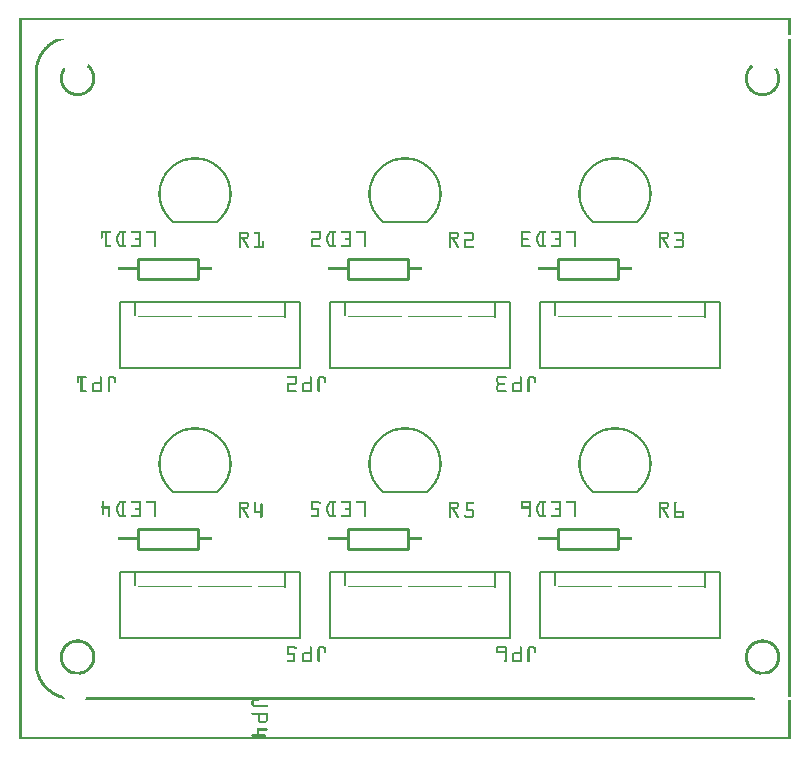
<source format=gto>
G04 MADE WITH FRITZING*
G04 WWW.FRITZING.ORG*
G04 DOUBLE SIDED*
G04 HOLES PLATED*
G04 CONTOUR ON CENTER OF CONTOUR VECTOR*
%ASAXBY*%
%FSLAX23Y23*%
%MOIN*%
%OFA0B0*%
%SFA1.0B1.0*%
%ADD10C,0.010000*%
%ADD11C,0.005000*%
%ADD12R,0.001000X0.001000*%
%LNSILK1*%
G90*
G70*
G54D10*
X396Y1601D02*
X596Y1601D01*
D02*
X596Y1601D02*
X596Y1535D01*
D02*
X596Y1535D02*
X396Y1535D01*
D02*
X396Y1535D02*
X396Y1601D01*
D02*
X1096Y1601D02*
X1296Y1601D01*
D02*
X1296Y1601D02*
X1296Y1535D01*
D02*
X1296Y1535D02*
X1096Y1535D01*
D02*
X1096Y1535D02*
X1096Y1601D01*
D02*
X1796Y1601D02*
X1996Y1601D01*
D02*
X1996Y1601D02*
X1996Y1535D01*
D02*
X1996Y1535D02*
X1796Y1535D01*
D02*
X1796Y1535D02*
X1796Y1601D01*
D02*
X396Y701D02*
X596Y701D01*
D02*
X596Y701D02*
X596Y635D01*
D02*
X596Y635D02*
X396Y635D01*
D02*
X396Y635D02*
X396Y701D01*
D02*
X1096Y701D02*
X1296Y701D01*
D02*
X1296Y701D02*
X1296Y635D01*
D02*
X1296Y635D02*
X1096Y635D01*
D02*
X1096Y635D02*
X1096Y701D01*
D02*
X1796Y701D02*
X1996Y701D01*
D02*
X1996Y701D02*
X1996Y635D01*
D02*
X1996Y635D02*
X1796Y635D01*
D02*
X1796Y635D02*
X1796Y701D01*
G54D11*
D02*
X936Y1238D02*
X936Y1458D01*
D02*
X336Y1238D02*
X336Y1458D01*
D02*
X336Y1238D02*
X936Y1238D01*
D02*
X336Y1458D02*
X386Y1458D01*
D02*
X386Y1458D02*
X886Y1458D01*
D02*
X886Y1458D02*
X936Y1458D01*
D02*
X886Y1458D02*
X886Y1408D01*
D02*
X1636Y1238D02*
X1636Y1458D01*
D02*
X1036Y1238D02*
X1036Y1458D01*
D02*
X1036Y1238D02*
X1636Y1238D01*
D02*
X1036Y1458D02*
X1086Y1458D01*
D02*
X1086Y1458D02*
X1586Y1458D01*
D02*
X1586Y1458D02*
X1636Y1458D01*
D02*
X1586Y1458D02*
X1586Y1408D01*
D02*
X2336Y1238D02*
X2336Y1458D01*
D02*
X1736Y1238D02*
X1736Y1458D01*
D02*
X1736Y1238D02*
X2336Y1238D01*
D02*
X1736Y1458D02*
X1786Y1458D01*
D02*
X1786Y1458D02*
X2286Y1458D01*
D02*
X2286Y1458D02*
X2336Y1458D01*
D02*
X2286Y1458D02*
X2286Y1408D01*
D02*
X936Y338D02*
X936Y558D01*
D02*
X336Y338D02*
X336Y558D01*
D02*
X336Y338D02*
X936Y338D01*
D02*
X336Y558D02*
X386Y558D01*
D02*
X386Y558D02*
X886Y558D01*
D02*
X886Y558D02*
X936Y558D01*
D02*
X886Y558D02*
X886Y508D01*
D02*
X1636Y338D02*
X1636Y558D01*
D02*
X1036Y338D02*
X1036Y558D01*
D02*
X1036Y338D02*
X1636Y338D01*
D02*
X1036Y558D02*
X1086Y558D01*
D02*
X1086Y558D02*
X1586Y558D01*
D02*
X1586Y558D02*
X1636Y558D01*
D02*
X1586Y558D02*
X1586Y508D01*
D02*
X2336Y338D02*
X2336Y558D01*
D02*
X1736Y338D02*
X1736Y558D01*
D02*
X1736Y338D02*
X2336Y338D01*
D02*
X1736Y558D02*
X1786Y558D01*
D02*
X1786Y558D02*
X2286Y558D01*
D02*
X2286Y558D02*
X2336Y558D01*
D02*
X2286Y558D02*
X2286Y508D01*
G54D12*
X0Y2404D02*
X2570Y2404D01*
X0Y2403D02*
X2570Y2403D01*
X0Y2402D02*
X2570Y2402D01*
X0Y2401D02*
X2570Y2401D01*
X0Y2400D02*
X2570Y2400D01*
X0Y2399D02*
X2570Y2399D01*
X0Y2398D02*
X2570Y2398D01*
X0Y2397D02*
X2570Y2397D01*
X0Y2396D02*
X7Y2396D01*
X2563Y2396D02*
X2570Y2396D01*
X0Y2395D02*
X7Y2395D01*
X2563Y2395D02*
X2570Y2395D01*
X0Y2394D02*
X7Y2394D01*
X2563Y2394D02*
X2570Y2394D01*
X0Y2393D02*
X7Y2393D01*
X2563Y2393D02*
X2570Y2393D01*
X0Y2392D02*
X7Y2392D01*
X2563Y2392D02*
X2570Y2392D01*
X0Y2391D02*
X7Y2391D01*
X2563Y2391D02*
X2570Y2391D01*
X0Y2390D02*
X7Y2390D01*
X2563Y2390D02*
X2570Y2390D01*
X0Y2389D02*
X7Y2389D01*
X2563Y2389D02*
X2570Y2389D01*
X0Y2388D02*
X7Y2388D01*
X2563Y2388D02*
X2570Y2388D01*
X0Y2387D02*
X7Y2387D01*
X2563Y2387D02*
X2570Y2387D01*
X0Y2386D02*
X7Y2386D01*
X2563Y2386D02*
X2570Y2386D01*
X0Y2385D02*
X7Y2385D01*
X2563Y2385D02*
X2570Y2385D01*
X0Y2384D02*
X7Y2384D01*
X2563Y2384D02*
X2570Y2384D01*
X0Y2383D02*
X7Y2383D01*
X2563Y2383D02*
X2570Y2383D01*
X0Y2382D02*
X7Y2382D01*
X2563Y2382D02*
X2570Y2382D01*
X0Y2381D02*
X7Y2381D01*
X2563Y2381D02*
X2570Y2381D01*
X0Y2380D02*
X7Y2380D01*
X2563Y2380D02*
X2570Y2380D01*
X0Y2379D02*
X7Y2379D01*
X2563Y2379D02*
X2570Y2379D01*
X0Y2378D02*
X7Y2378D01*
X2563Y2378D02*
X2570Y2378D01*
X0Y2377D02*
X7Y2377D01*
X2563Y2377D02*
X2570Y2377D01*
X0Y2376D02*
X7Y2376D01*
X2563Y2376D02*
X2570Y2376D01*
X0Y2375D02*
X7Y2375D01*
X2563Y2375D02*
X2570Y2375D01*
X0Y2374D02*
X7Y2374D01*
X2563Y2374D02*
X2570Y2374D01*
X0Y2373D02*
X7Y2373D01*
X2563Y2373D02*
X2570Y2373D01*
X0Y2372D02*
X7Y2372D01*
X2563Y2372D02*
X2570Y2372D01*
X0Y2371D02*
X7Y2371D01*
X2563Y2371D02*
X2570Y2371D01*
X0Y2370D02*
X7Y2370D01*
X2563Y2370D02*
X2570Y2370D01*
X0Y2369D02*
X7Y2369D01*
X2563Y2369D02*
X2570Y2369D01*
X0Y2368D02*
X7Y2368D01*
X2563Y2368D02*
X2570Y2368D01*
X0Y2367D02*
X7Y2367D01*
X2563Y2367D02*
X2570Y2367D01*
X0Y2366D02*
X7Y2366D01*
X2563Y2366D02*
X2570Y2366D01*
X0Y2365D02*
X7Y2365D01*
X2563Y2365D02*
X2570Y2365D01*
X0Y2364D02*
X7Y2364D01*
X2563Y2364D02*
X2570Y2364D01*
X0Y2363D02*
X7Y2363D01*
X2563Y2363D02*
X2570Y2363D01*
X0Y2362D02*
X7Y2362D01*
X2563Y2362D02*
X2570Y2362D01*
X0Y2361D02*
X7Y2361D01*
X2563Y2361D02*
X2570Y2361D01*
X0Y2360D02*
X7Y2360D01*
X2563Y2360D02*
X2570Y2360D01*
X0Y2359D02*
X7Y2359D01*
X2563Y2359D02*
X2570Y2359D01*
X0Y2358D02*
X7Y2358D01*
X2563Y2358D02*
X2570Y2358D01*
X0Y2357D02*
X7Y2357D01*
X2563Y2357D02*
X2570Y2357D01*
X0Y2356D02*
X7Y2356D01*
X2563Y2356D02*
X2570Y2356D01*
X0Y2355D02*
X7Y2355D01*
X2563Y2355D02*
X2570Y2355D01*
X0Y2354D02*
X7Y2354D01*
X2563Y2354D02*
X2570Y2354D01*
X0Y2353D02*
X7Y2353D01*
X2563Y2353D02*
X2570Y2353D01*
X0Y2352D02*
X7Y2352D01*
X2563Y2352D02*
X2570Y2352D01*
X0Y2351D02*
X7Y2351D01*
X2563Y2351D02*
X2570Y2351D01*
X0Y2350D02*
X7Y2350D01*
X2563Y2350D02*
X2570Y2350D01*
X0Y2349D02*
X7Y2349D01*
X2563Y2349D02*
X2570Y2349D01*
X0Y2348D02*
X7Y2348D01*
X2563Y2348D02*
X2570Y2348D01*
X0Y2347D02*
X7Y2347D01*
X2563Y2347D02*
X2570Y2347D01*
X0Y2346D02*
X7Y2346D01*
X2563Y2346D02*
X2570Y2346D01*
X0Y2345D02*
X7Y2345D01*
X0Y2344D02*
X7Y2344D01*
X0Y2343D02*
X7Y2343D01*
X0Y2342D02*
X7Y2342D01*
X0Y2341D02*
X7Y2341D01*
X0Y2340D02*
X7Y2340D01*
X0Y2339D02*
X7Y2339D01*
X0Y2338D02*
X7Y2338D01*
X0Y2337D02*
X7Y2337D01*
X0Y2336D02*
X7Y2336D01*
X0Y2335D02*
X7Y2335D01*
X0Y2334D02*
X7Y2334D01*
X124Y2334D02*
X161Y2334D01*
X2563Y2334D02*
X2570Y2334D01*
X0Y2333D02*
X7Y2333D01*
X122Y2333D02*
X154Y2333D01*
X2563Y2333D02*
X2570Y2333D01*
X0Y2332D02*
X7Y2332D01*
X120Y2332D02*
X149Y2332D01*
X2563Y2332D02*
X2570Y2332D01*
X0Y2331D02*
X7Y2331D01*
X118Y2331D02*
X145Y2331D01*
X2563Y2331D02*
X2570Y2331D01*
X0Y2330D02*
X7Y2330D01*
X116Y2330D02*
X141Y2330D01*
X2563Y2330D02*
X2570Y2330D01*
X0Y2329D02*
X7Y2329D01*
X114Y2329D02*
X138Y2329D01*
X2563Y2329D02*
X2570Y2329D01*
X0Y2328D02*
X7Y2328D01*
X112Y2328D02*
X135Y2328D01*
X2563Y2328D02*
X2570Y2328D01*
X0Y2327D02*
X7Y2327D01*
X111Y2327D02*
X133Y2327D01*
X2563Y2327D02*
X2570Y2327D01*
X0Y2326D02*
X7Y2326D01*
X109Y2326D02*
X130Y2326D01*
X2563Y2326D02*
X2570Y2326D01*
X0Y2325D02*
X7Y2325D01*
X108Y2325D02*
X128Y2325D01*
X2563Y2325D02*
X2570Y2325D01*
X0Y2324D02*
X7Y2324D01*
X106Y2324D02*
X126Y2324D01*
X2563Y2324D02*
X2570Y2324D01*
X0Y2323D02*
X7Y2323D01*
X105Y2323D02*
X124Y2323D01*
X2563Y2323D02*
X2570Y2323D01*
X0Y2322D02*
X7Y2322D01*
X103Y2322D02*
X122Y2322D01*
X2563Y2322D02*
X2570Y2322D01*
X0Y2321D02*
X7Y2321D01*
X102Y2321D02*
X120Y2321D01*
X2563Y2321D02*
X2570Y2321D01*
X0Y2320D02*
X7Y2320D01*
X100Y2320D02*
X118Y2320D01*
X2563Y2320D02*
X2570Y2320D01*
X0Y2319D02*
X7Y2319D01*
X99Y2319D02*
X116Y2319D01*
X2563Y2319D02*
X2570Y2319D01*
X0Y2318D02*
X7Y2318D01*
X98Y2318D02*
X115Y2318D01*
X2563Y2318D02*
X2570Y2318D01*
X0Y2317D02*
X7Y2317D01*
X97Y2317D02*
X113Y2317D01*
X2563Y2317D02*
X2570Y2317D01*
X0Y2316D02*
X7Y2316D01*
X95Y2316D02*
X112Y2316D01*
X2563Y2316D02*
X2570Y2316D01*
X0Y2315D02*
X7Y2315D01*
X94Y2315D02*
X110Y2315D01*
X2563Y2315D02*
X2570Y2315D01*
X0Y2314D02*
X7Y2314D01*
X93Y2314D02*
X109Y2314D01*
X2563Y2314D02*
X2570Y2314D01*
X0Y2313D02*
X7Y2313D01*
X92Y2313D02*
X107Y2313D01*
X2563Y2313D02*
X2570Y2313D01*
X0Y2312D02*
X7Y2312D01*
X91Y2312D02*
X106Y2312D01*
X2563Y2312D02*
X2570Y2312D01*
X0Y2311D02*
X7Y2311D01*
X90Y2311D02*
X105Y2311D01*
X2563Y2311D02*
X2570Y2311D01*
X0Y2310D02*
X7Y2310D01*
X89Y2310D02*
X104Y2310D01*
X2563Y2310D02*
X2570Y2310D01*
X0Y2309D02*
X7Y2309D01*
X88Y2309D02*
X102Y2309D01*
X2563Y2309D02*
X2570Y2309D01*
X0Y2308D02*
X7Y2308D01*
X87Y2308D02*
X101Y2308D01*
X2563Y2308D02*
X2570Y2308D01*
X0Y2307D02*
X7Y2307D01*
X86Y2307D02*
X100Y2307D01*
X2563Y2307D02*
X2570Y2307D01*
X0Y2306D02*
X7Y2306D01*
X85Y2306D02*
X99Y2306D01*
X2563Y2306D02*
X2570Y2306D01*
X0Y2305D02*
X7Y2305D01*
X84Y2305D02*
X98Y2305D01*
X2563Y2305D02*
X2570Y2305D01*
X0Y2304D02*
X7Y2304D01*
X83Y2304D02*
X97Y2304D01*
X2563Y2304D02*
X2570Y2304D01*
X0Y2303D02*
X7Y2303D01*
X82Y2303D02*
X96Y2303D01*
X2563Y2303D02*
X2570Y2303D01*
X0Y2302D02*
X7Y2302D01*
X81Y2302D02*
X94Y2302D01*
X2563Y2302D02*
X2570Y2302D01*
X0Y2301D02*
X7Y2301D01*
X80Y2301D02*
X93Y2301D01*
X2563Y2301D02*
X2570Y2301D01*
X0Y2300D02*
X7Y2300D01*
X80Y2300D02*
X93Y2300D01*
X2563Y2300D02*
X2570Y2300D01*
X0Y2299D02*
X7Y2299D01*
X79Y2299D02*
X92Y2299D01*
X2563Y2299D02*
X2570Y2299D01*
X0Y2298D02*
X7Y2298D01*
X78Y2298D02*
X91Y2298D01*
X2563Y2298D02*
X2570Y2298D01*
X0Y2297D02*
X7Y2297D01*
X77Y2297D02*
X90Y2297D01*
X2563Y2297D02*
X2570Y2297D01*
X0Y2296D02*
X7Y2296D01*
X76Y2296D02*
X89Y2296D01*
X2563Y2296D02*
X2570Y2296D01*
X0Y2295D02*
X7Y2295D01*
X76Y2295D02*
X88Y2295D01*
X2563Y2295D02*
X2570Y2295D01*
X0Y2294D02*
X7Y2294D01*
X75Y2294D02*
X87Y2294D01*
X2563Y2294D02*
X2570Y2294D01*
X0Y2293D02*
X7Y2293D01*
X74Y2293D02*
X86Y2293D01*
X2563Y2293D02*
X2570Y2293D01*
X0Y2292D02*
X7Y2292D01*
X74Y2292D02*
X86Y2292D01*
X2563Y2292D02*
X2570Y2292D01*
X0Y2291D02*
X7Y2291D01*
X73Y2291D02*
X85Y2291D01*
X2563Y2291D02*
X2570Y2291D01*
X0Y2290D02*
X7Y2290D01*
X72Y2290D02*
X84Y2290D01*
X2563Y2290D02*
X2570Y2290D01*
X0Y2289D02*
X7Y2289D01*
X72Y2289D02*
X83Y2289D01*
X2563Y2289D02*
X2570Y2289D01*
X0Y2288D02*
X7Y2288D01*
X71Y2288D02*
X83Y2288D01*
X2563Y2288D02*
X2570Y2288D01*
X0Y2287D02*
X7Y2287D01*
X70Y2287D02*
X82Y2287D01*
X2563Y2287D02*
X2570Y2287D01*
X0Y2286D02*
X7Y2286D01*
X70Y2286D02*
X81Y2286D01*
X2563Y2286D02*
X2570Y2286D01*
X0Y2285D02*
X7Y2285D01*
X69Y2285D02*
X80Y2285D01*
X2563Y2285D02*
X2570Y2285D01*
X0Y2284D02*
X7Y2284D01*
X68Y2284D02*
X80Y2284D01*
X2563Y2284D02*
X2570Y2284D01*
X0Y2283D02*
X7Y2283D01*
X68Y2283D02*
X79Y2283D01*
X2563Y2283D02*
X2570Y2283D01*
X0Y2282D02*
X7Y2282D01*
X67Y2282D02*
X78Y2282D01*
X2563Y2282D02*
X2570Y2282D01*
X0Y2281D02*
X7Y2281D01*
X67Y2281D02*
X78Y2281D01*
X2563Y2281D02*
X2570Y2281D01*
X0Y2280D02*
X7Y2280D01*
X66Y2280D02*
X77Y2280D01*
X2563Y2280D02*
X2570Y2280D01*
X0Y2279D02*
X7Y2279D01*
X66Y2279D02*
X76Y2279D01*
X2563Y2279D02*
X2570Y2279D01*
X0Y2278D02*
X7Y2278D01*
X65Y2278D02*
X76Y2278D01*
X2563Y2278D02*
X2570Y2278D01*
X0Y2277D02*
X7Y2277D01*
X65Y2277D02*
X75Y2277D01*
X2563Y2277D02*
X2570Y2277D01*
X0Y2276D02*
X7Y2276D01*
X64Y2276D02*
X75Y2276D01*
X2563Y2276D02*
X2570Y2276D01*
X0Y2275D02*
X7Y2275D01*
X64Y2275D02*
X74Y2275D01*
X2563Y2275D02*
X2570Y2275D01*
X0Y2274D02*
X7Y2274D01*
X63Y2274D02*
X74Y2274D01*
X2563Y2274D02*
X2570Y2274D01*
X0Y2273D02*
X7Y2273D01*
X63Y2273D02*
X73Y2273D01*
X2563Y2273D02*
X2570Y2273D01*
X0Y2272D02*
X7Y2272D01*
X62Y2272D02*
X73Y2272D01*
X2563Y2272D02*
X2570Y2272D01*
X0Y2271D02*
X7Y2271D01*
X62Y2271D02*
X72Y2271D01*
X2563Y2271D02*
X2570Y2271D01*
X0Y2270D02*
X7Y2270D01*
X61Y2270D02*
X72Y2270D01*
X2563Y2270D02*
X2570Y2270D01*
X0Y2269D02*
X7Y2269D01*
X61Y2269D02*
X71Y2269D01*
X2563Y2269D02*
X2570Y2269D01*
X0Y2268D02*
X7Y2268D01*
X61Y2268D02*
X71Y2268D01*
X2563Y2268D02*
X2570Y2268D01*
X0Y2267D02*
X7Y2267D01*
X60Y2267D02*
X70Y2267D01*
X2563Y2267D02*
X2570Y2267D01*
X0Y2266D02*
X7Y2266D01*
X60Y2266D02*
X70Y2266D01*
X2563Y2266D02*
X2570Y2266D01*
X0Y2265D02*
X7Y2265D01*
X59Y2265D02*
X69Y2265D01*
X2563Y2265D02*
X2570Y2265D01*
X0Y2264D02*
X7Y2264D01*
X59Y2264D02*
X69Y2264D01*
X2563Y2264D02*
X2570Y2264D01*
X0Y2263D02*
X7Y2263D01*
X59Y2263D02*
X69Y2263D01*
X2563Y2263D02*
X2570Y2263D01*
X0Y2262D02*
X7Y2262D01*
X58Y2262D02*
X68Y2262D01*
X2563Y2262D02*
X2570Y2262D01*
X0Y2261D02*
X7Y2261D01*
X58Y2261D02*
X68Y2261D01*
X2563Y2261D02*
X2570Y2261D01*
X0Y2260D02*
X7Y2260D01*
X58Y2260D02*
X67Y2260D01*
X2563Y2260D02*
X2570Y2260D01*
X0Y2259D02*
X7Y2259D01*
X57Y2259D02*
X67Y2259D01*
X2563Y2259D02*
X2570Y2259D01*
X0Y2258D02*
X7Y2258D01*
X57Y2258D02*
X67Y2258D01*
X2563Y2258D02*
X2570Y2258D01*
X0Y2257D02*
X7Y2257D01*
X57Y2257D02*
X66Y2257D01*
X2563Y2257D02*
X2570Y2257D01*
X0Y2256D02*
X7Y2256D01*
X56Y2256D02*
X66Y2256D01*
X2563Y2256D02*
X2570Y2256D01*
X0Y2255D02*
X7Y2255D01*
X56Y2255D02*
X66Y2255D01*
X2563Y2255D02*
X2570Y2255D01*
X0Y2254D02*
X7Y2254D01*
X56Y2254D02*
X65Y2254D01*
X2563Y2254D02*
X2570Y2254D01*
X0Y2253D02*
X7Y2253D01*
X56Y2253D02*
X65Y2253D01*
X2563Y2253D02*
X2570Y2253D01*
X0Y2252D02*
X7Y2252D01*
X55Y2252D02*
X65Y2252D01*
X2563Y2252D02*
X2570Y2252D01*
X0Y2251D02*
X7Y2251D01*
X55Y2251D02*
X65Y2251D01*
X2563Y2251D02*
X2570Y2251D01*
X0Y2250D02*
X7Y2250D01*
X55Y2250D02*
X64Y2250D01*
X2563Y2250D02*
X2570Y2250D01*
X0Y2249D02*
X7Y2249D01*
X55Y2249D02*
X64Y2249D01*
X230Y2249D02*
X230Y2249D01*
X2441Y2249D02*
X2441Y2249D01*
X2563Y2249D02*
X2570Y2249D01*
X0Y2248D02*
X7Y2248D01*
X54Y2248D02*
X64Y2248D01*
X230Y2248D02*
X231Y2248D01*
X2440Y2248D02*
X2441Y2248D01*
X2563Y2248D02*
X2570Y2248D01*
X0Y2247D02*
X7Y2247D01*
X54Y2247D02*
X64Y2247D01*
X229Y2247D02*
X232Y2247D01*
X2439Y2247D02*
X2441Y2247D01*
X2563Y2247D02*
X2570Y2247D01*
X0Y2246D02*
X7Y2246D01*
X54Y2246D02*
X63Y2246D01*
X229Y2246D02*
X233Y2246D01*
X2438Y2246D02*
X2442Y2246D01*
X2563Y2246D02*
X2570Y2246D01*
X0Y2245D02*
X7Y2245D01*
X54Y2245D02*
X63Y2245D01*
X228Y2245D02*
X234Y2245D01*
X2437Y2245D02*
X2442Y2245D01*
X2563Y2245D02*
X2570Y2245D01*
X0Y2244D02*
X7Y2244D01*
X54Y2244D02*
X63Y2244D01*
X228Y2244D02*
X235Y2244D01*
X2436Y2244D02*
X2443Y2244D01*
X2563Y2244D02*
X2570Y2244D01*
X0Y2243D02*
X7Y2243D01*
X53Y2243D02*
X63Y2243D01*
X227Y2243D02*
X236Y2243D01*
X2435Y2243D02*
X2444Y2243D01*
X2563Y2243D02*
X2570Y2243D01*
X0Y2242D02*
X7Y2242D01*
X53Y2242D02*
X63Y2242D01*
X226Y2242D02*
X237Y2242D01*
X2434Y2242D02*
X2444Y2242D01*
X2563Y2242D02*
X2570Y2242D01*
X0Y2241D02*
X7Y2241D01*
X53Y2241D02*
X62Y2241D01*
X226Y2241D02*
X238Y2241D01*
X2433Y2241D02*
X2445Y2241D01*
X2563Y2241D02*
X2570Y2241D01*
X0Y2240D02*
X7Y2240D01*
X53Y2240D02*
X62Y2240D01*
X225Y2240D02*
X239Y2240D01*
X2432Y2240D02*
X2446Y2240D01*
X2563Y2240D02*
X2570Y2240D01*
X0Y2239D02*
X7Y2239D01*
X53Y2239D02*
X62Y2239D01*
X227Y2239D02*
X240Y2239D01*
X2431Y2239D02*
X2444Y2239D01*
X2563Y2239D02*
X2570Y2239D01*
X0Y2238D02*
X7Y2238D01*
X53Y2238D02*
X62Y2238D01*
X147Y2238D02*
X147Y2238D01*
X228Y2238D02*
X241Y2238D01*
X2430Y2238D02*
X2443Y2238D01*
X2523Y2238D02*
X2524Y2238D01*
X2563Y2238D02*
X2570Y2238D01*
X0Y2237D02*
X7Y2237D01*
X52Y2237D02*
X62Y2237D01*
X147Y2237D02*
X148Y2237D01*
X229Y2237D02*
X241Y2237D01*
X2430Y2237D02*
X2442Y2237D01*
X2522Y2237D02*
X2524Y2237D01*
X2563Y2237D02*
X2570Y2237D01*
X0Y2236D02*
X7Y2236D01*
X52Y2236D02*
X62Y2236D01*
X146Y2236D02*
X149Y2236D01*
X230Y2236D02*
X242Y2236D01*
X2429Y2236D02*
X2441Y2236D01*
X2521Y2236D02*
X2525Y2236D01*
X2563Y2236D02*
X2570Y2236D01*
X0Y2235D02*
X7Y2235D01*
X52Y2235D02*
X62Y2235D01*
X145Y2235D02*
X150Y2235D01*
X231Y2235D02*
X243Y2235D01*
X2428Y2235D02*
X2440Y2235D01*
X2521Y2235D02*
X2526Y2235D01*
X2563Y2235D02*
X2570Y2235D01*
X0Y2234D02*
X7Y2234D01*
X52Y2234D02*
X61Y2234D01*
X144Y2234D02*
X151Y2234D01*
X232Y2234D02*
X243Y2234D01*
X2428Y2234D02*
X2439Y2234D01*
X2520Y2234D02*
X2526Y2234D01*
X2563Y2234D02*
X2570Y2234D01*
X0Y2233D02*
X7Y2233D01*
X52Y2233D02*
X61Y2233D01*
X144Y2233D02*
X152Y2233D01*
X232Y2233D02*
X244Y2233D01*
X2427Y2233D02*
X2439Y2233D01*
X2518Y2233D02*
X2527Y2233D01*
X2563Y2233D02*
X2570Y2233D01*
X0Y2232D02*
X7Y2232D01*
X52Y2232D02*
X61Y2232D01*
X143Y2232D02*
X153Y2232D01*
X233Y2232D02*
X245Y2232D01*
X2426Y2232D02*
X2438Y2232D01*
X2517Y2232D02*
X2528Y2232D01*
X2563Y2232D02*
X2570Y2232D01*
X0Y2231D02*
X7Y2231D01*
X52Y2231D02*
X61Y2231D01*
X143Y2231D02*
X154Y2231D01*
X234Y2231D02*
X245Y2231D01*
X2426Y2231D02*
X2437Y2231D01*
X2517Y2231D02*
X2528Y2231D01*
X2563Y2231D02*
X2570Y2231D01*
X0Y2230D02*
X7Y2230D01*
X52Y2230D02*
X61Y2230D01*
X142Y2230D02*
X153Y2230D01*
X235Y2230D02*
X246Y2230D01*
X2425Y2230D02*
X2436Y2230D01*
X2518Y2230D02*
X2529Y2230D01*
X2563Y2230D02*
X2570Y2230D01*
X0Y2229D02*
X7Y2229D01*
X52Y2229D02*
X61Y2229D01*
X142Y2229D02*
X152Y2229D01*
X235Y2229D02*
X246Y2229D01*
X2425Y2229D02*
X2436Y2229D01*
X2518Y2229D02*
X2529Y2229D01*
X2563Y2229D02*
X2570Y2229D01*
X0Y2228D02*
X7Y2228D01*
X52Y2228D02*
X61Y2228D01*
X141Y2228D02*
X152Y2228D01*
X236Y2228D02*
X247Y2228D01*
X2424Y2228D02*
X2435Y2228D01*
X2519Y2228D02*
X2530Y2228D01*
X2563Y2228D02*
X2570Y2228D01*
X0Y2227D02*
X7Y2227D01*
X52Y2227D02*
X61Y2227D01*
X141Y2227D02*
X151Y2227D01*
X237Y2227D02*
X247Y2227D01*
X2424Y2227D02*
X2434Y2227D01*
X2520Y2227D02*
X2530Y2227D01*
X2563Y2227D02*
X2570Y2227D01*
X0Y2226D02*
X7Y2226D01*
X52Y2226D02*
X61Y2226D01*
X140Y2226D02*
X151Y2226D01*
X237Y2226D02*
X248Y2226D01*
X2423Y2226D02*
X2434Y2226D01*
X2520Y2226D02*
X2531Y2226D01*
X2563Y2226D02*
X2570Y2226D01*
X0Y2225D02*
X7Y2225D01*
X52Y2225D02*
X61Y2225D01*
X140Y2225D02*
X150Y2225D01*
X238Y2225D02*
X248Y2225D01*
X2423Y2225D02*
X2433Y2225D01*
X2521Y2225D02*
X2531Y2225D01*
X2563Y2225D02*
X2570Y2225D01*
X0Y2224D02*
X7Y2224D01*
X51Y2224D02*
X61Y2224D01*
X139Y2224D02*
X150Y2224D01*
X238Y2224D02*
X248Y2224D01*
X2423Y2224D02*
X2433Y2224D01*
X2521Y2224D02*
X2532Y2224D01*
X2563Y2224D02*
X2570Y2224D01*
X0Y2223D02*
X7Y2223D01*
X51Y2223D02*
X61Y2223D01*
X139Y2223D02*
X149Y2223D01*
X239Y2223D02*
X249Y2223D01*
X2422Y2223D02*
X2432Y2223D01*
X2522Y2223D02*
X2532Y2223D01*
X2563Y2223D02*
X2570Y2223D01*
X0Y2222D02*
X7Y2222D01*
X51Y2222D02*
X61Y2222D01*
X139Y2222D02*
X149Y2222D01*
X239Y2222D02*
X249Y2222D01*
X2422Y2222D02*
X2432Y2222D01*
X2522Y2222D02*
X2532Y2222D01*
X2563Y2222D02*
X2570Y2222D01*
X0Y2221D02*
X7Y2221D01*
X51Y2221D02*
X61Y2221D01*
X138Y2221D02*
X148Y2221D01*
X240Y2221D02*
X250Y2221D01*
X2421Y2221D02*
X2431Y2221D01*
X2523Y2221D02*
X2533Y2221D01*
X2563Y2221D02*
X2570Y2221D01*
X0Y2220D02*
X7Y2220D01*
X51Y2220D02*
X61Y2220D01*
X138Y2220D02*
X148Y2220D01*
X240Y2220D02*
X250Y2220D01*
X2421Y2220D02*
X2431Y2220D01*
X2523Y2220D02*
X2533Y2220D01*
X2563Y2220D02*
X2570Y2220D01*
X0Y2219D02*
X7Y2219D01*
X51Y2219D02*
X61Y2219D01*
X138Y2219D02*
X147Y2219D01*
X240Y2219D02*
X250Y2219D01*
X2421Y2219D02*
X2431Y2219D01*
X2524Y2219D02*
X2533Y2219D01*
X2563Y2219D02*
X2570Y2219D01*
X0Y2218D02*
X7Y2218D01*
X51Y2218D02*
X61Y2218D01*
X137Y2218D02*
X147Y2218D01*
X241Y2218D02*
X250Y2218D01*
X2421Y2218D02*
X2430Y2218D01*
X2524Y2218D02*
X2534Y2218D01*
X2563Y2218D02*
X2570Y2218D01*
X0Y2217D02*
X7Y2217D01*
X51Y2217D02*
X61Y2217D01*
X137Y2217D02*
X147Y2217D01*
X241Y2217D02*
X251Y2217D01*
X2420Y2217D02*
X2430Y2217D01*
X2524Y2217D02*
X2534Y2217D01*
X2563Y2217D02*
X2570Y2217D01*
X0Y2216D02*
X7Y2216D01*
X51Y2216D02*
X61Y2216D01*
X137Y2216D02*
X146Y2216D01*
X241Y2216D02*
X251Y2216D01*
X2420Y2216D02*
X2430Y2216D01*
X2525Y2216D02*
X2534Y2216D01*
X2563Y2216D02*
X2570Y2216D01*
X0Y2215D02*
X7Y2215D01*
X51Y2215D02*
X61Y2215D01*
X137Y2215D02*
X146Y2215D01*
X242Y2215D02*
X251Y2215D01*
X2420Y2215D02*
X2429Y2215D01*
X2525Y2215D02*
X2534Y2215D01*
X2563Y2215D02*
X2570Y2215D01*
X0Y2214D02*
X7Y2214D01*
X51Y2214D02*
X61Y2214D01*
X136Y2214D02*
X146Y2214D01*
X242Y2214D02*
X252Y2214D01*
X2419Y2214D02*
X2429Y2214D01*
X2525Y2214D02*
X2535Y2214D01*
X2563Y2214D02*
X2570Y2214D01*
X0Y2213D02*
X7Y2213D01*
X51Y2213D02*
X61Y2213D01*
X136Y2213D02*
X146Y2213D01*
X242Y2213D02*
X252Y2213D01*
X2419Y2213D02*
X2429Y2213D01*
X2525Y2213D02*
X2535Y2213D01*
X2563Y2213D02*
X2570Y2213D01*
X0Y2212D02*
X7Y2212D01*
X51Y2212D02*
X61Y2212D01*
X136Y2212D02*
X145Y2212D01*
X242Y2212D02*
X252Y2212D01*
X2419Y2212D02*
X2429Y2212D01*
X2526Y2212D02*
X2535Y2212D01*
X2563Y2212D02*
X2570Y2212D01*
X0Y2211D02*
X7Y2211D01*
X51Y2211D02*
X61Y2211D01*
X136Y2211D02*
X145Y2211D01*
X243Y2211D02*
X252Y2211D01*
X2419Y2211D02*
X2428Y2211D01*
X2526Y2211D02*
X2535Y2211D01*
X2563Y2211D02*
X2570Y2211D01*
X0Y2210D02*
X7Y2210D01*
X51Y2210D02*
X61Y2210D01*
X136Y2210D02*
X145Y2210D01*
X243Y2210D02*
X252Y2210D01*
X2419Y2210D02*
X2428Y2210D01*
X2526Y2210D02*
X2535Y2210D01*
X2563Y2210D02*
X2570Y2210D01*
X0Y2209D02*
X7Y2209D01*
X51Y2209D02*
X61Y2209D01*
X136Y2209D02*
X145Y2209D01*
X243Y2209D02*
X252Y2209D01*
X2419Y2209D02*
X2428Y2209D01*
X2526Y2209D02*
X2535Y2209D01*
X2563Y2209D02*
X2570Y2209D01*
X0Y2208D02*
X7Y2208D01*
X51Y2208D02*
X61Y2208D01*
X135Y2208D02*
X145Y2208D01*
X243Y2208D02*
X252Y2208D01*
X2419Y2208D02*
X2428Y2208D01*
X2526Y2208D02*
X2536Y2208D01*
X2563Y2208D02*
X2570Y2208D01*
X0Y2207D02*
X7Y2207D01*
X51Y2207D02*
X61Y2207D01*
X135Y2207D02*
X145Y2207D01*
X243Y2207D02*
X252Y2207D01*
X2418Y2207D02*
X2428Y2207D01*
X2526Y2207D02*
X2536Y2207D01*
X2563Y2207D02*
X2570Y2207D01*
X0Y2206D02*
X7Y2206D01*
X51Y2206D02*
X61Y2206D01*
X135Y2206D02*
X145Y2206D01*
X243Y2206D02*
X253Y2206D01*
X2418Y2206D02*
X2428Y2206D01*
X2526Y2206D02*
X2536Y2206D01*
X2563Y2206D02*
X2570Y2206D01*
X0Y2205D02*
X7Y2205D01*
X51Y2205D02*
X61Y2205D01*
X135Y2205D02*
X145Y2205D01*
X243Y2205D02*
X253Y2205D01*
X2418Y2205D02*
X2428Y2205D01*
X2526Y2205D02*
X2536Y2205D01*
X2563Y2205D02*
X2570Y2205D01*
X0Y2204D02*
X7Y2204D01*
X51Y2204D02*
X61Y2204D01*
X135Y2204D02*
X145Y2204D01*
X243Y2204D02*
X253Y2204D01*
X2418Y2204D02*
X2428Y2204D01*
X2526Y2204D02*
X2536Y2204D01*
X2563Y2204D02*
X2570Y2204D01*
X0Y2203D02*
X7Y2203D01*
X51Y2203D02*
X61Y2203D01*
X135Y2203D02*
X145Y2203D01*
X243Y2203D02*
X253Y2203D01*
X2418Y2203D02*
X2428Y2203D01*
X2526Y2203D02*
X2536Y2203D01*
X2563Y2203D02*
X2570Y2203D01*
X0Y2202D02*
X7Y2202D01*
X51Y2202D02*
X61Y2202D01*
X135Y2202D02*
X145Y2202D01*
X243Y2202D02*
X253Y2202D01*
X2418Y2202D02*
X2428Y2202D01*
X2526Y2202D02*
X2536Y2202D01*
X2563Y2202D02*
X2570Y2202D01*
X0Y2201D02*
X7Y2201D01*
X51Y2201D02*
X61Y2201D01*
X135Y2201D02*
X145Y2201D01*
X243Y2201D02*
X253Y2201D01*
X2418Y2201D02*
X2428Y2201D01*
X2526Y2201D02*
X2536Y2201D01*
X2563Y2201D02*
X2570Y2201D01*
X0Y2200D02*
X7Y2200D01*
X51Y2200D02*
X61Y2200D01*
X135Y2200D02*
X145Y2200D01*
X243Y2200D02*
X253Y2200D01*
X2418Y2200D02*
X2428Y2200D01*
X2526Y2200D02*
X2536Y2200D01*
X2563Y2200D02*
X2570Y2200D01*
X0Y2199D02*
X7Y2199D01*
X51Y2199D02*
X61Y2199D01*
X135Y2199D02*
X145Y2199D01*
X243Y2199D02*
X253Y2199D01*
X2418Y2199D02*
X2428Y2199D01*
X2526Y2199D02*
X2536Y2199D01*
X2563Y2199D02*
X2570Y2199D01*
X0Y2198D02*
X7Y2198D01*
X51Y2198D02*
X61Y2198D01*
X135Y2198D02*
X145Y2198D01*
X243Y2198D02*
X253Y2198D01*
X2418Y2198D02*
X2428Y2198D01*
X2526Y2198D02*
X2536Y2198D01*
X2563Y2198D02*
X2570Y2198D01*
X0Y2197D02*
X7Y2197D01*
X51Y2197D02*
X61Y2197D01*
X135Y2197D02*
X145Y2197D01*
X243Y2197D02*
X252Y2197D01*
X2418Y2197D02*
X2428Y2197D01*
X2526Y2197D02*
X2536Y2197D01*
X2563Y2197D02*
X2570Y2197D01*
X0Y2196D02*
X7Y2196D01*
X51Y2196D02*
X61Y2196D01*
X135Y2196D02*
X145Y2196D01*
X243Y2196D02*
X252Y2196D01*
X2419Y2196D02*
X2428Y2196D01*
X2526Y2196D02*
X2536Y2196D01*
X2563Y2196D02*
X2570Y2196D01*
X0Y2195D02*
X7Y2195D01*
X51Y2195D02*
X61Y2195D01*
X136Y2195D02*
X145Y2195D01*
X243Y2195D02*
X252Y2195D01*
X2419Y2195D02*
X2428Y2195D01*
X2526Y2195D02*
X2535Y2195D01*
X2563Y2195D02*
X2570Y2195D01*
X0Y2194D02*
X7Y2194D01*
X51Y2194D02*
X61Y2194D01*
X136Y2194D02*
X145Y2194D01*
X243Y2194D02*
X252Y2194D01*
X2419Y2194D02*
X2428Y2194D01*
X2526Y2194D02*
X2535Y2194D01*
X2563Y2194D02*
X2570Y2194D01*
X0Y2193D02*
X7Y2193D01*
X51Y2193D02*
X61Y2193D01*
X136Y2193D02*
X145Y2193D01*
X242Y2193D02*
X252Y2193D01*
X2419Y2193D02*
X2428Y2193D01*
X2526Y2193D02*
X2535Y2193D01*
X2563Y2193D02*
X2570Y2193D01*
X0Y2192D02*
X7Y2192D01*
X51Y2192D02*
X61Y2192D01*
X136Y2192D02*
X146Y2192D01*
X242Y2192D02*
X252Y2192D01*
X2419Y2192D02*
X2429Y2192D01*
X2525Y2192D02*
X2535Y2192D01*
X2563Y2192D02*
X2570Y2192D01*
X0Y2191D02*
X7Y2191D01*
X51Y2191D02*
X61Y2191D01*
X136Y2191D02*
X146Y2191D01*
X242Y2191D02*
X252Y2191D01*
X2419Y2191D02*
X2429Y2191D01*
X2525Y2191D02*
X2535Y2191D01*
X2563Y2191D02*
X2570Y2191D01*
X0Y2190D02*
X7Y2190D01*
X51Y2190D02*
X61Y2190D01*
X136Y2190D02*
X146Y2190D01*
X242Y2190D02*
X251Y2190D01*
X2420Y2190D02*
X2429Y2190D01*
X2525Y2190D02*
X2535Y2190D01*
X2563Y2190D02*
X2570Y2190D01*
X0Y2189D02*
X7Y2189D01*
X51Y2189D02*
X61Y2189D01*
X137Y2189D02*
X146Y2189D01*
X242Y2189D02*
X251Y2189D01*
X2420Y2189D02*
X2429Y2189D01*
X2525Y2189D02*
X2534Y2189D01*
X2563Y2189D02*
X2570Y2189D01*
X0Y2188D02*
X7Y2188D01*
X51Y2188D02*
X61Y2188D01*
X137Y2188D02*
X147Y2188D01*
X241Y2188D02*
X251Y2188D01*
X2420Y2188D02*
X2430Y2188D01*
X2524Y2188D02*
X2534Y2188D01*
X2563Y2188D02*
X2570Y2188D01*
X0Y2187D02*
X7Y2187D01*
X51Y2187D02*
X61Y2187D01*
X137Y2187D02*
X147Y2187D01*
X241Y2187D02*
X251Y2187D01*
X2420Y2187D02*
X2430Y2187D01*
X2524Y2187D02*
X2534Y2187D01*
X2563Y2187D02*
X2570Y2187D01*
X0Y2186D02*
X7Y2186D01*
X51Y2186D02*
X61Y2186D01*
X137Y2186D02*
X147Y2186D01*
X241Y2186D02*
X250Y2186D01*
X2421Y2186D02*
X2430Y2186D01*
X2524Y2186D02*
X2534Y2186D01*
X2563Y2186D02*
X2570Y2186D01*
X0Y2185D02*
X7Y2185D01*
X51Y2185D02*
X61Y2185D01*
X138Y2185D02*
X148Y2185D01*
X240Y2185D02*
X250Y2185D01*
X2421Y2185D02*
X2431Y2185D01*
X2523Y2185D02*
X2533Y2185D01*
X2563Y2185D02*
X2570Y2185D01*
X0Y2184D02*
X7Y2184D01*
X51Y2184D02*
X61Y2184D01*
X138Y2184D02*
X148Y2184D01*
X240Y2184D02*
X250Y2184D01*
X2421Y2184D02*
X2431Y2184D01*
X2523Y2184D02*
X2533Y2184D01*
X2563Y2184D02*
X2570Y2184D01*
X0Y2183D02*
X7Y2183D01*
X51Y2183D02*
X61Y2183D01*
X138Y2183D02*
X148Y2183D01*
X240Y2183D02*
X249Y2183D01*
X2422Y2183D02*
X2431Y2183D01*
X2523Y2183D02*
X2533Y2183D01*
X2563Y2183D02*
X2570Y2183D01*
X0Y2182D02*
X7Y2182D01*
X51Y2182D02*
X61Y2182D01*
X139Y2182D02*
X149Y2182D01*
X239Y2182D02*
X249Y2182D01*
X2422Y2182D02*
X2432Y2182D01*
X2522Y2182D02*
X2532Y2182D01*
X2563Y2182D02*
X2570Y2182D01*
X0Y2181D02*
X7Y2181D01*
X51Y2181D02*
X61Y2181D01*
X139Y2181D02*
X149Y2181D01*
X239Y2181D02*
X249Y2181D01*
X2422Y2181D02*
X2432Y2181D01*
X2522Y2181D02*
X2532Y2181D01*
X2563Y2181D02*
X2570Y2181D01*
X0Y2180D02*
X7Y2180D01*
X51Y2180D02*
X61Y2180D01*
X140Y2180D02*
X150Y2180D01*
X238Y2180D02*
X248Y2180D01*
X2423Y2180D02*
X2433Y2180D01*
X2521Y2180D02*
X2531Y2180D01*
X2563Y2180D02*
X2570Y2180D01*
X0Y2179D02*
X7Y2179D01*
X51Y2179D02*
X61Y2179D01*
X140Y2179D02*
X150Y2179D01*
X238Y2179D02*
X248Y2179D01*
X2423Y2179D02*
X2433Y2179D01*
X2521Y2179D02*
X2531Y2179D01*
X2563Y2179D02*
X2570Y2179D01*
X0Y2178D02*
X7Y2178D01*
X51Y2178D02*
X61Y2178D01*
X140Y2178D02*
X151Y2178D01*
X237Y2178D02*
X247Y2178D01*
X2424Y2178D02*
X2434Y2178D01*
X2520Y2178D02*
X2531Y2178D01*
X2563Y2178D02*
X2570Y2178D01*
X0Y2177D02*
X7Y2177D01*
X51Y2177D02*
X61Y2177D01*
X141Y2177D02*
X151Y2177D01*
X236Y2177D02*
X247Y2177D01*
X2424Y2177D02*
X2435Y2177D01*
X2520Y2177D02*
X2530Y2177D01*
X2563Y2177D02*
X2570Y2177D01*
X0Y2176D02*
X7Y2176D01*
X51Y2176D02*
X61Y2176D01*
X141Y2176D02*
X152Y2176D01*
X236Y2176D02*
X247Y2176D01*
X2424Y2176D02*
X2435Y2176D01*
X2519Y2176D02*
X2530Y2176D01*
X2563Y2176D02*
X2570Y2176D01*
X0Y2175D02*
X7Y2175D01*
X51Y2175D02*
X61Y2175D01*
X142Y2175D02*
X153Y2175D01*
X235Y2175D02*
X246Y2175D01*
X2425Y2175D02*
X2436Y2175D01*
X2518Y2175D02*
X2529Y2175D01*
X2563Y2175D02*
X2570Y2175D01*
X0Y2174D02*
X7Y2174D01*
X51Y2174D02*
X61Y2174D01*
X142Y2174D02*
X153Y2174D01*
X234Y2174D02*
X246Y2174D01*
X2425Y2174D02*
X2437Y2174D01*
X2518Y2174D02*
X2529Y2174D01*
X2563Y2174D02*
X2570Y2174D01*
X0Y2173D02*
X7Y2173D01*
X51Y2173D02*
X61Y2173D01*
X143Y2173D02*
X154Y2173D01*
X234Y2173D02*
X245Y2173D01*
X2426Y2173D02*
X2437Y2173D01*
X2517Y2173D02*
X2528Y2173D01*
X2563Y2173D02*
X2570Y2173D01*
X0Y2172D02*
X7Y2172D01*
X51Y2172D02*
X61Y2172D01*
X143Y2172D02*
X155Y2172D01*
X233Y2172D02*
X244Y2172D01*
X2427Y2172D02*
X2438Y2172D01*
X2516Y2172D02*
X2528Y2172D01*
X2563Y2172D02*
X2570Y2172D01*
X0Y2171D02*
X7Y2171D01*
X51Y2171D02*
X61Y2171D01*
X144Y2171D02*
X156Y2171D01*
X232Y2171D02*
X244Y2171D01*
X2427Y2171D02*
X2439Y2171D01*
X2515Y2171D02*
X2527Y2171D01*
X2563Y2171D02*
X2570Y2171D01*
X0Y2170D02*
X7Y2170D01*
X51Y2170D02*
X61Y2170D01*
X145Y2170D02*
X157Y2170D01*
X231Y2170D02*
X243Y2170D01*
X2428Y2170D02*
X2440Y2170D01*
X2514Y2170D02*
X2526Y2170D01*
X2563Y2170D02*
X2570Y2170D01*
X0Y2169D02*
X7Y2169D01*
X51Y2169D02*
X61Y2169D01*
X145Y2169D02*
X158Y2169D01*
X230Y2169D02*
X243Y2169D01*
X2428Y2169D02*
X2441Y2169D01*
X2513Y2169D02*
X2526Y2169D01*
X2563Y2169D02*
X2570Y2169D01*
X0Y2168D02*
X7Y2168D01*
X51Y2168D02*
X61Y2168D01*
X146Y2168D02*
X158Y2168D01*
X229Y2168D02*
X242Y2168D01*
X2429Y2168D02*
X2442Y2168D01*
X2513Y2168D02*
X2525Y2168D01*
X2563Y2168D02*
X2570Y2168D01*
X0Y2167D02*
X7Y2167D01*
X51Y2167D02*
X61Y2167D01*
X147Y2167D02*
X159Y2167D01*
X228Y2167D02*
X241Y2167D01*
X2430Y2167D02*
X2443Y2167D01*
X2512Y2167D02*
X2524Y2167D01*
X2563Y2167D02*
X2570Y2167D01*
X0Y2166D02*
X7Y2166D01*
X51Y2166D02*
X61Y2166D01*
X147Y2166D02*
X161Y2166D01*
X227Y2166D02*
X240Y2166D01*
X2431Y2166D02*
X2444Y2166D01*
X2510Y2166D02*
X2523Y2166D01*
X2563Y2166D02*
X2570Y2166D01*
X0Y2165D02*
X7Y2165D01*
X51Y2165D02*
X61Y2165D01*
X148Y2165D02*
X162Y2165D01*
X226Y2165D02*
X240Y2165D01*
X2431Y2165D02*
X2445Y2165D01*
X2509Y2165D02*
X2523Y2165D01*
X2563Y2165D02*
X2570Y2165D01*
X0Y2164D02*
X7Y2164D01*
X51Y2164D02*
X61Y2164D01*
X149Y2164D02*
X163Y2164D01*
X225Y2164D02*
X239Y2164D01*
X2432Y2164D02*
X2446Y2164D01*
X2508Y2164D02*
X2522Y2164D01*
X2563Y2164D02*
X2570Y2164D01*
X0Y2163D02*
X7Y2163D01*
X51Y2163D02*
X61Y2163D01*
X150Y2163D02*
X164Y2163D01*
X224Y2163D02*
X238Y2163D01*
X2433Y2163D02*
X2447Y2163D01*
X2507Y2163D02*
X2521Y2163D01*
X2563Y2163D02*
X2570Y2163D01*
X0Y2162D02*
X7Y2162D01*
X51Y2162D02*
X61Y2162D01*
X151Y2162D02*
X165Y2162D01*
X222Y2162D02*
X237Y2162D01*
X2434Y2162D02*
X2449Y2162D01*
X2506Y2162D02*
X2520Y2162D01*
X2563Y2162D02*
X2570Y2162D01*
X0Y2161D02*
X7Y2161D01*
X51Y2161D02*
X61Y2161D01*
X152Y2161D02*
X167Y2161D01*
X221Y2161D02*
X236Y2161D01*
X2435Y2161D02*
X2450Y2161D01*
X2504Y2161D02*
X2519Y2161D01*
X2563Y2161D02*
X2570Y2161D01*
X0Y2160D02*
X7Y2160D01*
X51Y2160D02*
X61Y2160D01*
X153Y2160D02*
X169Y2160D01*
X219Y2160D02*
X235Y2160D01*
X2436Y2160D02*
X2452Y2160D01*
X2502Y2160D02*
X2518Y2160D01*
X2563Y2160D02*
X2570Y2160D01*
X0Y2159D02*
X7Y2159D01*
X51Y2159D02*
X61Y2159D01*
X154Y2159D02*
X170Y2159D01*
X218Y2159D02*
X234Y2159D01*
X2437Y2159D02*
X2453Y2159D01*
X2501Y2159D02*
X2517Y2159D01*
X2563Y2159D02*
X2570Y2159D01*
X0Y2158D02*
X7Y2158D01*
X51Y2158D02*
X61Y2158D01*
X155Y2158D02*
X172Y2158D01*
X216Y2158D02*
X233Y2158D01*
X2438Y2158D02*
X2455Y2158D01*
X2499Y2158D02*
X2516Y2158D01*
X2563Y2158D02*
X2570Y2158D01*
X0Y2157D02*
X7Y2157D01*
X51Y2157D02*
X61Y2157D01*
X156Y2157D02*
X174Y2157D01*
X214Y2157D02*
X232Y2157D01*
X2439Y2157D02*
X2457Y2157D01*
X2497Y2157D02*
X2515Y2157D01*
X2563Y2157D02*
X2570Y2157D01*
X0Y2156D02*
X7Y2156D01*
X51Y2156D02*
X61Y2156D01*
X157Y2156D02*
X177Y2156D01*
X211Y2156D02*
X231Y2156D01*
X2440Y2156D02*
X2460Y2156D01*
X2494Y2156D02*
X2514Y2156D01*
X2563Y2156D02*
X2570Y2156D01*
X0Y2155D02*
X7Y2155D01*
X51Y2155D02*
X61Y2155D01*
X159Y2155D02*
X180Y2155D01*
X208Y2155D02*
X229Y2155D01*
X2442Y2155D02*
X2463Y2155D01*
X2491Y2155D02*
X2512Y2155D01*
X2563Y2155D02*
X2570Y2155D01*
X0Y2154D02*
X7Y2154D01*
X51Y2154D02*
X61Y2154D01*
X160Y2154D02*
X185Y2154D01*
X203Y2154D02*
X228Y2154D01*
X2443Y2154D02*
X2468Y2154D01*
X2486Y2154D02*
X2511Y2154D01*
X2563Y2154D02*
X2570Y2154D01*
X0Y2153D02*
X7Y2153D01*
X51Y2153D02*
X61Y2153D01*
X161Y2153D02*
X227Y2153D01*
X2444Y2153D02*
X2510Y2153D01*
X2563Y2153D02*
X2570Y2153D01*
X0Y2152D02*
X7Y2152D01*
X51Y2152D02*
X61Y2152D01*
X163Y2152D02*
X225Y2152D01*
X2446Y2152D02*
X2508Y2152D01*
X2563Y2152D02*
X2570Y2152D01*
X0Y2151D02*
X7Y2151D01*
X51Y2151D02*
X61Y2151D01*
X165Y2151D02*
X223Y2151D01*
X2448Y2151D02*
X2506Y2151D01*
X2563Y2151D02*
X2570Y2151D01*
X0Y2150D02*
X7Y2150D01*
X51Y2150D02*
X61Y2150D01*
X166Y2150D02*
X222Y2150D01*
X2449Y2150D02*
X2505Y2150D01*
X2563Y2150D02*
X2570Y2150D01*
X0Y2149D02*
X7Y2149D01*
X51Y2149D02*
X61Y2149D01*
X168Y2149D02*
X219Y2149D01*
X2452Y2149D02*
X2503Y2149D01*
X2563Y2149D02*
X2570Y2149D01*
X0Y2148D02*
X7Y2148D01*
X51Y2148D02*
X61Y2148D01*
X170Y2148D02*
X217Y2148D01*
X2454Y2148D02*
X2501Y2148D01*
X2563Y2148D02*
X2570Y2148D01*
X0Y2147D02*
X7Y2147D01*
X51Y2147D02*
X61Y2147D01*
X173Y2147D02*
X215Y2147D01*
X2456Y2147D02*
X2498Y2147D01*
X2563Y2147D02*
X2570Y2147D01*
X0Y2146D02*
X7Y2146D01*
X51Y2146D02*
X61Y2146D01*
X176Y2146D02*
X212Y2146D01*
X2459Y2146D02*
X2495Y2146D01*
X2563Y2146D02*
X2570Y2146D01*
X0Y2145D02*
X7Y2145D01*
X51Y2145D02*
X61Y2145D01*
X179Y2145D02*
X209Y2145D01*
X2462Y2145D02*
X2492Y2145D01*
X2563Y2145D02*
X2570Y2145D01*
X0Y2144D02*
X7Y2144D01*
X51Y2144D02*
X61Y2144D01*
X183Y2144D02*
X205Y2144D01*
X2466Y2144D02*
X2488Y2144D01*
X2563Y2144D02*
X2570Y2144D01*
X0Y2143D02*
X7Y2143D01*
X51Y2143D02*
X61Y2143D01*
X191Y2143D02*
X197Y2143D01*
X2474Y2143D02*
X2480Y2143D01*
X2563Y2143D02*
X2570Y2143D01*
X0Y2142D02*
X7Y2142D01*
X51Y2142D02*
X61Y2142D01*
X2563Y2142D02*
X2570Y2142D01*
X0Y2141D02*
X7Y2141D01*
X51Y2141D02*
X61Y2141D01*
X2563Y2141D02*
X2570Y2141D01*
X0Y2140D02*
X7Y2140D01*
X51Y2140D02*
X61Y2140D01*
X2563Y2140D02*
X2570Y2140D01*
X0Y2139D02*
X7Y2139D01*
X51Y2139D02*
X61Y2139D01*
X2563Y2139D02*
X2570Y2139D01*
X0Y2138D02*
X7Y2138D01*
X51Y2138D02*
X61Y2138D01*
X2563Y2138D02*
X2570Y2138D01*
X0Y2137D02*
X7Y2137D01*
X51Y2137D02*
X61Y2137D01*
X2563Y2137D02*
X2570Y2137D01*
X0Y2136D02*
X7Y2136D01*
X51Y2136D02*
X61Y2136D01*
X2563Y2136D02*
X2570Y2136D01*
X0Y2135D02*
X7Y2135D01*
X51Y2135D02*
X61Y2135D01*
X2563Y2135D02*
X2570Y2135D01*
X0Y2134D02*
X7Y2134D01*
X51Y2134D02*
X61Y2134D01*
X2563Y2134D02*
X2570Y2134D01*
X0Y2133D02*
X7Y2133D01*
X51Y2133D02*
X61Y2133D01*
X2563Y2133D02*
X2570Y2133D01*
X0Y2132D02*
X7Y2132D01*
X51Y2132D02*
X61Y2132D01*
X2563Y2132D02*
X2570Y2132D01*
X0Y2131D02*
X7Y2131D01*
X51Y2131D02*
X61Y2131D01*
X2563Y2131D02*
X2570Y2131D01*
X0Y2130D02*
X7Y2130D01*
X51Y2130D02*
X61Y2130D01*
X2563Y2130D02*
X2570Y2130D01*
X0Y2129D02*
X7Y2129D01*
X51Y2129D02*
X61Y2129D01*
X2563Y2129D02*
X2570Y2129D01*
X0Y2128D02*
X7Y2128D01*
X51Y2128D02*
X61Y2128D01*
X2563Y2128D02*
X2570Y2128D01*
X0Y2127D02*
X7Y2127D01*
X51Y2127D02*
X61Y2127D01*
X2563Y2127D02*
X2570Y2127D01*
X0Y2126D02*
X7Y2126D01*
X51Y2126D02*
X61Y2126D01*
X2563Y2126D02*
X2570Y2126D01*
X0Y2125D02*
X7Y2125D01*
X51Y2125D02*
X61Y2125D01*
X2563Y2125D02*
X2570Y2125D01*
X0Y2124D02*
X7Y2124D01*
X51Y2124D02*
X61Y2124D01*
X2563Y2124D02*
X2570Y2124D01*
X0Y2123D02*
X7Y2123D01*
X51Y2123D02*
X61Y2123D01*
X2563Y2123D02*
X2570Y2123D01*
X0Y2122D02*
X7Y2122D01*
X51Y2122D02*
X61Y2122D01*
X2563Y2122D02*
X2570Y2122D01*
X0Y2121D02*
X7Y2121D01*
X51Y2121D02*
X61Y2121D01*
X2563Y2121D02*
X2570Y2121D01*
X0Y2120D02*
X7Y2120D01*
X51Y2120D02*
X61Y2120D01*
X2563Y2120D02*
X2570Y2120D01*
X0Y2119D02*
X7Y2119D01*
X51Y2119D02*
X61Y2119D01*
X2563Y2119D02*
X2570Y2119D01*
X0Y2118D02*
X7Y2118D01*
X51Y2118D02*
X61Y2118D01*
X2563Y2118D02*
X2570Y2118D01*
X0Y2117D02*
X7Y2117D01*
X51Y2117D02*
X61Y2117D01*
X2563Y2117D02*
X2570Y2117D01*
X0Y2116D02*
X7Y2116D01*
X51Y2116D02*
X61Y2116D01*
X2563Y2116D02*
X2570Y2116D01*
X0Y2115D02*
X7Y2115D01*
X51Y2115D02*
X61Y2115D01*
X2563Y2115D02*
X2570Y2115D01*
X0Y2114D02*
X7Y2114D01*
X51Y2114D02*
X61Y2114D01*
X2563Y2114D02*
X2570Y2114D01*
X0Y2113D02*
X7Y2113D01*
X51Y2113D02*
X61Y2113D01*
X2563Y2113D02*
X2570Y2113D01*
X0Y2112D02*
X7Y2112D01*
X51Y2112D02*
X61Y2112D01*
X2563Y2112D02*
X2570Y2112D01*
X0Y2111D02*
X7Y2111D01*
X51Y2111D02*
X61Y2111D01*
X2563Y2111D02*
X2570Y2111D01*
X0Y2110D02*
X7Y2110D01*
X51Y2110D02*
X61Y2110D01*
X2563Y2110D02*
X2570Y2110D01*
X0Y2109D02*
X7Y2109D01*
X51Y2109D02*
X61Y2109D01*
X2563Y2109D02*
X2570Y2109D01*
X0Y2108D02*
X7Y2108D01*
X51Y2108D02*
X61Y2108D01*
X2563Y2108D02*
X2570Y2108D01*
X0Y2107D02*
X7Y2107D01*
X51Y2107D02*
X61Y2107D01*
X2563Y2107D02*
X2570Y2107D01*
X0Y2106D02*
X7Y2106D01*
X51Y2106D02*
X61Y2106D01*
X2563Y2106D02*
X2570Y2106D01*
X0Y2105D02*
X7Y2105D01*
X51Y2105D02*
X61Y2105D01*
X2563Y2105D02*
X2570Y2105D01*
X0Y2104D02*
X7Y2104D01*
X51Y2104D02*
X61Y2104D01*
X2563Y2104D02*
X2570Y2104D01*
X0Y2103D02*
X7Y2103D01*
X51Y2103D02*
X61Y2103D01*
X2563Y2103D02*
X2570Y2103D01*
X0Y2102D02*
X7Y2102D01*
X51Y2102D02*
X61Y2102D01*
X2563Y2102D02*
X2570Y2102D01*
X0Y2101D02*
X7Y2101D01*
X51Y2101D02*
X61Y2101D01*
X2563Y2101D02*
X2570Y2101D01*
X0Y2100D02*
X7Y2100D01*
X51Y2100D02*
X61Y2100D01*
X2563Y2100D02*
X2570Y2100D01*
X0Y2099D02*
X7Y2099D01*
X51Y2099D02*
X61Y2099D01*
X2563Y2099D02*
X2570Y2099D01*
X0Y2098D02*
X7Y2098D01*
X51Y2098D02*
X61Y2098D01*
X2563Y2098D02*
X2570Y2098D01*
X0Y2097D02*
X7Y2097D01*
X51Y2097D02*
X61Y2097D01*
X2563Y2097D02*
X2570Y2097D01*
X0Y2096D02*
X7Y2096D01*
X51Y2096D02*
X61Y2096D01*
X2563Y2096D02*
X2570Y2096D01*
X0Y2095D02*
X7Y2095D01*
X51Y2095D02*
X61Y2095D01*
X2563Y2095D02*
X2570Y2095D01*
X0Y2094D02*
X7Y2094D01*
X51Y2094D02*
X61Y2094D01*
X2563Y2094D02*
X2570Y2094D01*
X0Y2093D02*
X7Y2093D01*
X51Y2093D02*
X61Y2093D01*
X2563Y2093D02*
X2570Y2093D01*
X0Y2092D02*
X7Y2092D01*
X51Y2092D02*
X61Y2092D01*
X2563Y2092D02*
X2570Y2092D01*
X0Y2091D02*
X7Y2091D01*
X51Y2091D02*
X61Y2091D01*
X2563Y2091D02*
X2570Y2091D01*
X0Y2090D02*
X7Y2090D01*
X51Y2090D02*
X61Y2090D01*
X2563Y2090D02*
X2570Y2090D01*
X0Y2089D02*
X7Y2089D01*
X51Y2089D02*
X61Y2089D01*
X2563Y2089D02*
X2570Y2089D01*
X0Y2088D02*
X7Y2088D01*
X51Y2088D02*
X61Y2088D01*
X2563Y2088D02*
X2570Y2088D01*
X0Y2087D02*
X7Y2087D01*
X51Y2087D02*
X61Y2087D01*
X2563Y2087D02*
X2570Y2087D01*
X0Y2086D02*
X7Y2086D01*
X51Y2086D02*
X61Y2086D01*
X2563Y2086D02*
X2570Y2086D01*
X0Y2085D02*
X7Y2085D01*
X51Y2085D02*
X61Y2085D01*
X2563Y2085D02*
X2570Y2085D01*
X0Y2084D02*
X7Y2084D01*
X51Y2084D02*
X61Y2084D01*
X2563Y2084D02*
X2570Y2084D01*
X0Y2083D02*
X7Y2083D01*
X51Y2083D02*
X61Y2083D01*
X2563Y2083D02*
X2570Y2083D01*
X0Y2082D02*
X7Y2082D01*
X51Y2082D02*
X61Y2082D01*
X2563Y2082D02*
X2570Y2082D01*
X0Y2081D02*
X7Y2081D01*
X51Y2081D02*
X61Y2081D01*
X2563Y2081D02*
X2570Y2081D01*
X0Y2080D02*
X7Y2080D01*
X51Y2080D02*
X61Y2080D01*
X2563Y2080D02*
X2570Y2080D01*
X0Y2079D02*
X7Y2079D01*
X51Y2079D02*
X61Y2079D01*
X2563Y2079D02*
X2570Y2079D01*
X0Y2078D02*
X7Y2078D01*
X51Y2078D02*
X61Y2078D01*
X2563Y2078D02*
X2570Y2078D01*
X0Y2077D02*
X7Y2077D01*
X51Y2077D02*
X61Y2077D01*
X2563Y2077D02*
X2570Y2077D01*
X0Y2076D02*
X7Y2076D01*
X51Y2076D02*
X61Y2076D01*
X2563Y2076D02*
X2570Y2076D01*
X0Y2075D02*
X7Y2075D01*
X51Y2075D02*
X61Y2075D01*
X2563Y2075D02*
X2570Y2075D01*
X0Y2074D02*
X7Y2074D01*
X51Y2074D02*
X61Y2074D01*
X2563Y2074D02*
X2570Y2074D01*
X0Y2073D02*
X7Y2073D01*
X51Y2073D02*
X61Y2073D01*
X2563Y2073D02*
X2570Y2073D01*
X0Y2072D02*
X7Y2072D01*
X51Y2072D02*
X61Y2072D01*
X2563Y2072D02*
X2570Y2072D01*
X0Y2071D02*
X7Y2071D01*
X51Y2071D02*
X61Y2071D01*
X2563Y2071D02*
X2570Y2071D01*
X0Y2070D02*
X7Y2070D01*
X51Y2070D02*
X61Y2070D01*
X2563Y2070D02*
X2570Y2070D01*
X0Y2069D02*
X7Y2069D01*
X51Y2069D02*
X61Y2069D01*
X2563Y2069D02*
X2570Y2069D01*
X0Y2068D02*
X7Y2068D01*
X51Y2068D02*
X61Y2068D01*
X2563Y2068D02*
X2570Y2068D01*
X0Y2067D02*
X7Y2067D01*
X51Y2067D02*
X61Y2067D01*
X2563Y2067D02*
X2570Y2067D01*
X0Y2066D02*
X7Y2066D01*
X51Y2066D02*
X61Y2066D01*
X2563Y2066D02*
X2570Y2066D01*
X0Y2065D02*
X7Y2065D01*
X51Y2065D02*
X61Y2065D01*
X2563Y2065D02*
X2570Y2065D01*
X0Y2064D02*
X7Y2064D01*
X51Y2064D02*
X61Y2064D01*
X2563Y2064D02*
X2570Y2064D01*
X0Y2063D02*
X7Y2063D01*
X51Y2063D02*
X61Y2063D01*
X2563Y2063D02*
X2570Y2063D01*
X0Y2062D02*
X7Y2062D01*
X51Y2062D02*
X61Y2062D01*
X2563Y2062D02*
X2570Y2062D01*
X0Y2061D02*
X7Y2061D01*
X51Y2061D02*
X61Y2061D01*
X2563Y2061D02*
X2570Y2061D01*
X0Y2060D02*
X7Y2060D01*
X51Y2060D02*
X61Y2060D01*
X2563Y2060D02*
X2570Y2060D01*
X0Y2059D02*
X7Y2059D01*
X51Y2059D02*
X61Y2059D01*
X2563Y2059D02*
X2570Y2059D01*
X0Y2058D02*
X7Y2058D01*
X51Y2058D02*
X61Y2058D01*
X2563Y2058D02*
X2570Y2058D01*
X0Y2057D02*
X7Y2057D01*
X51Y2057D02*
X61Y2057D01*
X2563Y2057D02*
X2570Y2057D01*
X0Y2056D02*
X7Y2056D01*
X51Y2056D02*
X61Y2056D01*
X2563Y2056D02*
X2570Y2056D01*
X0Y2055D02*
X7Y2055D01*
X51Y2055D02*
X61Y2055D01*
X2563Y2055D02*
X2570Y2055D01*
X0Y2054D02*
X7Y2054D01*
X51Y2054D02*
X61Y2054D01*
X2563Y2054D02*
X2570Y2054D01*
X0Y2053D02*
X7Y2053D01*
X51Y2053D02*
X61Y2053D01*
X2563Y2053D02*
X2570Y2053D01*
X0Y2052D02*
X7Y2052D01*
X51Y2052D02*
X61Y2052D01*
X2563Y2052D02*
X2570Y2052D01*
X0Y2051D02*
X7Y2051D01*
X51Y2051D02*
X61Y2051D01*
X2563Y2051D02*
X2570Y2051D01*
X0Y2050D02*
X7Y2050D01*
X51Y2050D02*
X61Y2050D01*
X2563Y2050D02*
X2570Y2050D01*
X0Y2049D02*
X7Y2049D01*
X51Y2049D02*
X61Y2049D01*
X2563Y2049D02*
X2570Y2049D01*
X0Y2048D02*
X7Y2048D01*
X51Y2048D02*
X61Y2048D01*
X2563Y2048D02*
X2570Y2048D01*
X0Y2047D02*
X7Y2047D01*
X51Y2047D02*
X61Y2047D01*
X2563Y2047D02*
X2570Y2047D01*
X0Y2046D02*
X7Y2046D01*
X51Y2046D02*
X61Y2046D01*
X2563Y2046D02*
X2570Y2046D01*
X0Y2045D02*
X7Y2045D01*
X51Y2045D02*
X61Y2045D01*
X2563Y2045D02*
X2570Y2045D01*
X0Y2044D02*
X7Y2044D01*
X51Y2044D02*
X61Y2044D01*
X2563Y2044D02*
X2570Y2044D01*
X0Y2043D02*
X7Y2043D01*
X51Y2043D02*
X61Y2043D01*
X2563Y2043D02*
X2570Y2043D01*
X0Y2042D02*
X7Y2042D01*
X51Y2042D02*
X61Y2042D01*
X2563Y2042D02*
X2570Y2042D01*
X0Y2041D02*
X7Y2041D01*
X51Y2041D02*
X61Y2041D01*
X2563Y2041D02*
X2570Y2041D01*
X0Y2040D02*
X7Y2040D01*
X51Y2040D02*
X61Y2040D01*
X2563Y2040D02*
X2570Y2040D01*
X0Y2039D02*
X7Y2039D01*
X51Y2039D02*
X61Y2039D01*
X2563Y2039D02*
X2570Y2039D01*
X0Y2038D02*
X7Y2038D01*
X51Y2038D02*
X61Y2038D01*
X2563Y2038D02*
X2570Y2038D01*
X0Y2037D02*
X7Y2037D01*
X51Y2037D02*
X61Y2037D01*
X2563Y2037D02*
X2570Y2037D01*
X0Y2036D02*
X7Y2036D01*
X51Y2036D02*
X61Y2036D01*
X2563Y2036D02*
X2570Y2036D01*
X0Y2035D02*
X7Y2035D01*
X51Y2035D02*
X61Y2035D01*
X2563Y2035D02*
X2570Y2035D01*
X0Y2034D02*
X7Y2034D01*
X51Y2034D02*
X61Y2034D01*
X2563Y2034D02*
X2570Y2034D01*
X0Y2033D02*
X7Y2033D01*
X51Y2033D02*
X61Y2033D01*
X2563Y2033D02*
X2570Y2033D01*
X0Y2032D02*
X7Y2032D01*
X51Y2032D02*
X61Y2032D01*
X2563Y2032D02*
X2570Y2032D01*
X0Y2031D02*
X7Y2031D01*
X51Y2031D02*
X61Y2031D01*
X2563Y2031D02*
X2570Y2031D01*
X0Y2030D02*
X7Y2030D01*
X51Y2030D02*
X61Y2030D01*
X2563Y2030D02*
X2570Y2030D01*
X0Y2029D02*
X7Y2029D01*
X51Y2029D02*
X61Y2029D01*
X2563Y2029D02*
X2570Y2029D01*
X0Y2028D02*
X7Y2028D01*
X51Y2028D02*
X61Y2028D01*
X2563Y2028D02*
X2570Y2028D01*
X0Y2027D02*
X7Y2027D01*
X51Y2027D02*
X61Y2027D01*
X2563Y2027D02*
X2570Y2027D01*
X0Y2026D02*
X7Y2026D01*
X51Y2026D02*
X61Y2026D01*
X2563Y2026D02*
X2570Y2026D01*
X0Y2025D02*
X7Y2025D01*
X51Y2025D02*
X61Y2025D01*
X2563Y2025D02*
X2570Y2025D01*
X0Y2024D02*
X7Y2024D01*
X51Y2024D02*
X61Y2024D01*
X2563Y2024D02*
X2570Y2024D01*
X0Y2023D02*
X7Y2023D01*
X51Y2023D02*
X61Y2023D01*
X2563Y2023D02*
X2570Y2023D01*
X0Y2022D02*
X7Y2022D01*
X51Y2022D02*
X61Y2022D01*
X2563Y2022D02*
X2570Y2022D01*
X0Y2021D02*
X7Y2021D01*
X51Y2021D02*
X61Y2021D01*
X2563Y2021D02*
X2570Y2021D01*
X0Y2020D02*
X7Y2020D01*
X51Y2020D02*
X61Y2020D01*
X2563Y2020D02*
X2570Y2020D01*
X0Y2019D02*
X7Y2019D01*
X51Y2019D02*
X61Y2019D01*
X2563Y2019D02*
X2570Y2019D01*
X0Y2018D02*
X7Y2018D01*
X51Y2018D02*
X61Y2018D01*
X2563Y2018D02*
X2570Y2018D01*
X0Y2017D02*
X7Y2017D01*
X51Y2017D02*
X61Y2017D01*
X2563Y2017D02*
X2570Y2017D01*
X0Y2016D02*
X7Y2016D01*
X51Y2016D02*
X61Y2016D01*
X2563Y2016D02*
X2570Y2016D01*
X0Y2015D02*
X7Y2015D01*
X51Y2015D02*
X61Y2015D01*
X2563Y2015D02*
X2570Y2015D01*
X0Y2014D02*
X7Y2014D01*
X51Y2014D02*
X61Y2014D01*
X2563Y2014D02*
X2570Y2014D01*
X0Y2013D02*
X7Y2013D01*
X51Y2013D02*
X61Y2013D01*
X2563Y2013D02*
X2570Y2013D01*
X0Y2012D02*
X7Y2012D01*
X51Y2012D02*
X61Y2012D01*
X2563Y2012D02*
X2570Y2012D01*
X0Y2011D02*
X7Y2011D01*
X51Y2011D02*
X61Y2011D01*
X2563Y2011D02*
X2570Y2011D01*
X0Y2010D02*
X7Y2010D01*
X51Y2010D02*
X61Y2010D01*
X2563Y2010D02*
X2570Y2010D01*
X0Y2009D02*
X7Y2009D01*
X51Y2009D02*
X61Y2009D01*
X2563Y2009D02*
X2570Y2009D01*
X0Y2008D02*
X7Y2008D01*
X51Y2008D02*
X61Y2008D01*
X2563Y2008D02*
X2570Y2008D01*
X0Y2007D02*
X7Y2007D01*
X51Y2007D02*
X61Y2007D01*
X2563Y2007D02*
X2570Y2007D01*
X0Y2006D02*
X7Y2006D01*
X51Y2006D02*
X61Y2006D01*
X2563Y2006D02*
X2570Y2006D01*
X0Y2005D02*
X7Y2005D01*
X51Y2005D02*
X61Y2005D01*
X2563Y2005D02*
X2570Y2005D01*
X0Y2004D02*
X7Y2004D01*
X51Y2004D02*
X61Y2004D01*
X2563Y2004D02*
X2570Y2004D01*
X0Y2003D02*
X7Y2003D01*
X51Y2003D02*
X61Y2003D01*
X2563Y2003D02*
X2570Y2003D01*
X0Y2002D02*
X7Y2002D01*
X51Y2002D02*
X61Y2002D01*
X2563Y2002D02*
X2570Y2002D01*
X0Y2001D02*
X7Y2001D01*
X51Y2001D02*
X61Y2001D01*
X2563Y2001D02*
X2570Y2001D01*
X0Y2000D02*
X7Y2000D01*
X51Y2000D02*
X61Y2000D01*
X2563Y2000D02*
X2570Y2000D01*
X0Y1999D02*
X7Y1999D01*
X51Y1999D02*
X61Y1999D01*
X2563Y1999D02*
X2570Y1999D01*
X0Y1998D02*
X7Y1998D01*
X51Y1998D02*
X61Y1998D01*
X2563Y1998D02*
X2570Y1998D01*
X0Y1997D02*
X7Y1997D01*
X51Y1997D02*
X61Y1997D01*
X2563Y1997D02*
X2570Y1997D01*
X0Y1996D02*
X7Y1996D01*
X51Y1996D02*
X61Y1996D01*
X2563Y1996D02*
X2570Y1996D01*
X0Y1995D02*
X7Y1995D01*
X51Y1995D02*
X61Y1995D01*
X2563Y1995D02*
X2570Y1995D01*
X0Y1994D02*
X7Y1994D01*
X51Y1994D02*
X61Y1994D01*
X2563Y1994D02*
X2570Y1994D01*
X0Y1993D02*
X7Y1993D01*
X51Y1993D02*
X61Y1993D01*
X2563Y1993D02*
X2570Y1993D01*
X0Y1992D02*
X7Y1992D01*
X51Y1992D02*
X61Y1992D01*
X2563Y1992D02*
X2570Y1992D01*
X0Y1991D02*
X7Y1991D01*
X51Y1991D02*
X61Y1991D01*
X2563Y1991D02*
X2570Y1991D01*
X0Y1990D02*
X7Y1990D01*
X51Y1990D02*
X61Y1990D01*
X2563Y1990D02*
X2570Y1990D01*
X0Y1989D02*
X7Y1989D01*
X51Y1989D02*
X61Y1989D01*
X2563Y1989D02*
X2570Y1989D01*
X0Y1988D02*
X7Y1988D01*
X51Y1988D02*
X61Y1988D01*
X2563Y1988D02*
X2570Y1988D01*
X0Y1987D02*
X7Y1987D01*
X51Y1987D02*
X61Y1987D01*
X2563Y1987D02*
X2570Y1987D01*
X0Y1986D02*
X7Y1986D01*
X51Y1986D02*
X61Y1986D01*
X2563Y1986D02*
X2570Y1986D01*
X0Y1985D02*
X7Y1985D01*
X51Y1985D02*
X61Y1985D01*
X2563Y1985D02*
X2570Y1985D01*
X0Y1984D02*
X7Y1984D01*
X51Y1984D02*
X61Y1984D01*
X2563Y1984D02*
X2570Y1984D01*
X0Y1983D02*
X7Y1983D01*
X51Y1983D02*
X61Y1983D01*
X2563Y1983D02*
X2570Y1983D01*
X0Y1982D02*
X7Y1982D01*
X51Y1982D02*
X61Y1982D01*
X2563Y1982D02*
X2570Y1982D01*
X0Y1981D02*
X7Y1981D01*
X51Y1981D02*
X61Y1981D01*
X2563Y1981D02*
X2570Y1981D01*
X0Y1980D02*
X7Y1980D01*
X51Y1980D02*
X61Y1980D01*
X2563Y1980D02*
X2570Y1980D01*
X0Y1979D02*
X7Y1979D01*
X51Y1979D02*
X61Y1979D01*
X2563Y1979D02*
X2570Y1979D01*
X0Y1978D02*
X7Y1978D01*
X51Y1978D02*
X61Y1978D01*
X2563Y1978D02*
X2570Y1978D01*
X0Y1977D02*
X7Y1977D01*
X51Y1977D02*
X61Y1977D01*
X2563Y1977D02*
X2570Y1977D01*
X0Y1976D02*
X7Y1976D01*
X51Y1976D02*
X61Y1976D01*
X2563Y1976D02*
X2570Y1976D01*
X0Y1975D02*
X7Y1975D01*
X51Y1975D02*
X61Y1975D01*
X2563Y1975D02*
X2570Y1975D01*
X0Y1974D02*
X7Y1974D01*
X51Y1974D02*
X61Y1974D01*
X2563Y1974D02*
X2570Y1974D01*
X0Y1973D02*
X7Y1973D01*
X51Y1973D02*
X61Y1973D01*
X2563Y1973D02*
X2570Y1973D01*
X0Y1972D02*
X7Y1972D01*
X51Y1972D02*
X61Y1972D01*
X2563Y1972D02*
X2570Y1972D01*
X0Y1971D02*
X7Y1971D01*
X51Y1971D02*
X61Y1971D01*
X2563Y1971D02*
X2570Y1971D01*
X0Y1970D02*
X7Y1970D01*
X51Y1970D02*
X61Y1970D01*
X2563Y1970D02*
X2570Y1970D01*
X0Y1969D02*
X7Y1969D01*
X51Y1969D02*
X61Y1969D01*
X2563Y1969D02*
X2570Y1969D01*
X0Y1968D02*
X7Y1968D01*
X51Y1968D02*
X61Y1968D01*
X2563Y1968D02*
X2570Y1968D01*
X0Y1967D02*
X7Y1967D01*
X51Y1967D02*
X61Y1967D01*
X2563Y1967D02*
X2570Y1967D01*
X0Y1966D02*
X7Y1966D01*
X51Y1966D02*
X61Y1966D01*
X2563Y1966D02*
X2570Y1966D01*
X0Y1965D02*
X7Y1965D01*
X51Y1965D02*
X61Y1965D01*
X2563Y1965D02*
X2570Y1965D01*
X0Y1964D02*
X7Y1964D01*
X51Y1964D02*
X61Y1964D01*
X2563Y1964D02*
X2570Y1964D01*
X0Y1963D02*
X7Y1963D01*
X51Y1963D02*
X61Y1963D01*
X2563Y1963D02*
X2570Y1963D01*
X0Y1962D02*
X7Y1962D01*
X51Y1962D02*
X61Y1962D01*
X2563Y1962D02*
X2570Y1962D01*
X0Y1961D02*
X7Y1961D01*
X51Y1961D02*
X61Y1961D01*
X2563Y1961D02*
X2570Y1961D01*
X0Y1960D02*
X7Y1960D01*
X51Y1960D02*
X61Y1960D01*
X2563Y1960D02*
X2570Y1960D01*
X0Y1959D02*
X7Y1959D01*
X51Y1959D02*
X61Y1959D01*
X2563Y1959D02*
X2570Y1959D01*
X0Y1958D02*
X7Y1958D01*
X51Y1958D02*
X61Y1958D01*
X2563Y1958D02*
X2570Y1958D01*
X0Y1957D02*
X7Y1957D01*
X51Y1957D02*
X61Y1957D01*
X2563Y1957D02*
X2570Y1957D01*
X0Y1956D02*
X7Y1956D01*
X51Y1956D02*
X61Y1956D01*
X2563Y1956D02*
X2570Y1956D01*
X0Y1955D02*
X7Y1955D01*
X51Y1955D02*
X61Y1955D01*
X2563Y1955D02*
X2570Y1955D01*
X0Y1954D02*
X7Y1954D01*
X51Y1954D02*
X61Y1954D01*
X2563Y1954D02*
X2570Y1954D01*
X0Y1953D02*
X7Y1953D01*
X51Y1953D02*
X61Y1953D01*
X2563Y1953D02*
X2570Y1953D01*
X0Y1952D02*
X7Y1952D01*
X51Y1952D02*
X61Y1952D01*
X2563Y1952D02*
X2570Y1952D01*
X0Y1951D02*
X7Y1951D01*
X51Y1951D02*
X61Y1951D01*
X2563Y1951D02*
X2570Y1951D01*
X0Y1950D02*
X7Y1950D01*
X51Y1950D02*
X61Y1950D01*
X2563Y1950D02*
X2570Y1950D01*
X0Y1949D02*
X7Y1949D01*
X51Y1949D02*
X61Y1949D01*
X2563Y1949D02*
X2570Y1949D01*
X0Y1948D02*
X7Y1948D01*
X51Y1948D02*
X61Y1948D01*
X2563Y1948D02*
X2570Y1948D01*
X0Y1947D02*
X7Y1947D01*
X51Y1947D02*
X61Y1947D01*
X2563Y1947D02*
X2570Y1947D01*
X0Y1946D02*
X7Y1946D01*
X51Y1946D02*
X61Y1946D01*
X2563Y1946D02*
X2570Y1946D01*
X0Y1945D02*
X7Y1945D01*
X51Y1945D02*
X61Y1945D01*
X2563Y1945D02*
X2570Y1945D01*
X0Y1944D02*
X7Y1944D01*
X51Y1944D02*
X61Y1944D01*
X2563Y1944D02*
X2570Y1944D01*
X0Y1943D02*
X7Y1943D01*
X51Y1943D02*
X61Y1943D01*
X2563Y1943D02*
X2570Y1943D01*
X0Y1942D02*
X7Y1942D01*
X51Y1942D02*
X61Y1942D01*
X2563Y1942D02*
X2570Y1942D01*
X0Y1941D02*
X7Y1941D01*
X51Y1941D02*
X61Y1941D01*
X2563Y1941D02*
X2570Y1941D01*
X0Y1940D02*
X7Y1940D01*
X51Y1940D02*
X61Y1940D01*
X2563Y1940D02*
X2570Y1940D01*
X0Y1939D02*
X7Y1939D01*
X51Y1939D02*
X61Y1939D01*
X574Y1939D02*
X597Y1939D01*
X1274Y1939D02*
X1297Y1939D01*
X1974Y1939D02*
X1997Y1939D01*
X2563Y1939D02*
X2570Y1939D01*
X0Y1938D02*
X7Y1938D01*
X51Y1938D02*
X61Y1938D01*
X566Y1938D02*
X604Y1938D01*
X1266Y1938D02*
X1304Y1938D01*
X1966Y1938D02*
X2004Y1938D01*
X2563Y1938D02*
X2570Y1938D01*
X0Y1937D02*
X7Y1937D01*
X51Y1937D02*
X61Y1937D01*
X561Y1937D02*
X610Y1937D01*
X1261Y1937D02*
X1310Y1937D01*
X1961Y1937D02*
X2010Y1937D01*
X2563Y1937D02*
X2570Y1937D01*
X0Y1936D02*
X7Y1936D01*
X51Y1936D02*
X61Y1936D01*
X557Y1936D02*
X614Y1936D01*
X1256Y1936D02*
X1314Y1936D01*
X1956Y1936D02*
X2014Y1936D01*
X2563Y1936D02*
X2570Y1936D01*
X0Y1935D02*
X7Y1935D01*
X51Y1935D02*
X61Y1935D01*
X553Y1935D02*
X618Y1935D01*
X1253Y1935D02*
X1318Y1935D01*
X1953Y1935D02*
X2018Y1935D01*
X2563Y1935D02*
X2570Y1935D01*
X0Y1934D02*
X7Y1934D01*
X51Y1934D02*
X61Y1934D01*
X550Y1934D02*
X621Y1934D01*
X1249Y1934D02*
X1321Y1934D01*
X1949Y1934D02*
X2021Y1934D01*
X2563Y1934D02*
X2570Y1934D01*
X0Y1933D02*
X7Y1933D01*
X51Y1933D02*
X61Y1933D01*
X546Y1933D02*
X624Y1933D01*
X1246Y1933D02*
X1324Y1933D01*
X1946Y1933D02*
X2024Y1933D01*
X2563Y1933D02*
X2570Y1933D01*
X0Y1932D02*
X7Y1932D01*
X51Y1932D02*
X61Y1932D01*
X544Y1932D02*
X627Y1932D01*
X1244Y1932D02*
X1327Y1932D01*
X1943Y1932D02*
X2027Y1932D01*
X2563Y1932D02*
X2570Y1932D01*
X0Y1931D02*
X7Y1931D01*
X51Y1931D02*
X61Y1931D01*
X541Y1931D02*
X572Y1931D01*
X599Y1931D02*
X630Y1931D01*
X1241Y1931D02*
X1272Y1931D01*
X1299Y1931D02*
X1330Y1931D01*
X1941Y1931D02*
X1972Y1931D01*
X1999Y1931D02*
X2030Y1931D01*
X2563Y1931D02*
X2570Y1931D01*
X0Y1930D02*
X7Y1930D01*
X51Y1930D02*
X61Y1930D01*
X539Y1930D02*
X565Y1930D01*
X606Y1930D02*
X632Y1930D01*
X1239Y1930D02*
X1265Y1930D01*
X1306Y1930D02*
X1332Y1930D01*
X1938Y1930D02*
X1965Y1930D01*
X2006Y1930D02*
X2032Y1930D01*
X2563Y1930D02*
X2570Y1930D01*
X0Y1929D02*
X7Y1929D01*
X51Y1929D02*
X61Y1929D01*
X536Y1929D02*
X560Y1929D01*
X611Y1929D02*
X635Y1929D01*
X1236Y1929D02*
X1260Y1929D01*
X1311Y1929D02*
X1335Y1929D01*
X1936Y1929D02*
X1960Y1929D01*
X2011Y1929D02*
X2034Y1929D01*
X2563Y1929D02*
X2570Y1929D01*
X0Y1928D02*
X7Y1928D01*
X51Y1928D02*
X61Y1928D01*
X534Y1928D02*
X556Y1928D01*
X615Y1928D02*
X637Y1928D01*
X1234Y1928D02*
X1256Y1928D01*
X1315Y1928D02*
X1337Y1928D01*
X1934Y1928D02*
X1956Y1928D01*
X2015Y1928D02*
X2037Y1928D01*
X2563Y1928D02*
X2570Y1928D01*
X0Y1927D02*
X7Y1927D01*
X51Y1927D02*
X61Y1927D01*
X532Y1927D02*
X552Y1927D01*
X619Y1927D02*
X639Y1927D01*
X1232Y1927D02*
X1252Y1927D01*
X1319Y1927D02*
X1339Y1927D01*
X1932Y1927D02*
X1952Y1927D01*
X2019Y1927D02*
X2039Y1927D01*
X2563Y1927D02*
X2570Y1927D01*
X0Y1926D02*
X7Y1926D01*
X51Y1926D02*
X61Y1926D01*
X530Y1926D02*
X549Y1926D01*
X622Y1926D02*
X641Y1926D01*
X1230Y1926D02*
X1249Y1926D01*
X1322Y1926D02*
X1341Y1926D01*
X1930Y1926D02*
X1949Y1926D01*
X2022Y1926D02*
X2041Y1926D01*
X2563Y1926D02*
X2570Y1926D01*
X0Y1925D02*
X7Y1925D01*
X51Y1925D02*
X61Y1925D01*
X528Y1925D02*
X546Y1925D01*
X625Y1925D02*
X643Y1925D01*
X1228Y1925D02*
X1246Y1925D01*
X1325Y1925D02*
X1343Y1925D01*
X1928Y1925D02*
X1946Y1925D01*
X2025Y1925D02*
X2043Y1925D01*
X2563Y1925D02*
X2570Y1925D01*
X0Y1924D02*
X7Y1924D01*
X51Y1924D02*
X61Y1924D01*
X526Y1924D02*
X543Y1924D01*
X627Y1924D02*
X645Y1924D01*
X1226Y1924D02*
X1243Y1924D01*
X1327Y1924D02*
X1344Y1924D01*
X1926Y1924D02*
X1943Y1924D01*
X2027Y1924D02*
X2044Y1924D01*
X2563Y1924D02*
X2570Y1924D01*
X0Y1923D02*
X7Y1923D01*
X51Y1923D02*
X61Y1923D01*
X525Y1923D02*
X541Y1923D01*
X630Y1923D02*
X646Y1923D01*
X1224Y1923D02*
X1241Y1923D01*
X1330Y1923D02*
X1346Y1923D01*
X1924Y1923D02*
X1941Y1923D01*
X2030Y1923D02*
X2046Y1923D01*
X2563Y1923D02*
X2570Y1923D01*
X0Y1922D02*
X7Y1922D01*
X51Y1922D02*
X61Y1922D01*
X523Y1922D02*
X539Y1922D01*
X632Y1922D02*
X648Y1922D01*
X1223Y1922D02*
X1239Y1922D01*
X1332Y1922D02*
X1348Y1922D01*
X1923Y1922D02*
X1938Y1922D01*
X2032Y1922D02*
X2048Y1922D01*
X2563Y1922D02*
X2570Y1922D01*
X0Y1921D02*
X7Y1921D01*
X51Y1921D02*
X61Y1921D01*
X521Y1921D02*
X536Y1921D01*
X634Y1921D02*
X650Y1921D01*
X1221Y1921D02*
X1236Y1921D01*
X1334Y1921D02*
X1350Y1921D01*
X1921Y1921D02*
X1936Y1921D01*
X2034Y1921D02*
X2049Y1921D01*
X2563Y1921D02*
X2570Y1921D01*
X0Y1920D02*
X7Y1920D01*
X51Y1920D02*
X61Y1920D01*
X520Y1920D02*
X534Y1920D01*
X636Y1920D02*
X651Y1920D01*
X1220Y1920D02*
X1234Y1920D01*
X1336Y1920D02*
X1351Y1920D01*
X1919Y1920D02*
X1934Y1920D01*
X2036Y1920D02*
X2051Y1920D01*
X2563Y1920D02*
X2570Y1920D01*
X0Y1919D02*
X7Y1919D01*
X51Y1919D02*
X61Y1919D01*
X518Y1919D02*
X532Y1919D01*
X638Y1919D02*
X653Y1919D01*
X1218Y1919D02*
X1232Y1919D01*
X1338Y1919D02*
X1353Y1919D01*
X1918Y1919D02*
X1932Y1919D01*
X2038Y1919D02*
X2053Y1919D01*
X2563Y1919D02*
X2570Y1919D01*
X0Y1918D02*
X7Y1918D01*
X51Y1918D02*
X61Y1918D01*
X517Y1918D02*
X531Y1918D01*
X640Y1918D02*
X654Y1918D01*
X1217Y1918D02*
X1230Y1918D01*
X1340Y1918D02*
X1354Y1918D01*
X1917Y1918D02*
X1930Y1918D01*
X2040Y1918D02*
X2054Y1918D01*
X2563Y1918D02*
X2570Y1918D01*
X0Y1917D02*
X7Y1917D01*
X51Y1917D02*
X61Y1917D01*
X515Y1917D02*
X529Y1917D01*
X642Y1917D02*
X656Y1917D01*
X1215Y1917D02*
X1229Y1917D01*
X1342Y1917D02*
X1356Y1917D01*
X1915Y1917D02*
X1928Y1917D01*
X2042Y1917D02*
X2055Y1917D01*
X2563Y1917D02*
X2570Y1917D01*
X0Y1916D02*
X7Y1916D01*
X51Y1916D02*
X61Y1916D01*
X514Y1916D02*
X527Y1916D01*
X644Y1916D02*
X657Y1916D01*
X1214Y1916D02*
X1227Y1916D01*
X1344Y1916D02*
X1357Y1916D01*
X1914Y1916D02*
X1927Y1916D01*
X2044Y1916D02*
X2057Y1916D01*
X2563Y1916D02*
X2570Y1916D01*
X0Y1915D02*
X7Y1915D01*
X51Y1915D02*
X61Y1915D01*
X513Y1915D02*
X525Y1915D01*
X645Y1915D02*
X658Y1915D01*
X1212Y1915D02*
X1225Y1915D01*
X1345Y1915D02*
X1358Y1915D01*
X1912Y1915D02*
X1925Y1915D01*
X2045Y1915D02*
X2058Y1915D01*
X2563Y1915D02*
X2570Y1915D01*
X0Y1914D02*
X7Y1914D01*
X51Y1914D02*
X61Y1914D01*
X511Y1914D02*
X524Y1914D01*
X647Y1914D02*
X660Y1914D01*
X1211Y1914D02*
X1224Y1914D01*
X1347Y1914D02*
X1360Y1914D01*
X1911Y1914D02*
X1923Y1914D01*
X2047Y1914D02*
X2060Y1914D01*
X2563Y1914D02*
X2570Y1914D01*
X0Y1913D02*
X7Y1913D01*
X51Y1913D02*
X61Y1913D01*
X510Y1913D02*
X522Y1913D01*
X649Y1913D02*
X661Y1913D01*
X1210Y1913D02*
X1222Y1913D01*
X1348Y1913D02*
X1361Y1913D01*
X1910Y1913D02*
X1922Y1913D01*
X2048Y1913D02*
X2061Y1913D01*
X2563Y1913D02*
X2570Y1913D01*
X0Y1912D02*
X7Y1912D01*
X51Y1912D02*
X61Y1912D01*
X509Y1912D02*
X521Y1912D01*
X650Y1912D02*
X662Y1912D01*
X1209Y1912D02*
X1221Y1912D01*
X1350Y1912D02*
X1362Y1912D01*
X1909Y1912D02*
X1920Y1912D01*
X2050Y1912D02*
X2062Y1912D01*
X2563Y1912D02*
X2570Y1912D01*
X0Y1911D02*
X7Y1911D01*
X51Y1911D02*
X61Y1911D01*
X508Y1911D02*
X519Y1911D01*
X652Y1911D02*
X663Y1911D01*
X1207Y1911D02*
X1219Y1911D01*
X1351Y1911D02*
X1363Y1911D01*
X1907Y1911D02*
X1919Y1911D01*
X2051Y1911D02*
X2063Y1911D01*
X2563Y1911D02*
X2570Y1911D01*
X0Y1910D02*
X7Y1910D01*
X51Y1910D02*
X61Y1910D01*
X506Y1910D02*
X518Y1910D01*
X653Y1910D02*
X665Y1910D01*
X1206Y1910D02*
X1218Y1910D01*
X1353Y1910D02*
X1365Y1910D01*
X1906Y1910D02*
X1918Y1910D01*
X2053Y1910D02*
X2064Y1910D01*
X2563Y1910D02*
X2570Y1910D01*
X0Y1909D02*
X7Y1909D01*
X51Y1909D02*
X61Y1909D01*
X505Y1909D02*
X516Y1909D01*
X654Y1909D02*
X666Y1909D01*
X1205Y1909D02*
X1216Y1909D01*
X1354Y1909D02*
X1366Y1909D01*
X1905Y1909D02*
X1916Y1909D01*
X2054Y1909D02*
X2066Y1909D01*
X2563Y1909D02*
X2570Y1909D01*
X0Y1908D02*
X7Y1908D01*
X51Y1908D02*
X61Y1908D01*
X504Y1908D02*
X515Y1908D01*
X656Y1908D02*
X667Y1908D01*
X1204Y1908D02*
X1215Y1908D01*
X1356Y1908D02*
X1367Y1908D01*
X1904Y1908D02*
X1915Y1908D01*
X2055Y1908D02*
X2067Y1908D01*
X2563Y1908D02*
X2570Y1908D01*
X0Y1907D02*
X7Y1907D01*
X51Y1907D02*
X61Y1907D01*
X503Y1907D02*
X514Y1907D01*
X657Y1907D02*
X668Y1907D01*
X1203Y1907D02*
X1214Y1907D01*
X1357Y1907D02*
X1368Y1907D01*
X1903Y1907D02*
X1914Y1907D01*
X2057Y1907D02*
X2068Y1907D01*
X2563Y1907D02*
X2570Y1907D01*
X0Y1906D02*
X7Y1906D01*
X51Y1906D02*
X61Y1906D01*
X502Y1906D02*
X513Y1906D01*
X658Y1906D02*
X669Y1906D01*
X1202Y1906D02*
X1213Y1906D01*
X1358Y1906D02*
X1369Y1906D01*
X1902Y1906D02*
X1912Y1906D01*
X2058Y1906D02*
X2069Y1906D01*
X2563Y1906D02*
X2570Y1906D01*
X0Y1905D02*
X7Y1905D01*
X51Y1905D02*
X61Y1905D01*
X501Y1905D02*
X511Y1905D01*
X659Y1905D02*
X670Y1905D01*
X1201Y1905D02*
X1211Y1905D01*
X1359Y1905D02*
X1370Y1905D01*
X1901Y1905D02*
X1911Y1905D01*
X2059Y1905D02*
X2070Y1905D01*
X2563Y1905D02*
X2570Y1905D01*
X0Y1904D02*
X7Y1904D01*
X51Y1904D02*
X61Y1904D01*
X500Y1904D02*
X510Y1904D01*
X661Y1904D02*
X671Y1904D01*
X1200Y1904D02*
X1210Y1904D01*
X1360Y1904D02*
X1371Y1904D01*
X1900Y1904D02*
X1910Y1904D01*
X2060Y1904D02*
X2071Y1904D01*
X2563Y1904D02*
X2570Y1904D01*
X0Y1903D02*
X7Y1903D01*
X51Y1903D02*
X61Y1903D01*
X499Y1903D02*
X509Y1903D01*
X662Y1903D02*
X672Y1903D01*
X1199Y1903D02*
X1209Y1903D01*
X1362Y1903D02*
X1372Y1903D01*
X1899Y1903D02*
X1909Y1903D01*
X2061Y1903D02*
X2072Y1903D01*
X2563Y1903D02*
X2570Y1903D01*
X0Y1902D02*
X7Y1902D01*
X51Y1902D02*
X61Y1902D01*
X498Y1902D02*
X508Y1902D01*
X663Y1902D02*
X673Y1902D01*
X1198Y1902D02*
X1208Y1902D01*
X1363Y1902D02*
X1373Y1902D01*
X1898Y1902D02*
X1908Y1902D01*
X2063Y1902D02*
X2073Y1902D01*
X2563Y1902D02*
X2570Y1902D01*
X0Y1901D02*
X7Y1901D01*
X51Y1901D02*
X61Y1901D01*
X497Y1901D02*
X507Y1901D01*
X664Y1901D02*
X674Y1901D01*
X1197Y1901D02*
X1207Y1901D01*
X1364Y1901D02*
X1374Y1901D01*
X1897Y1901D02*
X1907Y1901D01*
X2064Y1901D02*
X2074Y1901D01*
X2563Y1901D02*
X2570Y1901D01*
X0Y1900D02*
X7Y1900D01*
X51Y1900D02*
X61Y1900D01*
X496Y1900D02*
X506Y1900D01*
X665Y1900D02*
X675Y1900D01*
X1196Y1900D02*
X1206Y1900D01*
X1365Y1900D02*
X1375Y1900D01*
X1896Y1900D02*
X1906Y1900D01*
X2065Y1900D02*
X2075Y1900D01*
X2563Y1900D02*
X2570Y1900D01*
X0Y1899D02*
X7Y1899D01*
X51Y1899D02*
X61Y1899D01*
X495Y1899D02*
X505Y1899D01*
X666Y1899D02*
X676Y1899D01*
X1195Y1899D02*
X1205Y1899D01*
X1366Y1899D02*
X1376Y1899D01*
X1895Y1899D02*
X1905Y1899D01*
X2066Y1899D02*
X2076Y1899D01*
X2563Y1899D02*
X2570Y1899D01*
X0Y1898D02*
X7Y1898D01*
X51Y1898D02*
X61Y1898D01*
X494Y1898D02*
X504Y1898D01*
X667Y1898D02*
X677Y1898D01*
X1194Y1898D02*
X1204Y1898D01*
X1367Y1898D02*
X1377Y1898D01*
X1894Y1898D02*
X1904Y1898D01*
X2067Y1898D02*
X2076Y1898D01*
X2563Y1898D02*
X2570Y1898D01*
X0Y1897D02*
X7Y1897D01*
X51Y1897D02*
X61Y1897D01*
X493Y1897D02*
X503Y1897D01*
X668Y1897D02*
X678Y1897D01*
X1193Y1897D02*
X1203Y1897D01*
X1368Y1897D02*
X1377Y1897D01*
X1893Y1897D02*
X1903Y1897D01*
X2068Y1897D02*
X2077Y1897D01*
X2563Y1897D02*
X2570Y1897D01*
X0Y1896D02*
X7Y1896D01*
X51Y1896D02*
X61Y1896D01*
X492Y1896D02*
X502Y1896D01*
X669Y1896D02*
X678Y1896D01*
X1192Y1896D02*
X1202Y1896D01*
X1369Y1896D02*
X1378Y1896D01*
X1892Y1896D02*
X1902Y1896D01*
X2069Y1896D02*
X2078Y1896D01*
X2563Y1896D02*
X2570Y1896D01*
X0Y1895D02*
X7Y1895D01*
X51Y1895D02*
X61Y1895D01*
X492Y1895D02*
X501Y1895D01*
X670Y1895D02*
X679Y1895D01*
X1192Y1895D02*
X1201Y1895D01*
X1370Y1895D02*
X1379Y1895D01*
X1891Y1895D02*
X1901Y1895D01*
X2070Y1895D02*
X2079Y1895D01*
X2563Y1895D02*
X2570Y1895D01*
X0Y1894D02*
X7Y1894D01*
X51Y1894D02*
X61Y1894D01*
X491Y1894D02*
X500Y1894D01*
X671Y1894D02*
X680Y1894D01*
X1191Y1894D02*
X1200Y1894D01*
X1371Y1894D02*
X1380Y1894D01*
X1891Y1894D02*
X1900Y1894D01*
X2071Y1894D02*
X2080Y1894D01*
X2563Y1894D02*
X2570Y1894D01*
X0Y1893D02*
X7Y1893D01*
X51Y1893D02*
X61Y1893D01*
X490Y1893D02*
X499Y1893D01*
X672Y1893D02*
X681Y1893D01*
X1190Y1893D02*
X1199Y1893D01*
X1372Y1893D02*
X1381Y1893D01*
X1890Y1893D02*
X1899Y1893D01*
X2072Y1893D02*
X2081Y1893D01*
X2563Y1893D02*
X2570Y1893D01*
X0Y1892D02*
X7Y1892D01*
X51Y1892D02*
X61Y1892D01*
X489Y1892D02*
X498Y1892D01*
X673Y1892D02*
X682Y1892D01*
X1189Y1892D02*
X1198Y1892D01*
X1372Y1892D02*
X1381Y1892D01*
X1889Y1892D02*
X1898Y1892D01*
X2072Y1892D02*
X2081Y1892D01*
X2563Y1892D02*
X2570Y1892D01*
X0Y1891D02*
X7Y1891D01*
X51Y1891D02*
X61Y1891D01*
X488Y1891D02*
X498Y1891D01*
X673Y1891D02*
X682Y1891D01*
X1188Y1891D02*
X1197Y1891D01*
X1373Y1891D02*
X1382Y1891D01*
X1888Y1891D02*
X1897Y1891D01*
X2073Y1891D02*
X2082Y1891D01*
X2563Y1891D02*
X2570Y1891D01*
X0Y1890D02*
X7Y1890D01*
X51Y1890D02*
X61Y1890D01*
X488Y1890D02*
X497Y1890D01*
X674Y1890D02*
X683Y1890D01*
X1188Y1890D02*
X1197Y1890D01*
X1374Y1890D02*
X1383Y1890D01*
X1888Y1890D02*
X1897Y1890D01*
X2074Y1890D02*
X2083Y1890D01*
X2563Y1890D02*
X2570Y1890D01*
X0Y1889D02*
X7Y1889D01*
X51Y1889D02*
X61Y1889D01*
X487Y1889D02*
X496Y1889D01*
X675Y1889D02*
X684Y1889D01*
X1187Y1889D02*
X1196Y1889D01*
X1375Y1889D02*
X1384Y1889D01*
X1887Y1889D02*
X1896Y1889D01*
X2075Y1889D02*
X2084Y1889D01*
X2563Y1889D02*
X2570Y1889D01*
X0Y1888D02*
X7Y1888D01*
X51Y1888D02*
X61Y1888D01*
X486Y1888D02*
X495Y1888D01*
X676Y1888D02*
X685Y1888D01*
X1186Y1888D02*
X1195Y1888D01*
X1376Y1888D02*
X1384Y1888D01*
X1886Y1888D02*
X1895Y1888D01*
X2076Y1888D02*
X2084Y1888D01*
X2563Y1888D02*
X2570Y1888D01*
X0Y1887D02*
X7Y1887D01*
X51Y1887D02*
X61Y1887D01*
X486Y1887D02*
X494Y1887D01*
X677Y1887D02*
X685Y1887D01*
X1186Y1887D02*
X1194Y1887D01*
X1377Y1887D02*
X1385Y1887D01*
X1885Y1887D02*
X1894Y1887D01*
X2076Y1887D02*
X2085Y1887D01*
X2563Y1887D02*
X2570Y1887D01*
X0Y1886D02*
X7Y1886D01*
X51Y1886D02*
X61Y1886D01*
X485Y1886D02*
X494Y1886D01*
X677Y1886D02*
X686Y1886D01*
X1185Y1886D02*
X1193Y1886D01*
X1377Y1886D02*
X1386Y1886D01*
X1885Y1886D02*
X1893Y1886D01*
X2077Y1886D02*
X2086Y1886D01*
X2563Y1886D02*
X2570Y1886D01*
X0Y1885D02*
X7Y1885D01*
X51Y1885D02*
X61Y1885D01*
X484Y1885D02*
X493Y1885D01*
X678Y1885D02*
X687Y1885D01*
X1184Y1885D02*
X1193Y1885D01*
X1378Y1885D02*
X1386Y1885D01*
X1884Y1885D02*
X1893Y1885D01*
X2078Y1885D02*
X2086Y1885D01*
X2563Y1885D02*
X2570Y1885D01*
X0Y1884D02*
X7Y1884D01*
X51Y1884D02*
X61Y1884D01*
X484Y1884D02*
X492Y1884D01*
X679Y1884D02*
X687Y1884D01*
X1184Y1884D02*
X1192Y1884D01*
X1379Y1884D02*
X1387Y1884D01*
X1883Y1884D02*
X1892Y1884D01*
X2079Y1884D02*
X2087Y1884D01*
X2563Y1884D02*
X2570Y1884D01*
X0Y1883D02*
X7Y1883D01*
X51Y1883D02*
X61Y1883D01*
X483Y1883D02*
X491Y1883D01*
X680Y1883D02*
X688Y1883D01*
X1183Y1883D02*
X1191Y1883D01*
X1380Y1883D02*
X1388Y1883D01*
X1883Y1883D02*
X1891Y1883D01*
X2079Y1883D02*
X2088Y1883D01*
X2563Y1883D02*
X2570Y1883D01*
X0Y1882D02*
X7Y1882D01*
X51Y1882D02*
X61Y1882D01*
X482Y1882D02*
X491Y1882D01*
X680Y1882D02*
X689Y1882D01*
X1182Y1882D02*
X1191Y1882D01*
X1380Y1882D02*
X1388Y1882D01*
X1882Y1882D02*
X1891Y1882D01*
X2080Y1882D02*
X2088Y1882D01*
X2563Y1882D02*
X2570Y1882D01*
X0Y1881D02*
X7Y1881D01*
X51Y1881D02*
X61Y1881D01*
X482Y1881D02*
X490Y1881D01*
X681Y1881D02*
X689Y1881D01*
X1182Y1881D02*
X1190Y1881D01*
X1381Y1881D02*
X1389Y1881D01*
X1882Y1881D02*
X1890Y1881D01*
X2081Y1881D02*
X2089Y1881D01*
X2563Y1881D02*
X2570Y1881D01*
X0Y1880D02*
X7Y1880D01*
X51Y1880D02*
X61Y1880D01*
X481Y1880D02*
X489Y1880D01*
X682Y1880D02*
X690Y1880D01*
X1181Y1880D02*
X1189Y1880D01*
X1382Y1880D02*
X1390Y1880D01*
X1881Y1880D02*
X1889Y1880D01*
X2081Y1880D02*
X2090Y1880D01*
X2563Y1880D02*
X2570Y1880D01*
X0Y1879D02*
X7Y1879D01*
X51Y1879D02*
X61Y1879D01*
X481Y1879D02*
X489Y1879D01*
X682Y1879D02*
X690Y1879D01*
X1180Y1879D02*
X1189Y1879D01*
X1382Y1879D02*
X1390Y1879D01*
X1880Y1879D02*
X1889Y1879D01*
X2082Y1879D02*
X2090Y1879D01*
X2563Y1879D02*
X2570Y1879D01*
X0Y1878D02*
X7Y1878D01*
X51Y1878D02*
X61Y1878D01*
X480Y1878D02*
X488Y1878D01*
X683Y1878D02*
X691Y1878D01*
X1180Y1878D02*
X1188Y1878D01*
X1383Y1878D02*
X1391Y1878D01*
X1880Y1878D02*
X1888Y1878D01*
X2083Y1878D02*
X2091Y1878D01*
X2563Y1878D02*
X2570Y1878D01*
X0Y1877D02*
X7Y1877D01*
X51Y1877D02*
X61Y1877D01*
X479Y1877D02*
X487Y1877D01*
X684Y1877D02*
X691Y1877D01*
X1179Y1877D02*
X1187Y1877D01*
X1383Y1877D02*
X1391Y1877D01*
X1879Y1877D02*
X1887Y1877D01*
X2083Y1877D02*
X2091Y1877D01*
X2563Y1877D02*
X2570Y1877D01*
X0Y1876D02*
X7Y1876D01*
X51Y1876D02*
X61Y1876D01*
X479Y1876D02*
X487Y1876D01*
X684Y1876D02*
X692Y1876D01*
X1179Y1876D02*
X1187Y1876D01*
X1384Y1876D02*
X1392Y1876D01*
X1879Y1876D02*
X1887Y1876D01*
X2084Y1876D02*
X2092Y1876D01*
X2563Y1876D02*
X2570Y1876D01*
X0Y1875D02*
X7Y1875D01*
X51Y1875D02*
X61Y1875D01*
X478Y1875D02*
X486Y1875D01*
X685Y1875D02*
X693Y1875D01*
X1178Y1875D02*
X1186Y1875D01*
X1385Y1875D02*
X1392Y1875D01*
X1878Y1875D02*
X1886Y1875D01*
X2085Y1875D02*
X2092Y1875D01*
X2563Y1875D02*
X2570Y1875D01*
X0Y1874D02*
X7Y1874D01*
X51Y1874D02*
X61Y1874D01*
X478Y1874D02*
X486Y1874D01*
X685Y1874D02*
X693Y1874D01*
X1178Y1874D02*
X1186Y1874D01*
X1385Y1874D02*
X1393Y1874D01*
X1878Y1874D02*
X1886Y1874D01*
X2085Y1874D02*
X2093Y1874D01*
X2563Y1874D02*
X2570Y1874D01*
X0Y1873D02*
X7Y1873D01*
X51Y1873D02*
X61Y1873D01*
X477Y1873D02*
X485Y1873D01*
X686Y1873D02*
X694Y1873D01*
X1177Y1873D02*
X1185Y1873D01*
X1386Y1873D02*
X1394Y1873D01*
X1877Y1873D02*
X1885Y1873D01*
X2086Y1873D02*
X2093Y1873D01*
X2563Y1873D02*
X2570Y1873D01*
X0Y1872D02*
X7Y1872D01*
X51Y1872D02*
X61Y1872D01*
X477Y1872D02*
X485Y1872D01*
X686Y1872D02*
X694Y1872D01*
X1177Y1872D02*
X1184Y1872D01*
X1386Y1872D02*
X1394Y1872D01*
X1877Y1872D02*
X1884Y1872D01*
X2086Y1872D02*
X2094Y1872D01*
X2563Y1872D02*
X2570Y1872D01*
X0Y1871D02*
X7Y1871D01*
X51Y1871D02*
X61Y1871D01*
X476Y1871D02*
X484Y1871D01*
X687Y1871D02*
X695Y1871D01*
X1176Y1871D02*
X1184Y1871D01*
X1387Y1871D02*
X1394Y1871D01*
X1876Y1871D02*
X1884Y1871D01*
X2087Y1871D02*
X2094Y1871D01*
X2563Y1871D02*
X2570Y1871D01*
X0Y1870D02*
X7Y1870D01*
X51Y1870D02*
X61Y1870D01*
X476Y1870D02*
X484Y1870D01*
X687Y1870D02*
X695Y1870D01*
X1176Y1870D02*
X1183Y1870D01*
X1387Y1870D02*
X1395Y1870D01*
X1876Y1870D02*
X1883Y1870D01*
X2087Y1870D02*
X2095Y1870D01*
X2563Y1870D02*
X2570Y1870D01*
X0Y1869D02*
X7Y1869D01*
X51Y1869D02*
X61Y1869D01*
X475Y1869D02*
X483Y1869D01*
X688Y1869D02*
X696Y1869D01*
X1175Y1869D02*
X1183Y1869D01*
X1388Y1869D02*
X1395Y1869D01*
X1875Y1869D02*
X1883Y1869D01*
X2088Y1869D02*
X2095Y1869D01*
X2563Y1869D02*
X2570Y1869D01*
X0Y1868D02*
X7Y1868D01*
X51Y1868D02*
X61Y1868D01*
X475Y1868D02*
X483Y1868D01*
X688Y1868D02*
X696Y1868D01*
X1175Y1868D02*
X1182Y1868D01*
X1388Y1868D02*
X1396Y1868D01*
X1875Y1868D02*
X1882Y1868D01*
X2088Y1868D02*
X2096Y1868D01*
X2563Y1868D02*
X2570Y1868D01*
X0Y1867D02*
X7Y1867D01*
X51Y1867D02*
X61Y1867D01*
X474Y1867D02*
X482Y1867D01*
X689Y1867D02*
X696Y1867D01*
X1174Y1867D02*
X1182Y1867D01*
X1389Y1867D02*
X1396Y1867D01*
X1874Y1867D02*
X1882Y1867D01*
X2089Y1867D02*
X2096Y1867D01*
X2563Y1867D02*
X2570Y1867D01*
X0Y1866D02*
X7Y1866D01*
X51Y1866D02*
X61Y1866D01*
X474Y1866D02*
X482Y1866D01*
X689Y1866D02*
X697Y1866D01*
X1174Y1866D02*
X1181Y1866D01*
X1389Y1866D02*
X1397Y1866D01*
X1874Y1866D02*
X1881Y1866D01*
X2089Y1866D02*
X2097Y1866D01*
X2563Y1866D02*
X2570Y1866D01*
X0Y1865D02*
X7Y1865D01*
X51Y1865D02*
X61Y1865D01*
X474Y1865D02*
X481Y1865D01*
X690Y1865D02*
X697Y1865D01*
X1173Y1865D02*
X1181Y1865D01*
X1390Y1865D02*
X1397Y1865D01*
X1873Y1865D02*
X1881Y1865D01*
X2090Y1865D02*
X2097Y1865D01*
X2563Y1865D02*
X2570Y1865D01*
X0Y1864D02*
X7Y1864D01*
X51Y1864D02*
X61Y1864D01*
X473Y1864D02*
X481Y1864D01*
X690Y1864D02*
X698Y1864D01*
X1173Y1864D02*
X1181Y1864D01*
X1390Y1864D02*
X1398Y1864D01*
X1873Y1864D02*
X1880Y1864D01*
X2090Y1864D02*
X2098Y1864D01*
X2563Y1864D02*
X2570Y1864D01*
X0Y1863D02*
X7Y1863D01*
X51Y1863D02*
X61Y1863D01*
X473Y1863D02*
X480Y1863D01*
X691Y1863D02*
X698Y1863D01*
X1173Y1863D02*
X1180Y1863D01*
X1391Y1863D02*
X1398Y1863D01*
X1873Y1863D02*
X1880Y1863D01*
X2091Y1863D02*
X2098Y1863D01*
X2563Y1863D02*
X2570Y1863D01*
X0Y1862D02*
X7Y1862D01*
X51Y1862D02*
X61Y1862D01*
X472Y1862D02*
X480Y1862D01*
X691Y1862D02*
X699Y1862D01*
X1172Y1862D02*
X1180Y1862D01*
X1391Y1862D02*
X1398Y1862D01*
X1872Y1862D02*
X1880Y1862D01*
X2091Y1862D02*
X2098Y1862D01*
X2563Y1862D02*
X2570Y1862D01*
X0Y1861D02*
X7Y1861D01*
X51Y1861D02*
X61Y1861D01*
X472Y1861D02*
X479Y1861D01*
X692Y1861D02*
X699Y1861D01*
X1172Y1861D02*
X1179Y1861D01*
X1391Y1861D02*
X1399Y1861D01*
X1872Y1861D02*
X1879Y1861D01*
X2091Y1861D02*
X2099Y1861D01*
X2563Y1861D02*
X2570Y1861D01*
X0Y1860D02*
X7Y1860D01*
X51Y1860D02*
X61Y1860D01*
X472Y1860D02*
X479Y1860D01*
X692Y1860D02*
X699Y1860D01*
X1171Y1860D02*
X1179Y1860D01*
X1392Y1860D02*
X1399Y1860D01*
X1871Y1860D02*
X1879Y1860D01*
X2092Y1860D02*
X2099Y1860D01*
X2563Y1860D02*
X2570Y1860D01*
X0Y1859D02*
X7Y1859D01*
X51Y1859D02*
X61Y1859D01*
X471Y1859D02*
X479Y1859D01*
X692Y1859D02*
X700Y1859D01*
X1171Y1859D02*
X1178Y1859D01*
X1392Y1859D02*
X1400Y1859D01*
X1871Y1859D02*
X1878Y1859D01*
X2092Y1859D02*
X2099Y1859D01*
X2563Y1859D02*
X2570Y1859D01*
X0Y1858D02*
X7Y1858D01*
X51Y1858D02*
X61Y1858D01*
X471Y1858D02*
X478Y1858D01*
X693Y1858D02*
X700Y1858D01*
X1171Y1858D02*
X1178Y1858D01*
X1393Y1858D02*
X1400Y1858D01*
X1871Y1858D02*
X1878Y1858D01*
X2093Y1858D02*
X2100Y1858D01*
X2563Y1858D02*
X2570Y1858D01*
X0Y1857D02*
X7Y1857D01*
X51Y1857D02*
X61Y1857D01*
X471Y1857D02*
X478Y1857D01*
X693Y1857D02*
X700Y1857D01*
X1170Y1857D02*
X1178Y1857D01*
X1393Y1857D02*
X1400Y1857D01*
X1870Y1857D02*
X1878Y1857D01*
X2093Y1857D02*
X2100Y1857D01*
X2563Y1857D02*
X2570Y1857D01*
X0Y1856D02*
X7Y1856D01*
X51Y1856D02*
X61Y1856D01*
X470Y1856D02*
X477Y1856D01*
X693Y1856D02*
X701Y1856D01*
X1170Y1856D02*
X1177Y1856D01*
X1393Y1856D02*
X1401Y1856D01*
X1870Y1856D02*
X1877Y1856D01*
X2093Y1856D02*
X2101Y1856D01*
X2563Y1856D02*
X2570Y1856D01*
X0Y1855D02*
X7Y1855D01*
X51Y1855D02*
X61Y1855D01*
X470Y1855D02*
X477Y1855D01*
X694Y1855D02*
X701Y1855D01*
X1170Y1855D02*
X1177Y1855D01*
X1394Y1855D02*
X1401Y1855D01*
X1870Y1855D02*
X1877Y1855D01*
X2094Y1855D02*
X2101Y1855D01*
X2563Y1855D02*
X2570Y1855D01*
X0Y1854D02*
X7Y1854D01*
X51Y1854D02*
X61Y1854D01*
X470Y1854D02*
X477Y1854D01*
X694Y1854D02*
X701Y1854D01*
X1169Y1854D02*
X1177Y1854D01*
X1394Y1854D02*
X1401Y1854D01*
X1869Y1854D02*
X1876Y1854D01*
X2094Y1854D02*
X2101Y1854D01*
X2563Y1854D02*
X2570Y1854D01*
X0Y1853D02*
X7Y1853D01*
X51Y1853D02*
X61Y1853D01*
X469Y1853D02*
X476Y1853D01*
X694Y1853D02*
X702Y1853D01*
X1169Y1853D02*
X1176Y1853D01*
X1394Y1853D02*
X1402Y1853D01*
X1869Y1853D02*
X1876Y1853D01*
X2094Y1853D02*
X2101Y1853D01*
X2563Y1853D02*
X2570Y1853D01*
X0Y1852D02*
X7Y1852D01*
X51Y1852D02*
X61Y1852D01*
X469Y1852D02*
X476Y1852D01*
X695Y1852D02*
X702Y1852D01*
X1169Y1852D02*
X1176Y1852D01*
X1395Y1852D02*
X1402Y1852D01*
X1869Y1852D02*
X1876Y1852D01*
X2095Y1852D02*
X2102Y1852D01*
X2563Y1852D02*
X2570Y1852D01*
X0Y1851D02*
X7Y1851D01*
X51Y1851D02*
X61Y1851D01*
X469Y1851D02*
X476Y1851D01*
X695Y1851D02*
X702Y1851D01*
X1169Y1851D02*
X1176Y1851D01*
X1395Y1851D02*
X1402Y1851D01*
X1868Y1851D02*
X1875Y1851D01*
X2095Y1851D02*
X2102Y1851D01*
X2563Y1851D02*
X2570Y1851D01*
X0Y1850D02*
X7Y1850D01*
X51Y1850D02*
X61Y1850D01*
X468Y1850D02*
X475Y1850D01*
X695Y1850D02*
X703Y1850D01*
X1168Y1850D02*
X1175Y1850D01*
X1395Y1850D02*
X1402Y1850D01*
X1868Y1850D02*
X1875Y1850D01*
X2095Y1850D02*
X2102Y1850D01*
X2563Y1850D02*
X2570Y1850D01*
X0Y1849D02*
X7Y1849D01*
X51Y1849D02*
X61Y1849D01*
X468Y1849D02*
X475Y1849D01*
X696Y1849D02*
X703Y1849D01*
X1168Y1849D02*
X1175Y1849D01*
X1396Y1849D02*
X1403Y1849D01*
X1868Y1849D02*
X1875Y1849D01*
X2096Y1849D02*
X2103Y1849D01*
X2563Y1849D02*
X2570Y1849D01*
X0Y1848D02*
X7Y1848D01*
X51Y1848D02*
X61Y1848D01*
X468Y1848D02*
X475Y1848D01*
X696Y1848D02*
X703Y1848D01*
X1168Y1848D02*
X1175Y1848D01*
X1396Y1848D02*
X1403Y1848D01*
X1868Y1848D02*
X1875Y1848D01*
X2096Y1848D02*
X2103Y1848D01*
X2563Y1848D02*
X2570Y1848D01*
X0Y1847D02*
X7Y1847D01*
X51Y1847D02*
X61Y1847D01*
X468Y1847D02*
X475Y1847D01*
X696Y1847D02*
X703Y1847D01*
X1167Y1847D02*
X1174Y1847D01*
X1396Y1847D02*
X1403Y1847D01*
X1867Y1847D02*
X1874Y1847D01*
X2096Y1847D02*
X2103Y1847D01*
X2563Y1847D02*
X2570Y1847D01*
X0Y1846D02*
X7Y1846D01*
X51Y1846D02*
X61Y1846D01*
X467Y1846D02*
X474Y1846D01*
X697Y1846D02*
X704Y1846D01*
X1167Y1846D02*
X1174Y1846D01*
X1396Y1846D02*
X1404Y1846D01*
X1867Y1846D02*
X1874Y1846D01*
X2096Y1846D02*
X2103Y1846D01*
X2563Y1846D02*
X2570Y1846D01*
X0Y1845D02*
X7Y1845D01*
X51Y1845D02*
X61Y1845D01*
X467Y1845D02*
X474Y1845D01*
X697Y1845D02*
X704Y1845D01*
X1167Y1845D02*
X1174Y1845D01*
X1397Y1845D02*
X1404Y1845D01*
X1867Y1845D02*
X1874Y1845D01*
X2097Y1845D02*
X2104Y1845D01*
X2563Y1845D02*
X2570Y1845D01*
X0Y1844D02*
X7Y1844D01*
X51Y1844D02*
X61Y1844D01*
X467Y1844D02*
X474Y1844D01*
X697Y1844D02*
X704Y1844D01*
X1167Y1844D02*
X1174Y1844D01*
X1397Y1844D02*
X1404Y1844D01*
X1867Y1844D02*
X1874Y1844D01*
X2097Y1844D02*
X2104Y1844D01*
X2563Y1844D02*
X2570Y1844D01*
X0Y1843D02*
X7Y1843D01*
X51Y1843D02*
X61Y1843D01*
X467Y1843D02*
X474Y1843D01*
X697Y1843D02*
X704Y1843D01*
X1167Y1843D02*
X1174Y1843D01*
X1397Y1843D02*
X1404Y1843D01*
X1866Y1843D02*
X1873Y1843D01*
X2097Y1843D02*
X2104Y1843D01*
X2563Y1843D02*
X2570Y1843D01*
X0Y1842D02*
X7Y1842D01*
X51Y1842D02*
X61Y1842D01*
X466Y1842D02*
X473Y1842D01*
X697Y1842D02*
X704Y1842D01*
X1166Y1842D02*
X1173Y1842D01*
X1397Y1842D02*
X1404Y1842D01*
X1866Y1842D02*
X1873Y1842D01*
X2097Y1842D02*
X2104Y1842D01*
X2563Y1842D02*
X2570Y1842D01*
X0Y1841D02*
X7Y1841D01*
X51Y1841D02*
X61Y1841D01*
X466Y1841D02*
X473Y1841D01*
X698Y1841D02*
X705Y1841D01*
X1166Y1841D02*
X1173Y1841D01*
X1398Y1841D02*
X1405Y1841D01*
X1866Y1841D02*
X1873Y1841D01*
X2097Y1841D02*
X2104Y1841D01*
X2563Y1841D02*
X2570Y1841D01*
X0Y1840D02*
X7Y1840D01*
X51Y1840D02*
X61Y1840D01*
X466Y1840D02*
X473Y1840D01*
X698Y1840D02*
X705Y1840D01*
X1166Y1840D02*
X1173Y1840D01*
X1398Y1840D02*
X1405Y1840D01*
X1866Y1840D02*
X1873Y1840D01*
X2098Y1840D02*
X2105Y1840D01*
X2563Y1840D02*
X2570Y1840D01*
X0Y1839D02*
X7Y1839D01*
X51Y1839D02*
X61Y1839D01*
X466Y1839D02*
X473Y1839D01*
X698Y1839D02*
X705Y1839D01*
X1166Y1839D02*
X1173Y1839D01*
X1398Y1839D02*
X1405Y1839D01*
X1866Y1839D02*
X1873Y1839D01*
X2098Y1839D02*
X2105Y1839D01*
X2563Y1839D02*
X2570Y1839D01*
X0Y1838D02*
X7Y1838D01*
X51Y1838D02*
X61Y1838D01*
X466Y1838D02*
X473Y1838D01*
X698Y1838D02*
X705Y1838D01*
X1166Y1838D02*
X1172Y1838D01*
X1398Y1838D02*
X1405Y1838D01*
X1866Y1838D02*
X1872Y1838D01*
X2098Y1838D02*
X2105Y1838D01*
X2563Y1838D02*
X2570Y1838D01*
X0Y1837D02*
X7Y1837D01*
X51Y1837D02*
X61Y1837D01*
X466Y1837D02*
X472Y1837D01*
X698Y1837D02*
X705Y1837D01*
X1165Y1837D02*
X1172Y1837D01*
X1398Y1837D02*
X1405Y1837D01*
X1865Y1837D02*
X1872Y1837D01*
X2098Y1837D02*
X2105Y1837D01*
X2563Y1837D02*
X2570Y1837D01*
X0Y1836D02*
X7Y1836D01*
X51Y1836D02*
X61Y1836D01*
X465Y1836D02*
X472Y1836D01*
X699Y1836D02*
X706Y1836D01*
X1165Y1836D02*
X1172Y1836D01*
X1398Y1836D02*
X1405Y1836D01*
X1865Y1836D02*
X1872Y1836D01*
X2098Y1836D02*
X2105Y1836D01*
X2563Y1836D02*
X2570Y1836D01*
X0Y1835D02*
X7Y1835D01*
X51Y1835D02*
X61Y1835D01*
X465Y1835D02*
X472Y1835D01*
X699Y1835D02*
X706Y1835D01*
X1165Y1835D02*
X1172Y1835D01*
X1399Y1835D02*
X1406Y1835D01*
X1865Y1835D02*
X1872Y1835D01*
X2099Y1835D02*
X2106Y1835D01*
X2563Y1835D02*
X2570Y1835D01*
X0Y1834D02*
X7Y1834D01*
X51Y1834D02*
X61Y1834D01*
X465Y1834D02*
X472Y1834D01*
X699Y1834D02*
X706Y1834D01*
X1165Y1834D02*
X1172Y1834D01*
X1399Y1834D02*
X1406Y1834D01*
X1865Y1834D02*
X1872Y1834D01*
X2099Y1834D02*
X2106Y1834D01*
X2563Y1834D02*
X2570Y1834D01*
X0Y1833D02*
X7Y1833D01*
X51Y1833D02*
X61Y1833D01*
X465Y1833D02*
X472Y1833D01*
X699Y1833D02*
X706Y1833D01*
X1165Y1833D02*
X1172Y1833D01*
X1399Y1833D02*
X1406Y1833D01*
X1865Y1833D02*
X1872Y1833D01*
X2099Y1833D02*
X2106Y1833D01*
X2563Y1833D02*
X2570Y1833D01*
X0Y1832D02*
X7Y1832D01*
X51Y1832D02*
X61Y1832D01*
X465Y1832D02*
X472Y1832D01*
X699Y1832D02*
X706Y1832D01*
X1165Y1832D02*
X1172Y1832D01*
X1399Y1832D02*
X1406Y1832D01*
X1865Y1832D02*
X1871Y1832D01*
X2099Y1832D02*
X2106Y1832D01*
X2563Y1832D02*
X2570Y1832D01*
X0Y1831D02*
X7Y1831D01*
X51Y1831D02*
X61Y1831D01*
X465Y1831D02*
X472Y1831D01*
X699Y1831D02*
X706Y1831D01*
X1165Y1831D02*
X1171Y1831D01*
X1399Y1831D02*
X1406Y1831D01*
X1865Y1831D02*
X1871Y1831D01*
X2099Y1831D02*
X2106Y1831D01*
X2563Y1831D02*
X2570Y1831D01*
X0Y1830D02*
X7Y1830D01*
X51Y1830D02*
X61Y1830D01*
X465Y1830D02*
X471Y1830D01*
X699Y1830D02*
X706Y1830D01*
X1164Y1830D02*
X1171Y1830D01*
X1399Y1830D02*
X1406Y1830D01*
X1864Y1830D02*
X1871Y1830D01*
X2099Y1830D02*
X2106Y1830D01*
X2563Y1830D02*
X2570Y1830D01*
X0Y1829D02*
X7Y1829D01*
X51Y1829D02*
X61Y1829D01*
X465Y1829D02*
X471Y1829D01*
X700Y1829D02*
X706Y1829D01*
X1164Y1829D02*
X1171Y1829D01*
X1399Y1829D02*
X1406Y1829D01*
X1864Y1829D02*
X1871Y1829D01*
X2099Y1829D02*
X2106Y1829D01*
X2563Y1829D02*
X2570Y1829D01*
X0Y1828D02*
X7Y1828D01*
X51Y1828D02*
X61Y1828D01*
X464Y1828D02*
X471Y1828D01*
X700Y1828D02*
X707Y1828D01*
X1164Y1828D02*
X1171Y1828D01*
X1400Y1828D02*
X1406Y1828D01*
X1864Y1828D02*
X1871Y1828D01*
X2099Y1828D02*
X2106Y1828D01*
X2563Y1828D02*
X2570Y1828D01*
X0Y1827D02*
X7Y1827D01*
X51Y1827D02*
X61Y1827D01*
X464Y1827D02*
X471Y1827D01*
X700Y1827D02*
X707Y1827D01*
X1164Y1827D02*
X1171Y1827D01*
X1400Y1827D02*
X1406Y1827D01*
X1864Y1827D02*
X1871Y1827D01*
X2099Y1827D02*
X2106Y1827D01*
X2563Y1827D02*
X2570Y1827D01*
X0Y1826D02*
X7Y1826D01*
X51Y1826D02*
X61Y1826D01*
X464Y1826D02*
X471Y1826D01*
X700Y1826D02*
X707Y1826D01*
X1164Y1826D02*
X1171Y1826D01*
X1400Y1826D02*
X1407Y1826D01*
X1864Y1826D02*
X1871Y1826D01*
X2100Y1826D02*
X2106Y1826D01*
X2563Y1826D02*
X2570Y1826D01*
X0Y1825D02*
X7Y1825D01*
X51Y1825D02*
X61Y1825D01*
X464Y1825D02*
X471Y1825D01*
X700Y1825D02*
X707Y1825D01*
X1164Y1825D02*
X1171Y1825D01*
X1400Y1825D02*
X1407Y1825D01*
X1864Y1825D02*
X1871Y1825D01*
X2100Y1825D02*
X2107Y1825D01*
X2563Y1825D02*
X2570Y1825D01*
X0Y1824D02*
X7Y1824D01*
X51Y1824D02*
X61Y1824D01*
X464Y1824D02*
X471Y1824D01*
X700Y1824D02*
X707Y1824D01*
X1164Y1824D02*
X1171Y1824D01*
X1400Y1824D02*
X1407Y1824D01*
X1864Y1824D02*
X1871Y1824D01*
X2100Y1824D02*
X2107Y1824D01*
X2563Y1824D02*
X2570Y1824D01*
X0Y1823D02*
X7Y1823D01*
X51Y1823D02*
X61Y1823D01*
X464Y1823D02*
X471Y1823D01*
X700Y1823D02*
X707Y1823D01*
X1164Y1823D02*
X1171Y1823D01*
X1400Y1823D02*
X1407Y1823D01*
X1864Y1823D02*
X1871Y1823D01*
X2100Y1823D02*
X2107Y1823D01*
X2563Y1823D02*
X2570Y1823D01*
X0Y1822D02*
X7Y1822D01*
X51Y1822D02*
X61Y1822D01*
X464Y1822D02*
X471Y1822D01*
X700Y1822D02*
X707Y1822D01*
X1164Y1822D02*
X1171Y1822D01*
X1400Y1822D02*
X1407Y1822D01*
X1864Y1822D02*
X1871Y1822D01*
X2100Y1822D02*
X2107Y1822D01*
X2563Y1822D02*
X2570Y1822D01*
X0Y1821D02*
X7Y1821D01*
X51Y1821D02*
X61Y1821D01*
X464Y1821D02*
X471Y1821D01*
X700Y1821D02*
X707Y1821D01*
X1164Y1821D02*
X1171Y1821D01*
X1400Y1821D02*
X1407Y1821D01*
X1864Y1821D02*
X1871Y1821D01*
X2100Y1821D02*
X2107Y1821D01*
X2563Y1821D02*
X2570Y1821D01*
X0Y1820D02*
X7Y1820D01*
X51Y1820D02*
X61Y1820D01*
X464Y1820D02*
X471Y1820D01*
X700Y1820D02*
X707Y1820D01*
X1164Y1820D02*
X1171Y1820D01*
X1400Y1820D02*
X1407Y1820D01*
X1864Y1820D02*
X1871Y1820D01*
X2100Y1820D02*
X2107Y1820D01*
X2563Y1820D02*
X2570Y1820D01*
X0Y1819D02*
X7Y1819D01*
X51Y1819D02*
X61Y1819D01*
X464Y1819D02*
X471Y1819D01*
X700Y1819D02*
X707Y1819D01*
X1164Y1819D02*
X1171Y1819D01*
X1400Y1819D02*
X1407Y1819D01*
X1864Y1819D02*
X1871Y1819D01*
X2100Y1819D02*
X2107Y1819D01*
X2563Y1819D02*
X2570Y1819D01*
X0Y1818D02*
X7Y1818D01*
X51Y1818D02*
X61Y1818D01*
X464Y1818D02*
X471Y1818D01*
X700Y1818D02*
X707Y1818D01*
X1164Y1818D02*
X1171Y1818D01*
X1400Y1818D02*
X1407Y1818D01*
X1864Y1818D02*
X1871Y1818D01*
X2100Y1818D02*
X2107Y1818D01*
X2563Y1818D02*
X2570Y1818D01*
X0Y1817D02*
X7Y1817D01*
X51Y1817D02*
X61Y1817D01*
X464Y1817D02*
X471Y1817D01*
X700Y1817D02*
X707Y1817D01*
X1164Y1817D02*
X1171Y1817D01*
X1400Y1817D02*
X1407Y1817D01*
X1864Y1817D02*
X1871Y1817D01*
X2100Y1817D02*
X2107Y1817D01*
X2563Y1817D02*
X2570Y1817D01*
X0Y1816D02*
X7Y1816D01*
X51Y1816D02*
X61Y1816D01*
X464Y1816D02*
X471Y1816D01*
X700Y1816D02*
X707Y1816D01*
X1164Y1816D02*
X1171Y1816D01*
X1400Y1816D02*
X1407Y1816D01*
X1864Y1816D02*
X1871Y1816D01*
X2100Y1816D02*
X2107Y1816D01*
X2563Y1816D02*
X2570Y1816D01*
X0Y1815D02*
X7Y1815D01*
X51Y1815D02*
X61Y1815D01*
X464Y1815D02*
X471Y1815D01*
X700Y1815D02*
X707Y1815D01*
X1164Y1815D02*
X1171Y1815D01*
X1400Y1815D02*
X1407Y1815D01*
X1864Y1815D02*
X1871Y1815D01*
X2100Y1815D02*
X2107Y1815D01*
X2563Y1815D02*
X2570Y1815D01*
X0Y1814D02*
X7Y1814D01*
X51Y1814D02*
X61Y1814D01*
X464Y1814D02*
X471Y1814D01*
X700Y1814D02*
X707Y1814D01*
X1164Y1814D02*
X1171Y1814D01*
X1400Y1814D02*
X1407Y1814D01*
X1864Y1814D02*
X1871Y1814D01*
X2100Y1814D02*
X2107Y1814D01*
X2563Y1814D02*
X2570Y1814D01*
X0Y1813D02*
X7Y1813D01*
X51Y1813D02*
X61Y1813D01*
X464Y1813D02*
X471Y1813D01*
X700Y1813D02*
X707Y1813D01*
X1164Y1813D02*
X1171Y1813D01*
X1400Y1813D02*
X1407Y1813D01*
X1864Y1813D02*
X1871Y1813D01*
X2100Y1813D02*
X2107Y1813D01*
X2563Y1813D02*
X2570Y1813D01*
X0Y1812D02*
X7Y1812D01*
X51Y1812D02*
X61Y1812D01*
X464Y1812D02*
X471Y1812D01*
X700Y1812D02*
X707Y1812D01*
X1164Y1812D02*
X1171Y1812D01*
X1400Y1812D02*
X1407Y1812D01*
X1864Y1812D02*
X1871Y1812D01*
X2100Y1812D02*
X2107Y1812D01*
X2563Y1812D02*
X2570Y1812D01*
X0Y1811D02*
X7Y1811D01*
X51Y1811D02*
X61Y1811D01*
X464Y1811D02*
X471Y1811D01*
X700Y1811D02*
X707Y1811D01*
X1164Y1811D02*
X1171Y1811D01*
X1400Y1811D02*
X1407Y1811D01*
X1864Y1811D02*
X1871Y1811D01*
X2100Y1811D02*
X2107Y1811D01*
X2563Y1811D02*
X2570Y1811D01*
X0Y1810D02*
X7Y1810D01*
X51Y1810D02*
X61Y1810D01*
X464Y1810D02*
X471Y1810D01*
X700Y1810D02*
X707Y1810D01*
X1164Y1810D02*
X1171Y1810D01*
X1400Y1810D02*
X1407Y1810D01*
X1864Y1810D02*
X1871Y1810D01*
X2100Y1810D02*
X2106Y1810D01*
X2563Y1810D02*
X2570Y1810D01*
X0Y1809D02*
X7Y1809D01*
X51Y1809D02*
X61Y1809D01*
X464Y1809D02*
X471Y1809D01*
X700Y1809D02*
X707Y1809D01*
X1164Y1809D02*
X1171Y1809D01*
X1400Y1809D02*
X1407Y1809D01*
X1864Y1809D02*
X1871Y1809D01*
X2100Y1809D02*
X2106Y1809D01*
X2563Y1809D02*
X2570Y1809D01*
X0Y1808D02*
X7Y1808D01*
X51Y1808D02*
X61Y1808D01*
X464Y1808D02*
X471Y1808D01*
X700Y1808D02*
X707Y1808D01*
X1164Y1808D02*
X1171Y1808D01*
X1400Y1808D02*
X1406Y1808D01*
X1864Y1808D02*
X1871Y1808D01*
X2100Y1808D02*
X2106Y1808D01*
X2563Y1808D02*
X2570Y1808D01*
X0Y1807D02*
X7Y1807D01*
X51Y1807D02*
X61Y1807D01*
X464Y1807D02*
X471Y1807D01*
X700Y1807D02*
X706Y1807D01*
X1164Y1807D02*
X1171Y1807D01*
X1400Y1807D02*
X1406Y1807D01*
X1864Y1807D02*
X1871Y1807D01*
X2099Y1807D02*
X2106Y1807D01*
X2563Y1807D02*
X2570Y1807D01*
X0Y1806D02*
X7Y1806D01*
X51Y1806D02*
X61Y1806D01*
X464Y1806D02*
X471Y1806D01*
X700Y1806D02*
X706Y1806D01*
X1164Y1806D02*
X1171Y1806D01*
X1399Y1806D02*
X1406Y1806D01*
X1864Y1806D02*
X1871Y1806D01*
X2099Y1806D02*
X2106Y1806D01*
X2563Y1806D02*
X2570Y1806D01*
X0Y1805D02*
X7Y1805D01*
X51Y1805D02*
X61Y1805D01*
X465Y1805D02*
X472Y1805D01*
X699Y1805D02*
X706Y1805D01*
X1164Y1805D02*
X1171Y1805D01*
X1399Y1805D02*
X1406Y1805D01*
X1864Y1805D02*
X1871Y1805D01*
X2099Y1805D02*
X2106Y1805D01*
X2563Y1805D02*
X2570Y1805D01*
X0Y1804D02*
X7Y1804D01*
X51Y1804D02*
X61Y1804D01*
X465Y1804D02*
X472Y1804D01*
X699Y1804D02*
X706Y1804D01*
X1165Y1804D02*
X1172Y1804D01*
X1399Y1804D02*
X1406Y1804D01*
X1865Y1804D02*
X1871Y1804D01*
X2099Y1804D02*
X2106Y1804D01*
X2563Y1804D02*
X2570Y1804D01*
X0Y1803D02*
X7Y1803D01*
X51Y1803D02*
X61Y1803D01*
X465Y1803D02*
X472Y1803D01*
X699Y1803D02*
X706Y1803D01*
X1165Y1803D02*
X1172Y1803D01*
X1399Y1803D02*
X1406Y1803D01*
X1865Y1803D02*
X1872Y1803D01*
X2099Y1803D02*
X2106Y1803D01*
X2563Y1803D02*
X2570Y1803D01*
X0Y1802D02*
X7Y1802D01*
X51Y1802D02*
X61Y1802D01*
X465Y1802D02*
X472Y1802D01*
X699Y1802D02*
X706Y1802D01*
X1165Y1802D02*
X1172Y1802D01*
X1399Y1802D02*
X1406Y1802D01*
X1865Y1802D02*
X1872Y1802D01*
X2099Y1802D02*
X2106Y1802D01*
X2563Y1802D02*
X2570Y1802D01*
X0Y1801D02*
X7Y1801D01*
X51Y1801D02*
X61Y1801D01*
X465Y1801D02*
X472Y1801D01*
X699Y1801D02*
X706Y1801D01*
X1165Y1801D02*
X1172Y1801D01*
X1399Y1801D02*
X1406Y1801D01*
X1865Y1801D02*
X1872Y1801D01*
X2099Y1801D02*
X2106Y1801D01*
X2563Y1801D02*
X2570Y1801D01*
X0Y1800D02*
X7Y1800D01*
X51Y1800D02*
X61Y1800D01*
X465Y1800D02*
X472Y1800D01*
X699Y1800D02*
X706Y1800D01*
X1165Y1800D02*
X1172Y1800D01*
X1399Y1800D02*
X1406Y1800D01*
X1865Y1800D02*
X1872Y1800D01*
X2099Y1800D02*
X2105Y1800D01*
X2563Y1800D02*
X2570Y1800D01*
X0Y1799D02*
X7Y1799D01*
X51Y1799D02*
X61Y1799D01*
X465Y1799D02*
X472Y1799D01*
X699Y1799D02*
X706Y1799D01*
X1165Y1799D02*
X1172Y1799D01*
X1399Y1799D02*
X1405Y1799D01*
X1865Y1799D02*
X1872Y1799D01*
X2098Y1799D02*
X2105Y1799D01*
X2563Y1799D02*
X2570Y1799D01*
X0Y1798D02*
X7Y1798D01*
X51Y1798D02*
X61Y1798D01*
X466Y1798D02*
X473Y1798D01*
X698Y1798D02*
X705Y1798D01*
X1165Y1798D02*
X1172Y1798D01*
X1398Y1798D02*
X1405Y1798D01*
X1865Y1798D02*
X1872Y1798D01*
X2098Y1798D02*
X2105Y1798D01*
X2563Y1798D02*
X2570Y1798D01*
X0Y1797D02*
X7Y1797D01*
X51Y1797D02*
X61Y1797D01*
X466Y1797D02*
X473Y1797D01*
X698Y1797D02*
X705Y1797D01*
X1166Y1797D02*
X1173Y1797D01*
X1398Y1797D02*
X1405Y1797D01*
X1865Y1797D02*
X1872Y1797D01*
X2098Y1797D02*
X2105Y1797D01*
X2563Y1797D02*
X2570Y1797D01*
X0Y1796D02*
X7Y1796D01*
X51Y1796D02*
X61Y1796D01*
X466Y1796D02*
X473Y1796D01*
X698Y1796D02*
X705Y1796D01*
X1166Y1796D02*
X1173Y1796D01*
X1398Y1796D02*
X1405Y1796D01*
X1866Y1796D02*
X1873Y1796D01*
X2098Y1796D02*
X2105Y1796D01*
X2563Y1796D02*
X2570Y1796D01*
X0Y1795D02*
X7Y1795D01*
X51Y1795D02*
X61Y1795D01*
X466Y1795D02*
X473Y1795D01*
X698Y1795D02*
X705Y1795D01*
X1166Y1795D02*
X1173Y1795D01*
X1398Y1795D02*
X1405Y1795D01*
X1866Y1795D02*
X1873Y1795D01*
X2098Y1795D02*
X2105Y1795D01*
X2563Y1795D02*
X2570Y1795D01*
X0Y1794D02*
X7Y1794D01*
X51Y1794D02*
X61Y1794D01*
X466Y1794D02*
X473Y1794D01*
X698Y1794D02*
X705Y1794D01*
X1166Y1794D02*
X1173Y1794D01*
X1398Y1794D02*
X1405Y1794D01*
X1866Y1794D02*
X1873Y1794D01*
X2098Y1794D02*
X2104Y1794D01*
X2563Y1794D02*
X2570Y1794D01*
X0Y1793D02*
X7Y1793D01*
X51Y1793D02*
X61Y1793D01*
X466Y1793D02*
X474Y1793D01*
X697Y1793D02*
X704Y1793D01*
X1166Y1793D02*
X1173Y1793D01*
X1397Y1793D02*
X1404Y1793D01*
X1866Y1793D02*
X1873Y1793D01*
X2097Y1793D02*
X2104Y1793D01*
X2563Y1793D02*
X2570Y1793D01*
X0Y1792D02*
X7Y1792D01*
X51Y1792D02*
X61Y1792D01*
X467Y1792D02*
X474Y1792D01*
X697Y1792D02*
X704Y1792D01*
X1167Y1792D02*
X1174Y1792D01*
X1397Y1792D02*
X1404Y1792D01*
X1866Y1792D02*
X1873Y1792D01*
X2097Y1792D02*
X2104Y1792D01*
X2563Y1792D02*
X2570Y1792D01*
X0Y1791D02*
X7Y1791D01*
X51Y1791D02*
X61Y1791D01*
X467Y1791D02*
X474Y1791D01*
X697Y1791D02*
X704Y1791D01*
X1167Y1791D02*
X1174Y1791D01*
X1397Y1791D02*
X1404Y1791D01*
X1867Y1791D02*
X1874Y1791D01*
X2097Y1791D02*
X2104Y1791D01*
X2563Y1791D02*
X2570Y1791D01*
X0Y1790D02*
X7Y1790D01*
X51Y1790D02*
X61Y1790D01*
X467Y1790D02*
X474Y1790D01*
X697Y1790D02*
X704Y1790D01*
X1167Y1790D02*
X1174Y1790D01*
X1397Y1790D02*
X1404Y1790D01*
X1867Y1790D02*
X1874Y1790D01*
X2097Y1790D02*
X2104Y1790D01*
X2563Y1790D02*
X2570Y1790D01*
X0Y1789D02*
X7Y1789D01*
X51Y1789D02*
X61Y1789D01*
X467Y1789D02*
X474Y1789D01*
X697Y1789D02*
X704Y1789D01*
X1167Y1789D02*
X1174Y1789D01*
X1396Y1789D02*
X1403Y1789D01*
X1867Y1789D02*
X1874Y1789D01*
X2096Y1789D02*
X2103Y1789D01*
X2563Y1789D02*
X2570Y1789D01*
X0Y1788D02*
X7Y1788D01*
X51Y1788D02*
X61Y1788D01*
X468Y1788D02*
X475Y1788D01*
X696Y1788D02*
X703Y1788D01*
X1167Y1788D02*
X1175Y1788D01*
X1396Y1788D02*
X1403Y1788D01*
X1867Y1788D02*
X1874Y1788D01*
X2096Y1788D02*
X2103Y1788D01*
X2563Y1788D02*
X2570Y1788D01*
X0Y1787D02*
X7Y1787D01*
X51Y1787D02*
X61Y1787D01*
X468Y1787D02*
X475Y1787D01*
X696Y1787D02*
X703Y1787D01*
X1168Y1787D02*
X1175Y1787D01*
X1396Y1787D02*
X1403Y1787D01*
X1868Y1787D02*
X1875Y1787D01*
X2096Y1787D02*
X2103Y1787D01*
X2563Y1787D02*
X2570Y1787D01*
X0Y1786D02*
X7Y1786D01*
X51Y1786D02*
X61Y1786D01*
X468Y1786D02*
X475Y1786D01*
X696Y1786D02*
X703Y1786D01*
X1168Y1786D02*
X1175Y1786D01*
X1396Y1786D02*
X1403Y1786D01*
X1868Y1786D02*
X1875Y1786D01*
X2096Y1786D02*
X2103Y1786D01*
X2563Y1786D02*
X2570Y1786D01*
X0Y1785D02*
X7Y1785D01*
X51Y1785D02*
X61Y1785D01*
X468Y1785D02*
X476Y1785D01*
X695Y1785D02*
X702Y1785D01*
X1168Y1785D02*
X1175Y1785D01*
X1395Y1785D02*
X1402Y1785D01*
X1868Y1785D02*
X1875Y1785D01*
X2095Y1785D02*
X2102Y1785D01*
X2563Y1785D02*
X2570Y1785D01*
X0Y1784D02*
X7Y1784D01*
X51Y1784D02*
X61Y1784D01*
X469Y1784D02*
X476Y1784D01*
X695Y1784D02*
X702Y1784D01*
X1169Y1784D02*
X1176Y1784D01*
X1395Y1784D02*
X1402Y1784D01*
X1868Y1784D02*
X1876Y1784D01*
X2095Y1784D02*
X2102Y1784D01*
X2563Y1784D02*
X2570Y1784D01*
X0Y1783D02*
X7Y1783D01*
X51Y1783D02*
X61Y1783D01*
X469Y1783D02*
X476Y1783D01*
X695Y1783D02*
X702Y1783D01*
X1169Y1783D02*
X1176Y1783D01*
X1395Y1783D02*
X1402Y1783D01*
X1869Y1783D02*
X1876Y1783D01*
X2095Y1783D02*
X2102Y1783D01*
X2563Y1783D02*
X2570Y1783D01*
X0Y1782D02*
X7Y1782D01*
X51Y1782D02*
X61Y1782D01*
X469Y1782D02*
X476Y1782D01*
X694Y1782D02*
X702Y1782D01*
X1169Y1782D02*
X1176Y1782D01*
X1394Y1782D02*
X1402Y1782D01*
X1869Y1782D02*
X1876Y1782D01*
X2094Y1782D02*
X2101Y1782D01*
X2563Y1782D02*
X2570Y1782D01*
X0Y1781D02*
X7Y1781D01*
X51Y1781D02*
X61Y1781D01*
X470Y1781D02*
X477Y1781D01*
X694Y1781D02*
X701Y1781D01*
X1169Y1781D02*
X1177Y1781D01*
X1394Y1781D02*
X1401Y1781D01*
X1869Y1781D02*
X1877Y1781D01*
X2094Y1781D02*
X2101Y1781D01*
X2563Y1781D02*
X2570Y1781D01*
X0Y1780D02*
X7Y1780D01*
X51Y1780D02*
X61Y1780D01*
X470Y1780D02*
X477Y1780D01*
X694Y1780D02*
X701Y1780D01*
X1170Y1780D02*
X1177Y1780D01*
X1394Y1780D02*
X1401Y1780D01*
X1870Y1780D02*
X1877Y1780D01*
X2094Y1780D02*
X2101Y1780D01*
X2563Y1780D02*
X2570Y1780D01*
X0Y1779D02*
X7Y1779D01*
X51Y1779D02*
X61Y1779D01*
X470Y1779D02*
X477Y1779D01*
X693Y1779D02*
X701Y1779D01*
X1170Y1779D02*
X1177Y1779D01*
X1393Y1779D02*
X1401Y1779D01*
X1870Y1779D02*
X1877Y1779D01*
X2093Y1779D02*
X2100Y1779D01*
X2563Y1779D02*
X2570Y1779D01*
X0Y1778D02*
X7Y1778D01*
X51Y1778D02*
X61Y1778D01*
X471Y1778D02*
X478Y1778D01*
X693Y1778D02*
X700Y1778D01*
X1170Y1778D02*
X1178Y1778D01*
X1393Y1778D02*
X1400Y1778D01*
X1870Y1778D02*
X1878Y1778D01*
X2093Y1778D02*
X2100Y1778D01*
X2563Y1778D02*
X2570Y1778D01*
X0Y1777D02*
X7Y1777D01*
X51Y1777D02*
X61Y1777D01*
X471Y1777D02*
X478Y1777D01*
X693Y1777D02*
X700Y1777D01*
X1171Y1777D02*
X1178Y1777D01*
X1393Y1777D02*
X1400Y1777D01*
X1871Y1777D02*
X1878Y1777D01*
X2092Y1777D02*
X2100Y1777D01*
X2563Y1777D02*
X2570Y1777D01*
X0Y1776D02*
X7Y1776D01*
X51Y1776D02*
X61Y1776D01*
X471Y1776D02*
X479Y1776D01*
X692Y1776D02*
X700Y1776D01*
X1171Y1776D02*
X1178Y1776D01*
X1392Y1776D02*
X1400Y1776D01*
X1871Y1776D02*
X1878Y1776D01*
X2092Y1776D02*
X2099Y1776D01*
X2563Y1776D02*
X2570Y1776D01*
X0Y1775D02*
X7Y1775D01*
X51Y1775D02*
X61Y1775D01*
X472Y1775D02*
X479Y1775D01*
X692Y1775D02*
X699Y1775D01*
X1172Y1775D02*
X1179Y1775D01*
X1392Y1775D02*
X1399Y1775D01*
X1871Y1775D02*
X1879Y1775D01*
X2092Y1775D02*
X2099Y1775D01*
X2563Y1775D02*
X2570Y1775D01*
X0Y1774D02*
X7Y1774D01*
X51Y1774D02*
X61Y1774D01*
X472Y1774D02*
X479Y1774D01*
X692Y1774D02*
X699Y1774D01*
X1172Y1774D02*
X1179Y1774D01*
X1391Y1774D02*
X1399Y1774D01*
X1872Y1774D02*
X1879Y1774D01*
X2091Y1774D02*
X2099Y1774D01*
X2563Y1774D02*
X2570Y1774D01*
X0Y1773D02*
X7Y1773D01*
X51Y1773D02*
X61Y1773D01*
X472Y1773D02*
X480Y1773D01*
X691Y1773D02*
X698Y1773D01*
X1172Y1773D02*
X1180Y1773D01*
X1391Y1773D02*
X1398Y1773D01*
X1872Y1773D02*
X1880Y1773D01*
X2091Y1773D02*
X2098Y1773D01*
X2563Y1773D02*
X2570Y1773D01*
X0Y1772D02*
X7Y1772D01*
X51Y1772D02*
X61Y1772D01*
X473Y1772D02*
X480Y1772D01*
X691Y1772D02*
X698Y1772D01*
X1173Y1772D02*
X1180Y1772D01*
X1391Y1772D02*
X1398Y1772D01*
X1873Y1772D02*
X1880Y1772D01*
X2090Y1772D02*
X2098Y1772D01*
X2563Y1772D02*
X2570Y1772D01*
X0Y1771D02*
X7Y1771D01*
X51Y1771D02*
X61Y1771D01*
X473Y1771D02*
X481Y1771D01*
X690Y1771D02*
X698Y1771D01*
X1173Y1771D02*
X1181Y1771D01*
X1390Y1771D02*
X1398Y1771D01*
X1873Y1771D02*
X1880Y1771D01*
X2090Y1771D02*
X2097Y1771D01*
X2563Y1771D02*
X2570Y1771D01*
X0Y1770D02*
X7Y1770D01*
X51Y1770D02*
X61Y1770D01*
X474Y1770D02*
X481Y1770D01*
X690Y1770D02*
X697Y1770D01*
X1174Y1770D02*
X1181Y1770D01*
X1390Y1770D02*
X1397Y1770D01*
X1873Y1770D02*
X1881Y1770D01*
X2090Y1770D02*
X2097Y1770D01*
X2563Y1770D02*
X2570Y1770D01*
X0Y1769D02*
X7Y1769D01*
X51Y1769D02*
X61Y1769D01*
X474Y1769D02*
X482Y1769D01*
X689Y1769D02*
X697Y1769D01*
X1174Y1769D02*
X1181Y1769D01*
X1389Y1769D02*
X1397Y1769D01*
X1874Y1769D02*
X1881Y1769D01*
X2089Y1769D02*
X2097Y1769D01*
X2563Y1769D02*
X2570Y1769D01*
X0Y1768D02*
X7Y1768D01*
X51Y1768D02*
X61Y1768D01*
X475Y1768D02*
X482Y1768D01*
X689Y1768D02*
X696Y1768D01*
X1174Y1768D02*
X1182Y1768D01*
X1389Y1768D02*
X1396Y1768D01*
X1874Y1768D02*
X1882Y1768D01*
X2089Y1768D02*
X2096Y1768D01*
X2563Y1768D02*
X2570Y1768D01*
X0Y1767D02*
X7Y1767D01*
X51Y1767D02*
X61Y1767D01*
X475Y1767D02*
X483Y1767D01*
X688Y1767D02*
X696Y1767D01*
X1175Y1767D02*
X1182Y1767D01*
X1388Y1767D02*
X1396Y1767D01*
X1875Y1767D02*
X1882Y1767D01*
X2088Y1767D02*
X2096Y1767D01*
X2563Y1767D02*
X2570Y1767D01*
X0Y1766D02*
X7Y1766D01*
X51Y1766D02*
X61Y1766D01*
X475Y1766D02*
X483Y1766D01*
X688Y1766D02*
X696Y1766D01*
X1175Y1766D02*
X1183Y1766D01*
X1388Y1766D02*
X1395Y1766D01*
X1875Y1766D02*
X1883Y1766D01*
X2088Y1766D02*
X2095Y1766D01*
X2563Y1766D02*
X2570Y1766D01*
X0Y1765D02*
X7Y1765D01*
X51Y1765D02*
X61Y1765D01*
X476Y1765D02*
X484Y1765D01*
X687Y1765D02*
X695Y1765D01*
X1176Y1765D02*
X1183Y1765D01*
X1387Y1765D02*
X1395Y1765D01*
X1876Y1765D02*
X1883Y1765D01*
X2087Y1765D02*
X2095Y1765D01*
X2563Y1765D02*
X2570Y1765D01*
X0Y1764D02*
X7Y1764D01*
X51Y1764D02*
X61Y1764D01*
X476Y1764D02*
X484Y1764D01*
X687Y1764D02*
X695Y1764D01*
X1176Y1764D02*
X1184Y1764D01*
X1387Y1764D02*
X1394Y1764D01*
X1876Y1764D02*
X1884Y1764D01*
X2087Y1764D02*
X2094Y1764D01*
X2563Y1764D02*
X2570Y1764D01*
X0Y1763D02*
X7Y1763D01*
X51Y1763D02*
X61Y1763D01*
X477Y1763D02*
X485Y1763D01*
X686Y1763D02*
X694Y1763D01*
X1177Y1763D02*
X1184Y1763D01*
X1386Y1763D02*
X1394Y1763D01*
X1877Y1763D02*
X1884Y1763D01*
X2086Y1763D02*
X2094Y1763D01*
X2563Y1763D02*
X2570Y1763D01*
X0Y1762D02*
X7Y1762D01*
X51Y1762D02*
X61Y1762D01*
X477Y1762D02*
X485Y1762D01*
X686Y1762D02*
X694Y1762D01*
X1177Y1762D02*
X1185Y1762D01*
X1386Y1762D02*
X1393Y1762D01*
X1877Y1762D02*
X1885Y1762D01*
X2085Y1762D02*
X2093Y1762D01*
X2563Y1762D02*
X2570Y1762D01*
X0Y1761D02*
X7Y1761D01*
X51Y1761D02*
X61Y1761D01*
X478Y1761D02*
X486Y1761D01*
X685Y1761D02*
X693Y1761D01*
X1178Y1761D02*
X1186Y1761D01*
X1385Y1761D02*
X1393Y1761D01*
X1878Y1761D02*
X1885Y1761D01*
X2085Y1761D02*
X2093Y1761D01*
X2563Y1761D02*
X2570Y1761D01*
X0Y1760D02*
X7Y1760D01*
X51Y1760D02*
X61Y1760D01*
X478Y1760D02*
X486Y1760D01*
X685Y1760D02*
X693Y1760D01*
X1178Y1760D02*
X1186Y1760D01*
X1384Y1760D02*
X1392Y1760D01*
X1878Y1760D02*
X1886Y1760D01*
X2084Y1760D02*
X2092Y1760D01*
X2563Y1760D02*
X2570Y1760D01*
X0Y1759D02*
X7Y1759D01*
X51Y1759D02*
X61Y1759D01*
X479Y1759D02*
X487Y1759D01*
X684Y1759D02*
X692Y1759D01*
X1179Y1759D02*
X1187Y1759D01*
X1384Y1759D02*
X1392Y1759D01*
X1879Y1759D02*
X1887Y1759D01*
X2084Y1759D02*
X2092Y1759D01*
X2563Y1759D02*
X2570Y1759D01*
X0Y1758D02*
X7Y1758D01*
X51Y1758D02*
X61Y1758D01*
X480Y1758D02*
X487Y1758D01*
X683Y1758D02*
X691Y1758D01*
X1179Y1758D02*
X1187Y1758D01*
X1383Y1758D02*
X1391Y1758D01*
X1879Y1758D02*
X1887Y1758D01*
X2083Y1758D02*
X2091Y1758D01*
X2563Y1758D02*
X2570Y1758D01*
X0Y1757D02*
X7Y1757D01*
X51Y1757D02*
X61Y1757D01*
X480Y1757D02*
X488Y1757D01*
X683Y1757D02*
X691Y1757D01*
X1180Y1757D02*
X1188Y1757D01*
X1383Y1757D02*
X1391Y1757D01*
X1880Y1757D02*
X1888Y1757D01*
X2082Y1757D02*
X2091Y1757D01*
X2563Y1757D02*
X2570Y1757D01*
X0Y1756D02*
X7Y1756D01*
X51Y1756D02*
X61Y1756D01*
X481Y1756D02*
X489Y1756D01*
X682Y1756D02*
X690Y1756D01*
X1181Y1756D02*
X1189Y1756D01*
X1382Y1756D02*
X1390Y1756D01*
X1880Y1756D02*
X1889Y1756D01*
X2082Y1756D02*
X2090Y1756D01*
X2563Y1756D02*
X2570Y1756D01*
X0Y1755D02*
X7Y1755D01*
X51Y1755D02*
X61Y1755D01*
X481Y1755D02*
X489Y1755D01*
X681Y1755D02*
X690Y1755D01*
X1181Y1755D02*
X1189Y1755D01*
X1381Y1755D02*
X1390Y1755D01*
X1881Y1755D02*
X1889Y1755D01*
X2081Y1755D02*
X2089Y1755D01*
X2563Y1755D02*
X2570Y1755D01*
X0Y1754D02*
X7Y1754D01*
X51Y1754D02*
X61Y1754D01*
X482Y1754D02*
X490Y1754D01*
X681Y1754D02*
X689Y1754D01*
X1182Y1754D02*
X1190Y1754D01*
X1381Y1754D02*
X1389Y1754D01*
X1882Y1754D02*
X1890Y1754D01*
X2081Y1754D02*
X2089Y1754D01*
X2563Y1754D02*
X2570Y1754D01*
X0Y1753D02*
X7Y1753D01*
X51Y1753D02*
X61Y1753D01*
X482Y1753D02*
X491Y1753D01*
X680Y1753D02*
X688Y1753D01*
X1182Y1753D02*
X1191Y1753D01*
X1380Y1753D02*
X1388Y1753D01*
X1882Y1753D02*
X1891Y1753D01*
X2080Y1753D02*
X2088Y1753D01*
X2563Y1753D02*
X2570Y1753D01*
X0Y1752D02*
X7Y1752D01*
X51Y1752D02*
X61Y1752D01*
X483Y1752D02*
X491Y1752D01*
X679Y1752D02*
X688Y1752D01*
X1183Y1752D02*
X1191Y1752D01*
X1379Y1752D02*
X1388Y1752D01*
X1883Y1752D02*
X1891Y1752D01*
X2079Y1752D02*
X2088Y1752D01*
X2563Y1752D02*
X2570Y1752D01*
X0Y1751D02*
X7Y1751D01*
X51Y1751D02*
X61Y1751D01*
X484Y1751D02*
X492Y1751D01*
X679Y1751D02*
X687Y1751D01*
X1184Y1751D02*
X1192Y1751D01*
X1379Y1751D02*
X1387Y1751D01*
X1884Y1751D02*
X1892Y1751D01*
X2078Y1751D02*
X2087Y1751D01*
X2563Y1751D02*
X2570Y1751D01*
X0Y1750D02*
X7Y1750D01*
X51Y1750D02*
X61Y1750D01*
X484Y1750D02*
X493Y1750D01*
X678Y1750D02*
X687Y1750D01*
X1184Y1750D02*
X1193Y1750D01*
X1378Y1750D02*
X1386Y1750D01*
X1884Y1750D02*
X1893Y1750D01*
X2078Y1750D02*
X2086Y1750D01*
X2563Y1750D02*
X2570Y1750D01*
X0Y1749D02*
X7Y1749D01*
X51Y1749D02*
X61Y1749D01*
X485Y1749D02*
X494Y1749D01*
X677Y1749D02*
X686Y1749D01*
X1185Y1749D02*
X1194Y1749D01*
X1377Y1749D02*
X1386Y1749D01*
X1885Y1749D02*
X1893Y1749D01*
X2077Y1749D02*
X2086Y1749D01*
X2563Y1749D02*
X2570Y1749D01*
X0Y1748D02*
X7Y1748D01*
X51Y1748D02*
X61Y1748D01*
X486Y1748D02*
X494Y1748D01*
X676Y1748D02*
X685Y1748D01*
X1186Y1748D02*
X1194Y1748D01*
X1376Y1748D02*
X1385Y1748D01*
X1886Y1748D02*
X1894Y1748D01*
X2076Y1748D02*
X2085Y1748D01*
X2563Y1748D02*
X2570Y1748D01*
X0Y1747D02*
X7Y1747D01*
X51Y1747D02*
X61Y1747D01*
X486Y1747D02*
X495Y1747D01*
X676Y1747D02*
X684Y1747D01*
X1186Y1747D02*
X1195Y1747D01*
X1376Y1747D02*
X1384Y1747D01*
X1886Y1747D02*
X1895Y1747D01*
X2075Y1747D02*
X2084Y1747D01*
X2563Y1747D02*
X2570Y1747D01*
X0Y1746D02*
X7Y1746D01*
X51Y1746D02*
X61Y1746D01*
X487Y1746D02*
X496Y1746D01*
X675Y1746D02*
X684Y1746D01*
X1187Y1746D02*
X1196Y1746D01*
X1375Y1746D02*
X1384Y1746D01*
X1887Y1746D02*
X1896Y1746D01*
X2075Y1746D02*
X2084Y1746D01*
X2563Y1746D02*
X2570Y1746D01*
X0Y1745D02*
X7Y1745D01*
X51Y1745D02*
X61Y1745D01*
X488Y1745D02*
X497Y1745D01*
X674Y1745D02*
X683Y1745D01*
X1188Y1745D02*
X1197Y1745D01*
X1374Y1745D02*
X1383Y1745D01*
X1888Y1745D02*
X1897Y1745D01*
X2074Y1745D02*
X2083Y1745D01*
X2563Y1745D02*
X2570Y1745D01*
X0Y1744D02*
X7Y1744D01*
X51Y1744D02*
X61Y1744D01*
X489Y1744D02*
X498Y1744D01*
X673Y1744D02*
X682Y1744D01*
X1189Y1744D02*
X1198Y1744D01*
X1373Y1744D02*
X1382Y1744D01*
X1888Y1744D02*
X1897Y1744D01*
X2073Y1744D02*
X2082Y1744D01*
X2563Y1744D02*
X2570Y1744D01*
X0Y1743D02*
X7Y1743D01*
X51Y1743D02*
X61Y1743D01*
X489Y1743D02*
X498Y1743D01*
X672Y1743D02*
X681Y1743D01*
X1189Y1743D02*
X1198Y1743D01*
X1372Y1743D02*
X1381Y1743D01*
X1889Y1743D02*
X1898Y1743D01*
X2072Y1743D02*
X2081Y1743D01*
X2563Y1743D02*
X2570Y1743D01*
X0Y1742D02*
X7Y1742D01*
X51Y1742D02*
X61Y1742D01*
X490Y1742D02*
X499Y1742D01*
X671Y1742D02*
X681Y1742D01*
X1190Y1742D02*
X1199Y1742D01*
X1371Y1742D02*
X1381Y1742D01*
X1890Y1742D02*
X1899Y1742D01*
X2071Y1742D02*
X2080Y1742D01*
X2563Y1742D02*
X2570Y1742D01*
X0Y1741D02*
X7Y1741D01*
X51Y1741D02*
X61Y1741D01*
X491Y1741D02*
X500Y1741D01*
X671Y1741D02*
X680Y1741D01*
X1191Y1741D02*
X1200Y1741D01*
X1370Y1741D02*
X1380Y1741D01*
X1891Y1741D02*
X1900Y1741D01*
X2070Y1741D02*
X2080Y1741D01*
X2563Y1741D02*
X2570Y1741D01*
X0Y1740D02*
X7Y1740D01*
X51Y1740D02*
X61Y1740D01*
X492Y1740D02*
X501Y1740D01*
X670Y1740D02*
X679Y1740D01*
X1192Y1740D02*
X1201Y1740D01*
X1370Y1740D02*
X1379Y1740D01*
X1892Y1740D02*
X1901Y1740D01*
X2069Y1740D02*
X2079Y1740D01*
X2563Y1740D02*
X2570Y1740D01*
X0Y1739D02*
X7Y1739D01*
X51Y1739D02*
X61Y1739D01*
X493Y1739D02*
X502Y1739D01*
X669Y1739D02*
X678Y1739D01*
X1193Y1739D02*
X1202Y1739D01*
X1369Y1739D02*
X1378Y1739D01*
X1892Y1739D02*
X1902Y1739D01*
X2068Y1739D02*
X2078Y1739D01*
X2563Y1739D02*
X2570Y1739D01*
X0Y1738D02*
X7Y1738D01*
X51Y1738D02*
X61Y1738D01*
X493Y1738D02*
X503Y1738D01*
X668Y1738D02*
X677Y1738D01*
X1193Y1738D02*
X1203Y1738D01*
X1368Y1738D02*
X1377Y1738D01*
X1893Y1738D02*
X1903Y1738D01*
X2068Y1738D02*
X2077Y1738D01*
X2563Y1738D02*
X2570Y1738D01*
X0Y1737D02*
X7Y1737D01*
X51Y1737D02*
X61Y1737D01*
X494Y1737D02*
X504Y1737D01*
X667Y1737D02*
X677Y1737D01*
X1194Y1737D02*
X1204Y1737D01*
X1367Y1737D02*
X1376Y1737D01*
X1894Y1737D02*
X1904Y1737D01*
X2067Y1737D02*
X2076Y1737D01*
X2563Y1737D02*
X2570Y1737D01*
X0Y1736D02*
X7Y1736D01*
X51Y1736D02*
X61Y1736D01*
X495Y1736D02*
X505Y1736D01*
X666Y1736D02*
X676Y1736D01*
X1195Y1736D02*
X1205Y1736D01*
X1366Y1736D02*
X1376Y1736D01*
X1895Y1736D02*
X1905Y1736D01*
X2066Y1736D02*
X2075Y1736D01*
X2563Y1736D02*
X2570Y1736D01*
X0Y1735D02*
X7Y1735D01*
X51Y1735D02*
X61Y1735D01*
X496Y1735D02*
X506Y1735D01*
X665Y1735D02*
X675Y1735D01*
X1196Y1735D02*
X1206Y1735D01*
X1365Y1735D02*
X1375Y1735D01*
X1896Y1735D02*
X1906Y1735D01*
X2065Y1735D02*
X2074Y1735D01*
X2563Y1735D02*
X2570Y1735D01*
X0Y1734D02*
X7Y1734D01*
X51Y1734D02*
X61Y1734D01*
X497Y1734D02*
X507Y1734D01*
X664Y1734D02*
X674Y1734D01*
X1197Y1734D02*
X1207Y1734D01*
X1364Y1734D02*
X1374Y1734D01*
X1897Y1734D02*
X1907Y1734D01*
X2063Y1734D02*
X2074Y1734D01*
X2563Y1734D02*
X2570Y1734D01*
X0Y1733D02*
X7Y1733D01*
X51Y1733D02*
X61Y1733D01*
X498Y1733D02*
X508Y1733D01*
X663Y1733D02*
X673Y1733D01*
X1198Y1733D02*
X1208Y1733D01*
X1362Y1733D02*
X1373Y1733D01*
X1898Y1733D02*
X1908Y1733D01*
X2062Y1733D02*
X2073Y1733D01*
X2563Y1733D02*
X2570Y1733D01*
X0Y1732D02*
X7Y1732D01*
X51Y1732D02*
X61Y1732D01*
X499Y1732D02*
X509Y1732D01*
X661Y1732D02*
X672Y1732D01*
X1199Y1732D02*
X1209Y1732D01*
X1361Y1732D02*
X1372Y1732D01*
X1899Y1732D02*
X1909Y1732D01*
X2061Y1732D02*
X2072Y1732D01*
X2563Y1732D02*
X2570Y1732D01*
X0Y1731D02*
X7Y1731D01*
X51Y1731D02*
X61Y1731D01*
X500Y1731D02*
X511Y1731D01*
X660Y1731D02*
X671Y1731D01*
X1200Y1731D02*
X1210Y1731D01*
X1360Y1731D02*
X1371Y1731D01*
X1900Y1731D02*
X1910Y1731D01*
X2060Y1731D02*
X2071Y1731D01*
X2563Y1731D02*
X2570Y1731D01*
X0Y1730D02*
X7Y1730D01*
X51Y1730D02*
X61Y1730D01*
X501Y1730D02*
X512Y1730D01*
X659Y1730D02*
X670Y1730D01*
X1201Y1730D02*
X1212Y1730D01*
X1359Y1730D02*
X1370Y1730D01*
X1901Y1730D02*
X1912Y1730D01*
X2059Y1730D02*
X2070Y1730D01*
X2563Y1730D02*
X2570Y1730D01*
X0Y1729D02*
X7Y1729D01*
X51Y1729D02*
X61Y1729D01*
X502Y1729D02*
X513Y1729D01*
X658Y1729D02*
X669Y1729D01*
X1202Y1729D02*
X1213Y1729D01*
X1358Y1729D02*
X1369Y1729D01*
X1902Y1729D02*
X1913Y1729D01*
X2058Y1729D02*
X2069Y1729D01*
X2563Y1729D02*
X2570Y1729D01*
X0Y1728D02*
X7Y1728D01*
X51Y1728D02*
X61Y1728D01*
X503Y1728D02*
X514Y1728D01*
X657Y1728D02*
X668Y1728D01*
X1203Y1728D02*
X1214Y1728D01*
X1357Y1728D02*
X1368Y1728D01*
X1903Y1728D02*
X1914Y1728D01*
X2056Y1728D02*
X2068Y1728D01*
X2563Y1728D02*
X2570Y1728D01*
X0Y1727D02*
X7Y1727D01*
X51Y1727D02*
X61Y1727D01*
X504Y1727D02*
X667Y1727D01*
X1204Y1727D02*
X1367Y1727D01*
X1904Y1727D02*
X2066Y1727D01*
X2563Y1727D02*
X2570Y1727D01*
X0Y1726D02*
X7Y1726D01*
X51Y1726D02*
X61Y1726D01*
X505Y1726D02*
X666Y1726D01*
X1205Y1726D02*
X1365Y1726D01*
X1905Y1726D02*
X2065Y1726D01*
X2563Y1726D02*
X2570Y1726D01*
X0Y1725D02*
X7Y1725D01*
X51Y1725D02*
X61Y1725D01*
X506Y1725D02*
X664Y1725D01*
X1206Y1725D02*
X1364Y1725D01*
X1906Y1725D02*
X2064Y1725D01*
X2563Y1725D02*
X2570Y1725D01*
X0Y1724D02*
X7Y1724D01*
X51Y1724D02*
X61Y1724D01*
X508Y1724D02*
X663Y1724D01*
X1208Y1724D02*
X1363Y1724D01*
X1907Y1724D02*
X2063Y1724D01*
X2563Y1724D02*
X2570Y1724D01*
X0Y1723D02*
X7Y1723D01*
X51Y1723D02*
X61Y1723D01*
X509Y1723D02*
X662Y1723D01*
X1209Y1723D02*
X1362Y1723D01*
X1909Y1723D02*
X2062Y1723D01*
X2563Y1723D02*
X2570Y1723D01*
X0Y1722D02*
X7Y1722D01*
X51Y1722D02*
X61Y1722D01*
X510Y1722D02*
X661Y1722D01*
X1210Y1722D02*
X1361Y1722D01*
X1910Y1722D02*
X2061Y1722D01*
X2563Y1722D02*
X2570Y1722D01*
X0Y1721D02*
X7Y1721D01*
X51Y1721D02*
X61Y1721D01*
X511Y1721D02*
X659Y1721D01*
X1211Y1721D02*
X1359Y1721D01*
X1911Y1721D02*
X2059Y1721D01*
X2563Y1721D02*
X2570Y1721D01*
X0Y1720D02*
X7Y1720D01*
X51Y1720D02*
X61Y1720D01*
X513Y1720D02*
X658Y1720D01*
X1213Y1720D02*
X1358Y1720D01*
X1913Y1720D02*
X2058Y1720D01*
X2563Y1720D02*
X2570Y1720D01*
X0Y1719D02*
X7Y1719D01*
X51Y1719D02*
X61Y1719D01*
X2563Y1719D02*
X2570Y1719D01*
X0Y1718D02*
X7Y1718D01*
X51Y1718D02*
X61Y1718D01*
X2563Y1718D02*
X2570Y1718D01*
X0Y1717D02*
X7Y1717D01*
X51Y1717D02*
X61Y1717D01*
X2563Y1717D02*
X2570Y1717D01*
X0Y1716D02*
X7Y1716D01*
X51Y1716D02*
X61Y1716D01*
X2563Y1716D02*
X2570Y1716D01*
X0Y1715D02*
X7Y1715D01*
X51Y1715D02*
X61Y1715D01*
X2563Y1715D02*
X2570Y1715D01*
X0Y1714D02*
X7Y1714D01*
X51Y1714D02*
X61Y1714D01*
X2563Y1714D02*
X2570Y1714D01*
X0Y1713D02*
X7Y1713D01*
X51Y1713D02*
X61Y1713D01*
X2563Y1713D02*
X2570Y1713D01*
X0Y1712D02*
X7Y1712D01*
X51Y1712D02*
X61Y1712D01*
X2563Y1712D02*
X2570Y1712D01*
X0Y1711D02*
X7Y1711D01*
X51Y1711D02*
X61Y1711D01*
X2563Y1711D02*
X2570Y1711D01*
X0Y1710D02*
X7Y1710D01*
X51Y1710D02*
X61Y1710D01*
X2563Y1710D02*
X2570Y1710D01*
X0Y1709D02*
X7Y1709D01*
X51Y1709D02*
X61Y1709D01*
X2563Y1709D02*
X2570Y1709D01*
X0Y1708D02*
X7Y1708D01*
X51Y1708D02*
X61Y1708D01*
X2563Y1708D02*
X2570Y1708D01*
X0Y1707D02*
X7Y1707D01*
X51Y1707D02*
X61Y1707D01*
X2563Y1707D02*
X2570Y1707D01*
X0Y1706D02*
X7Y1706D01*
X51Y1706D02*
X61Y1706D01*
X2563Y1706D02*
X2570Y1706D01*
X0Y1705D02*
X7Y1705D01*
X51Y1705D02*
X61Y1705D01*
X2563Y1705D02*
X2570Y1705D01*
X0Y1704D02*
X7Y1704D01*
X51Y1704D02*
X61Y1704D01*
X2563Y1704D02*
X2570Y1704D01*
X0Y1703D02*
X7Y1703D01*
X51Y1703D02*
X61Y1703D01*
X2563Y1703D02*
X2570Y1703D01*
X0Y1702D02*
X7Y1702D01*
X51Y1702D02*
X61Y1702D01*
X2563Y1702D02*
X2570Y1702D01*
X0Y1701D02*
X7Y1701D01*
X51Y1701D02*
X61Y1701D01*
X2563Y1701D02*
X2570Y1701D01*
X0Y1700D02*
X7Y1700D01*
X51Y1700D02*
X61Y1700D01*
X2563Y1700D02*
X2570Y1700D01*
X0Y1699D02*
X7Y1699D01*
X51Y1699D02*
X61Y1699D01*
X2563Y1699D02*
X2570Y1699D01*
X0Y1698D02*
X7Y1698D01*
X51Y1698D02*
X61Y1698D01*
X2563Y1698D02*
X2570Y1698D01*
X0Y1697D02*
X7Y1697D01*
X51Y1697D02*
X61Y1697D01*
X2563Y1697D02*
X2570Y1697D01*
X0Y1696D02*
X7Y1696D01*
X51Y1696D02*
X61Y1696D01*
X2563Y1696D02*
X2570Y1696D01*
X0Y1695D02*
X7Y1695D01*
X51Y1695D02*
X61Y1695D01*
X2563Y1695D02*
X2570Y1695D01*
X0Y1694D02*
X7Y1694D01*
X51Y1694D02*
X61Y1694D01*
X2563Y1694D02*
X2570Y1694D01*
X0Y1693D02*
X7Y1693D01*
X51Y1693D02*
X61Y1693D01*
X273Y1693D02*
X303Y1693D01*
X336Y1693D02*
X353Y1693D01*
X373Y1693D02*
X405Y1693D01*
X423Y1693D02*
X455Y1693D01*
X973Y1693D02*
X1004Y1693D01*
X1036Y1693D02*
X1053Y1693D01*
X1073Y1693D02*
X1105Y1693D01*
X1123Y1693D02*
X1155Y1693D01*
X1675Y1693D02*
X1702Y1693D01*
X1736Y1693D02*
X1753Y1693D01*
X1773Y1693D02*
X1805Y1693D01*
X1823Y1693D02*
X1855Y1693D01*
X2563Y1693D02*
X2570Y1693D01*
X0Y1692D02*
X7Y1692D01*
X51Y1692D02*
X61Y1692D01*
X272Y1692D02*
X304Y1692D01*
X334Y1692D02*
X354Y1692D01*
X372Y1692D02*
X405Y1692D01*
X422Y1692D02*
X455Y1692D01*
X972Y1692D02*
X1004Y1692D01*
X1034Y1692D02*
X1054Y1692D01*
X1072Y1692D02*
X1105Y1692D01*
X1122Y1692D02*
X1155Y1692D01*
X1674Y1692D02*
X1703Y1692D01*
X1734Y1692D02*
X1754Y1692D01*
X1772Y1692D02*
X1805Y1692D01*
X1822Y1692D02*
X1855Y1692D01*
X2563Y1692D02*
X2570Y1692D01*
X0Y1691D02*
X7Y1691D01*
X51Y1691D02*
X61Y1691D01*
X271Y1691D02*
X304Y1691D01*
X333Y1691D02*
X354Y1691D01*
X372Y1691D02*
X405Y1691D01*
X422Y1691D02*
X455Y1691D01*
X731Y1691D02*
X756Y1691D01*
X784Y1691D02*
X801Y1691D01*
X971Y1691D02*
X1004Y1691D01*
X1033Y1691D02*
X1054Y1691D01*
X1071Y1691D02*
X1105Y1691D01*
X1122Y1691D02*
X1155Y1691D01*
X1431Y1691D02*
X1456Y1691D01*
X1484Y1691D02*
X1510Y1691D01*
X1673Y1691D02*
X1704Y1691D01*
X1732Y1691D02*
X1754Y1691D01*
X1771Y1691D02*
X1805Y1691D01*
X1822Y1691D02*
X1855Y1691D01*
X2131Y1691D02*
X2156Y1691D01*
X2184Y1691D02*
X2209Y1691D01*
X2563Y1691D02*
X2570Y1691D01*
X0Y1690D02*
X7Y1690D01*
X51Y1690D02*
X61Y1690D01*
X271Y1690D02*
X304Y1690D01*
X331Y1690D02*
X355Y1690D01*
X371Y1690D02*
X405Y1690D01*
X422Y1690D02*
X455Y1690D01*
X731Y1690D02*
X759Y1690D01*
X782Y1690D02*
X801Y1690D01*
X971Y1690D02*
X1004Y1690D01*
X1031Y1690D02*
X1055Y1690D01*
X1071Y1690D02*
X1105Y1690D01*
X1121Y1690D02*
X1155Y1690D01*
X1431Y1690D02*
X1459Y1690D01*
X1482Y1690D02*
X1512Y1690D01*
X1672Y1690D02*
X1704Y1690D01*
X1731Y1690D02*
X1754Y1690D01*
X1771Y1690D02*
X1805Y1690D01*
X1821Y1690D02*
X1855Y1690D01*
X2131Y1690D02*
X2159Y1690D01*
X2182Y1690D02*
X2212Y1690D01*
X2563Y1690D02*
X2570Y1690D01*
X0Y1689D02*
X7Y1689D01*
X51Y1689D02*
X61Y1689D01*
X271Y1689D02*
X304Y1689D01*
X331Y1689D02*
X355Y1689D01*
X371Y1689D02*
X405Y1689D01*
X422Y1689D02*
X455Y1689D01*
X731Y1689D02*
X761Y1689D01*
X782Y1689D02*
X801Y1689D01*
X971Y1689D02*
X1004Y1689D01*
X1031Y1689D02*
X1054Y1689D01*
X1071Y1689D02*
X1105Y1689D01*
X1122Y1689D02*
X1155Y1689D01*
X1431Y1689D02*
X1461Y1689D01*
X1482Y1689D02*
X1513Y1689D01*
X1671Y1689D02*
X1704Y1689D01*
X1731Y1689D02*
X1754Y1689D01*
X1771Y1689D02*
X1805Y1689D01*
X1821Y1689D02*
X1855Y1689D01*
X2131Y1689D02*
X2160Y1689D01*
X2182Y1689D02*
X2213Y1689D01*
X2563Y1689D02*
X2570Y1689D01*
X0Y1688D02*
X7Y1688D01*
X51Y1688D02*
X61Y1688D01*
X271Y1688D02*
X304Y1688D01*
X330Y1688D02*
X354Y1688D01*
X372Y1688D02*
X405Y1688D01*
X422Y1688D02*
X455Y1688D01*
X731Y1688D02*
X762Y1688D01*
X782Y1688D02*
X801Y1688D01*
X971Y1688D02*
X1004Y1688D01*
X1030Y1688D02*
X1054Y1688D01*
X1072Y1688D02*
X1105Y1688D01*
X1122Y1688D02*
X1155Y1688D01*
X1431Y1688D02*
X1462Y1688D01*
X1481Y1688D02*
X1514Y1688D01*
X1671Y1688D02*
X1704Y1688D01*
X1730Y1688D02*
X1754Y1688D01*
X1772Y1688D02*
X1805Y1688D01*
X1822Y1688D02*
X1855Y1688D01*
X2131Y1688D02*
X2162Y1688D01*
X2181Y1688D02*
X2214Y1688D01*
X2563Y1688D02*
X2570Y1688D01*
X0Y1687D02*
X7Y1687D01*
X51Y1687D02*
X61Y1687D01*
X271Y1687D02*
X303Y1687D01*
X330Y1687D02*
X353Y1687D01*
X373Y1687D02*
X405Y1687D01*
X423Y1687D02*
X455Y1687D01*
X731Y1687D02*
X763Y1687D01*
X782Y1687D02*
X801Y1687D01*
X972Y1687D02*
X1004Y1687D01*
X1029Y1687D02*
X1053Y1687D01*
X1073Y1687D02*
X1105Y1687D01*
X1123Y1687D02*
X1155Y1687D01*
X1431Y1687D02*
X1463Y1687D01*
X1481Y1687D02*
X1514Y1687D01*
X1671Y1687D02*
X1703Y1687D01*
X1729Y1687D02*
X1753Y1687D01*
X1773Y1687D02*
X1805Y1687D01*
X1823Y1687D02*
X1855Y1687D01*
X2131Y1687D02*
X2162Y1687D01*
X2181Y1687D02*
X2214Y1687D01*
X2563Y1687D02*
X2570Y1687D01*
X0Y1686D02*
X7Y1686D01*
X51Y1686D02*
X61Y1686D01*
X271Y1686D02*
X277Y1686D01*
X285Y1686D02*
X291Y1686D01*
X329Y1686D02*
X337Y1686D01*
X342Y1686D02*
X348Y1686D01*
X399Y1686D02*
X405Y1686D01*
X449Y1686D02*
X455Y1686D01*
X731Y1686D02*
X763Y1686D01*
X782Y1686D02*
X801Y1686D01*
X998Y1686D02*
X1004Y1686D01*
X1029Y1686D02*
X1037Y1686D01*
X1042Y1686D02*
X1048Y1686D01*
X1099Y1686D02*
X1105Y1686D01*
X1149Y1686D02*
X1155Y1686D01*
X1431Y1686D02*
X1463Y1686D01*
X1482Y1686D02*
X1515Y1686D01*
X1671Y1686D02*
X1677Y1686D01*
X1729Y1686D02*
X1736Y1686D01*
X1742Y1686D02*
X1748Y1686D01*
X1799Y1686D02*
X1805Y1686D01*
X1849Y1686D02*
X1855Y1686D01*
X2131Y1686D02*
X2163Y1686D01*
X2182Y1686D02*
X2215Y1686D01*
X2563Y1686D02*
X2570Y1686D01*
X0Y1685D02*
X7Y1685D01*
X51Y1685D02*
X61Y1685D01*
X271Y1685D02*
X277Y1685D01*
X285Y1685D02*
X291Y1685D01*
X329Y1685D02*
X336Y1685D01*
X342Y1685D02*
X348Y1685D01*
X399Y1685D02*
X405Y1685D01*
X449Y1685D02*
X455Y1685D01*
X731Y1685D02*
X764Y1685D01*
X783Y1685D02*
X801Y1685D01*
X998Y1685D02*
X1004Y1685D01*
X1028Y1685D02*
X1035Y1685D01*
X1042Y1685D02*
X1048Y1685D01*
X1099Y1685D02*
X1105Y1685D01*
X1149Y1685D02*
X1155Y1685D01*
X1431Y1685D02*
X1464Y1685D01*
X1483Y1685D02*
X1515Y1685D01*
X1671Y1685D02*
X1677Y1685D01*
X1728Y1685D02*
X1735Y1685D01*
X1742Y1685D02*
X1748Y1685D01*
X1799Y1685D02*
X1805Y1685D01*
X1849Y1685D02*
X1855Y1685D01*
X2131Y1685D02*
X2164Y1685D01*
X2183Y1685D02*
X2215Y1685D01*
X2563Y1685D02*
X2570Y1685D01*
X0Y1684D02*
X7Y1684D01*
X51Y1684D02*
X61Y1684D01*
X271Y1684D02*
X277Y1684D01*
X285Y1684D02*
X291Y1684D01*
X328Y1684D02*
X335Y1684D01*
X342Y1684D02*
X348Y1684D01*
X399Y1684D02*
X405Y1684D01*
X449Y1684D02*
X455Y1684D01*
X731Y1684D02*
X738Y1684D01*
X756Y1684D02*
X764Y1684D01*
X795Y1684D02*
X801Y1684D01*
X998Y1684D02*
X1004Y1684D01*
X1028Y1684D02*
X1035Y1684D01*
X1042Y1684D02*
X1048Y1684D01*
X1099Y1684D02*
X1105Y1684D01*
X1149Y1684D02*
X1155Y1684D01*
X1431Y1684D02*
X1437Y1684D01*
X1456Y1684D02*
X1464Y1684D01*
X1509Y1684D02*
X1515Y1684D01*
X1671Y1684D02*
X1677Y1684D01*
X1728Y1684D02*
X1735Y1684D01*
X1742Y1684D02*
X1748Y1684D01*
X1799Y1684D02*
X1805Y1684D01*
X1849Y1684D02*
X1855Y1684D01*
X2131Y1684D02*
X2137Y1684D01*
X2156Y1684D02*
X2164Y1684D01*
X2209Y1684D02*
X2215Y1684D01*
X2563Y1684D02*
X2570Y1684D01*
X0Y1683D02*
X7Y1683D01*
X51Y1683D02*
X61Y1683D01*
X271Y1683D02*
X277Y1683D01*
X285Y1683D02*
X291Y1683D01*
X328Y1683D02*
X335Y1683D01*
X342Y1683D02*
X348Y1683D01*
X399Y1683D02*
X405Y1683D01*
X449Y1683D02*
X455Y1683D01*
X731Y1683D02*
X737Y1683D01*
X758Y1683D02*
X765Y1683D01*
X795Y1683D02*
X801Y1683D01*
X998Y1683D02*
X1004Y1683D01*
X1027Y1683D02*
X1034Y1683D01*
X1042Y1683D02*
X1048Y1683D01*
X1099Y1683D02*
X1105Y1683D01*
X1149Y1683D02*
X1155Y1683D01*
X1431Y1683D02*
X1437Y1683D01*
X1458Y1683D02*
X1464Y1683D01*
X1509Y1683D02*
X1515Y1683D01*
X1671Y1683D02*
X1677Y1683D01*
X1727Y1683D02*
X1734Y1683D01*
X1742Y1683D02*
X1748Y1683D01*
X1799Y1683D02*
X1805Y1683D01*
X1849Y1683D02*
X1855Y1683D01*
X2131Y1683D02*
X2137Y1683D01*
X2158Y1683D02*
X2164Y1683D01*
X2209Y1683D02*
X2215Y1683D01*
X2563Y1683D02*
X2570Y1683D01*
X0Y1682D02*
X7Y1682D01*
X51Y1682D02*
X61Y1682D01*
X271Y1682D02*
X277Y1682D01*
X285Y1682D02*
X291Y1682D01*
X327Y1682D02*
X334Y1682D01*
X342Y1682D02*
X348Y1682D01*
X399Y1682D02*
X405Y1682D01*
X449Y1682D02*
X455Y1682D01*
X731Y1682D02*
X737Y1682D01*
X759Y1682D02*
X765Y1682D01*
X795Y1682D02*
X801Y1682D01*
X998Y1682D02*
X1004Y1682D01*
X1027Y1682D02*
X1034Y1682D01*
X1042Y1682D02*
X1048Y1682D01*
X1099Y1682D02*
X1105Y1682D01*
X1149Y1682D02*
X1155Y1682D01*
X1431Y1682D02*
X1437Y1682D01*
X1458Y1682D02*
X1465Y1682D01*
X1509Y1682D02*
X1515Y1682D01*
X1671Y1682D02*
X1677Y1682D01*
X1727Y1682D02*
X1734Y1682D01*
X1742Y1682D02*
X1748Y1682D01*
X1799Y1682D02*
X1805Y1682D01*
X1849Y1682D02*
X1855Y1682D01*
X2131Y1682D02*
X2137Y1682D01*
X2158Y1682D02*
X2165Y1682D01*
X2209Y1682D02*
X2215Y1682D01*
X2563Y1682D02*
X2570Y1682D01*
X0Y1681D02*
X7Y1681D01*
X51Y1681D02*
X61Y1681D01*
X271Y1681D02*
X277Y1681D01*
X285Y1681D02*
X291Y1681D01*
X327Y1681D02*
X333Y1681D01*
X342Y1681D02*
X348Y1681D01*
X399Y1681D02*
X405Y1681D01*
X449Y1681D02*
X455Y1681D01*
X731Y1681D02*
X737Y1681D01*
X759Y1681D02*
X765Y1681D01*
X795Y1681D02*
X801Y1681D01*
X998Y1681D02*
X1004Y1681D01*
X1026Y1681D02*
X1033Y1681D01*
X1042Y1681D02*
X1048Y1681D01*
X1099Y1681D02*
X1105Y1681D01*
X1149Y1681D02*
X1155Y1681D01*
X1431Y1681D02*
X1437Y1681D01*
X1459Y1681D02*
X1465Y1681D01*
X1509Y1681D02*
X1515Y1681D01*
X1671Y1681D02*
X1677Y1681D01*
X1726Y1681D02*
X1733Y1681D01*
X1742Y1681D02*
X1748Y1681D01*
X1799Y1681D02*
X1805Y1681D01*
X1849Y1681D02*
X1855Y1681D01*
X2131Y1681D02*
X2137Y1681D01*
X2159Y1681D02*
X2165Y1681D01*
X2209Y1681D02*
X2215Y1681D01*
X2563Y1681D02*
X2570Y1681D01*
X0Y1680D02*
X7Y1680D01*
X51Y1680D02*
X61Y1680D01*
X271Y1680D02*
X277Y1680D01*
X285Y1680D02*
X291Y1680D01*
X326Y1680D02*
X333Y1680D01*
X342Y1680D02*
X348Y1680D01*
X399Y1680D02*
X405Y1680D01*
X449Y1680D02*
X455Y1680D01*
X731Y1680D02*
X737Y1680D01*
X759Y1680D02*
X765Y1680D01*
X795Y1680D02*
X801Y1680D01*
X998Y1680D02*
X1004Y1680D01*
X1026Y1680D02*
X1033Y1680D01*
X1042Y1680D02*
X1048Y1680D01*
X1099Y1680D02*
X1105Y1680D01*
X1149Y1680D02*
X1155Y1680D01*
X1431Y1680D02*
X1437Y1680D01*
X1459Y1680D02*
X1465Y1680D01*
X1509Y1680D02*
X1515Y1680D01*
X1671Y1680D02*
X1677Y1680D01*
X1726Y1680D02*
X1733Y1680D01*
X1742Y1680D02*
X1748Y1680D01*
X1799Y1680D02*
X1805Y1680D01*
X1849Y1680D02*
X1855Y1680D01*
X2131Y1680D02*
X2137Y1680D01*
X2159Y1680D02*
X2165Y1680D01*
X2209Y1680D02*
X2215Y1680D01*
X2563Y1680D02*
X2570Y1680D01*
X0Y1679D02*
X7Y1679D01*
X51Y1679D02*
X61Y1679D01*
X271Y1679D02*
X277Y1679D01*
X285Y1679D02*
X291Y1679D01*
X326Y1679D02*
X332Y1679D01*
X342Y1679D02*
X348Y1679D01*
X399Y1679D02*
X405Y1679D01*
X449Y1679D02*
X455Y1679D01*
X731Y1679D02*
X737Y1679D01*
X759Y1679D02*
X765Y1679D01*
X795Y1679D02*
X801Y1679D01*
X998Y1679D02*
X1004Y1679D01*
X1025Y1679D02*
X1032Y1679D01*
X1042Y1679D02*
X1048Y1679D01*
X1099Y1679D02*
X1105Y1679D01*
X1149Y1679D02*
X1155Y1679D01*
X1431Y1679D02*
X1437Y1679D01*
X1459Y1679D02*
X1465Y1679D01*
X1509Y1679D02*
X1515Y1679D01*
X1671Y1679D02*
X1677Y1679D01*
X1725Y1679D02*
X1732Y1679D01*
X1742Y1679D02*
X1748Y1679D01*
X1799Y1679D02*
X1805Y1679D01*
X1849Y1679D02*
X1855Y1679D01*
X2131Y1679D02*
X2137Y1679D01*
X2159Y1679D02*
X2165Y1679D01*
X2209Y1679D02*
X2215Y1679D01*
X2563Y1679D02*
X2570Y1679D01*
X0Y1678D02*
X7Y1678D01*
X51Y1678D02*
X61Y1678D01*
X271Y1678D02*
X277Y1678D01*
X285Y1678D02*
X291Y1678D01*
X325Y1678D02*
X332Y1678D01*
X342Y1678D02*
X348Y1678D01*
X399Y1678D02*
X405Y1678D01*
X449Y1678D02*
X455Y1678D01*
X731Y1678D02*
X737Y1678D01*
X759Y1678D02*
X765Y1678D01*
X795Y1678D02*
X801Y1678D01*
X998Y1678D02*
X1004Y1678D01*
X1025Y1678D02*
X1032Y1678D01*
X1042Y1678D02*
X1048Y1678D01*
X1099Y1678D02*
X1105Y1678D01*
X1149Y1678D02*
X1155Y1678D01*
X1431Y1678D02*
X1437Y1678D01*
X1459Y1678D02*
X1465Y1678D01*
X1509Y1678D02*
X1515Y1678D01*
X1671Y1678D02*
X1677Y1678D01*
X1725Y1678D02*
X1732Y1678D01*
X1742Y1678D02*
X1748Y1678D01*
X1799Y1678D02*
X1805Y1678D01*
X1849Y1678D02*
X1855Y1678D01*
X2131Y1678D02*
X2137Y1678D01*
X2159Y1678D02*
X2165Y1678D01*
X2209Y1678D02*
X2215Y1678D01*
X2563Y1678D02*
X2570Y1678D01*
X0Y1677D02*
X7Y1677D01*
X51Y1677D02*
X61Y1677D01*
X271Y1677D02*
X277Y1677D01*
X285Y1677D02*
X291Y1677D01*
X325Y1677D02*
X331Y1677D01*
X342Y1677D02*
X348Y1677D01*
X399Y1677D02*
X405Y1677D01*
X449Y1677D02*
X455Y1677D01*
X731Y1677D02*
X737Y1677D01*
X759Y1677D02*
X765Y1677D01*
X795Y1677D02*
X801Y1677D01*
X998Y1677D02*
X1004Y1677D01*
X1024Y1677D02*
X1031Y1677D01*
X1042Y1677D02*
X1048Y1677D01*
X1099Y1677D02*
X1105Y1677D01*
X1149Y1677D02*
X1155Y1677D01*
X1431Y1677D02*
X1437Y1677D01*
X1459Y1677D02*
X1465Y1677D01*
X1509Y1677D02*
X1515Y1677D01*
X1671Y1677D02*
X1677Y1677D01*
X1724Y1677D02*
X1731Y1677D01*
X1742Y1677D02*
X1748Y1677D01*
X1799Y1677D02*
X1805Y1677D01*
X1849Y1677D02*
X1855Y1677D01*
X2131Y1677D02*
X2137Y1677D01*
X2159Y1677D02*
X2165Y1677D01*
X2209Y1677D02*
X2215Y1677D01*
X2563Y1677D02*
X2570Y1677D01*
X0Y1676D02*
X7Y1676D01*
X51Y1676D02*
X61Y1676D01*
X271Y1676D02*
X277Y1676D01*
X285Y1676D02*
X291Y1676D01*
X324Y1676D02*
X331Y1676D01*
X342Y1676D02*
X348Y1676D01*
X399Y1676D02*
X405Y1676D01*
X449Y1676D02*
X455Y1676D01*
X731Y1676D02*
X737Y1676D01*
X759Y1676D02*
X765Y1676D01*
X795Y1676D02*
X801Y1676D01*
X998Y1676D02*
X1004Y1676D01*
X1024Y1676D02*
X1031Y1676D01*
X1042Y1676D02*
X1048Y1676D01*
X1099Y1676D02*
X1105Y1676D01*
X1149Y1676D02*
X1155Y1676D01*
X1431Y1676D02*
X1437Y1676D01*
X1459Y1676D02*
X1465Y1676D01*
X1509Y1676D02*
X1515Y1676D01*
X1671Y1676D02*
X1677Y1676D01*
X1724Y1676D02*
X1731Y1676D01*
X1742Y1676D02*
X1748Y1676D01*
X1799Y1676D02*
X1805Y1676D01*
X1849Y1676D02*
X1855Y1676D01*
X2131Y1676D02*
X2137Y1676D01*
X2158Y1676D02*
X2165Y1676D01*
X2209Y1676D02*
X2215Y1676D01*
X2563Y1676D02*
X2570Y1676D01*
X0Y1675D02*
X7Y1675D01*
X51Y1675D02*
X61Y1675D01*
X271Y1675D02*
X277Y1675D01*
X285Y1675D02*
X291Y1675D01*
X324Y1675D02*
X330Y1675D01*
X342Y1675D02*
X348Y1675D01*
X399Y1675D02*
X405Y1675D01*
X449Y1675D02*
X455Y1675D01*
X731Y1675D02*
X737Y1675D01*
X758Y1675D02*
X765Y1675D01*
X795Y1675D02*
X801Y1675D01*
X998Y1675D02*
X1004Y1675D01*
X1023Y1675D02*
X1030Y1675D01*
X1042Y1675D02*
X1048Y1675D01*
X1099Y1675D02*
X1105Y1675D01*
X1149Y1675D02*
X1155Y1675D01*
X1431Y1675D02*
X1437Y1675D01*
X1458Y1675D02*
X1465Y1675D01*
X1509Y1675D02*
X1515Y1675D01*
X1671Y1675D02*
X1677Y1675D01*
X1723Y1675D02*
X1730Y1675D01*
X1742Y1675D02*
X1748Y1675D01*
X1799Y1675D02*
X1805Y1675D01*
X1849Y1675D02*
X1855Y1675D01*
X2131Y1675D02*
X2137Y1675D01*
X2158Y1675D02*
X2164Y1675D01*
X2209Y1675D02*
X2215Y1675D01*
X2563Y1675D02*
X2570Y1675D01*
X0Y1674D02*
X7Y1674D01*
X51Y1674D02*
X61Y1674D01*
X271Y1674D02*
X277Y1674D01*
X285Y1674D02*
X291Y1674D01*
X323Y1674D02*
X330Y1674D01*
X342Y1674D02*
X348Y1674D01*
X399Y1674D02*
X405Y1674D01*
X449Y1674D02*
X455Y1674D01*
X731Y1674D02*
X737Y1674D01*
X757Y1674D02*
X764Y1674D01*
X795Y1674D02*
X801Y1674D01*
X998Y1674D02*
X1004Y1674D01*
X1023Y1674D02*
X1030Y1674D01*
X1042Y1674D02*
X1048Y1674D01*
X1099Y1674D02*
X1105Y1674D01*
X1149Y1674D02*
X1155Y1674D01*
X1431Y1674D02*
X1437Y1674D01*
X1457Y1674D02*
X1464Y1674D01*
X1509Y1674D02*
X1515Y1674D01*
X1671Y1674D02*
X1677Y1674D01*
X1723Y1674D02*
X1730Y1674D01*
X1742Y1674D02*
X1748Y1674D01*
X1799Y1674D02*
X1805Y1674D01*
X1849Y1674D02*
X1855Y1674D01*
X2131Y1674D02*
X2137Y1674D01*
X2157Y1674D02*
X2164Y1674D01*
X2209Y1674D02*
X2215Y1674D01*
X2563Y1674D02*
X2570Y1674D01*
X0Y1673D02*
X7Y1673D01*
X51Y1673D02*
X61Y1673D01*
X271Y1673D02*
X277Y1673D01*
X285Y1673D02*
X291Y1673D01*
X323Y1673D02*
X329Y1673D01*
X342Y1673D02*
X348Y1673D01*
X399Y1673D02*
X405Y1673D01*
X449Y1673D02*
X455Y1673D01*
X731Y1673D02*
X764Y1673D01*
X795Y1673D02*
X801Y1673D01*
X998Y1673D02*
X1004Y1673D01*
X1023Y1673D02*
X1029Y1673D01*
X1042Y1673D02*
X1048Y1673D01*
X1099Y1673D02*
X1105Y1673D01*
X1149Y1673D02*
X1155Y1673D01*
X1431Y1673D02*
X1464Y1673D01*
X1509Y1673D02*
X1515Y1673D01*
X1671Y1673D02*
X1677Y1673D01*
X1722Y1673D02*
X1729Y1673D01*
X1742Y1673D02*
X1748Y1673D01*
X1799Y1673D02*
X1805Y1673D01*
X1849Y1673D02*
X1855Y1673D01*
X2131Y1673D02*
X2164Y1673D01*
X2209Y1673D02*
X2215Y1673D01*
X2563Y1673D02*
X2570Y1673D01*
X0Y1672D02*
X7Y1672D01*
X51Y1672D02*
X61Y1672D01*
X271Y1672D02*
X277Y1672D01*
X285Y1672D02*
X291Y1672D01*
X322Y1672D02*
X329Y1672D01*
X342Y1672D02*
X348Y1672D01*
X399Y1672D02*
X405Y1672D01*
X449Y1672D02*
X455Y1672D01*
X731Y1672D02*
X763Y1672D01*
X795Y1672D02*
X801Y1672D01*
X998Y1672D02*
X1004Y1672D01*
X1022Y1672D02*
X1029Y1672D01*
X1042Y1672D02*
X1048Y1672D01*
X1099Y1672D02*
X1105Y1672D01*
X1149Y1672D02*
X1155Y1672D01*
X1431Y1672D02*
X1463Y1672D01*
X1509Y1672D02*
X1515Y1672D01*
X1671Y1672D02*
X1677Y1672D01*
X1722Y1672D02*
X1729Y1672D01*
X1742Y1672D02*
X1748Y1672D01*
X1799Y1672D02*
X1805Y1672D01*
X1849Y1672D02*
X1855Y1672D01*
X2131Y1672D02*
X2163Y1672D01*
X2209Y1672D02*
X2215Y1672D01*
X2563Y1672D02*
X2570Y1672D01*
X0Y1671D02*
X7Y1671D01*
X51Y1671D02*
X61Y1671D01*
X271Y1671D02*
X277Y1671D01*
X285Y1671D02*
X291Y1671D01*
X322Y1671D02*
X328Y1671D01*
X342Y1671D02*
X348Y1671D01*
X399Y1671D02*
X405Y1671D01*
X449Y1671D02*
X455Y1671D01*
X731Y1671D02*
X763Y1671D01*
X795Y1671D02*
X801Y1671D01*
X998Y1671D02*
X1004Y1671D01*
X1022Y1671D02*
X1028Y1671D01*
X1042Y1671D02*
X1048Y1671D01*
X1099Y1671D02*
X1105Y1671D01*
X1149Y1671D02*
X1155Y1671D01*
X1431Y1671D02*
X1463Y1671D01*
X1509Y1671D02*
X1515Y1671D01*
X1671Y1671D02*
X1678Y1671D01*
X1722Y1671D02*
X1728Y1671D01*
X1742Y1671D02*
X1748Y1671D01*
X1799Y1671D02*
X1805Y1671D01*
X1849Y1671D02*
X1855Y1671D01*
X2131Y1671D02*
X2163Y1671D01*
X2209Y1671D02*
X2215Y1671D01*
X2563Y1671D02*
X2570Y1671D01*
X0Y1670D02*
X7Y1670D01*
X51Y1670D02*
X61Y1670D01*
X272Y1670D02*
X276Y1670D01*
X285Y1670D02*
X291Y1670D01*
X322Y1670D02*
X328Y1670D01*
X342Y1670D02*
X348Y1670D01*
X399Y1670D02*
X405Y1670D01*
X449Y1670D02*
X455Y1670D01*
X731Y1670D02*
X762Y1670D01*
X795Y1670D02*
X801Y1670D01*
X998Y1670D02*
X1004Y1670D01*
X1021Y1670D02*
X1028Y1670D01*
X1042Y1670D02*
X1048Y1670D01*
X1099Y1670D02*
X1105Y1670D01*
X1149Y1670D02*
X1155Y1670D01*
X1431Y1670D02*
X1462Y1670D01*
X1509Y1670D02*
X1515Y1670D01*
X1671Y1670D02*
X1679Y1670D01*
X1721Y1670D02*
X1728Y1670D01*
X1742Y1670D02*
X1748Y1670D01*
X1798Y1670D02*
X1805Y1670D01*
X1849Y1670D02*
X1855Y1670D01*
X2131Y1670D02*
X2162Y1670D01*
X2209Y1670D02*
X2215Y1670D01*
X2563Y1670D02*
X2570Y1670D01*
X0Y1669D02*
X7Y1669D01*
X51Y1669D02*
X61Y1669D01*
X273Y1669D02*
X275Y1669D01*
X285Y1669D02*
X291Y1669D01*
X321Y1669D02*
X328Y1669D01*
X342Y1669D02*
X348Y1669D01*
X386Y1669D02*
X405Y1669D01*
X449Y1669D02*
X455Y1669D01*
X731Y1669D02*
X761Y1669D01*
X795Y1669D02*
X801Y1669D01*
X975Y1669D02*
X1004Y1669D01*
X1021Y1669D02*
X1028Y1669D01*
X1042Y1669D02*
X1048Y1669D01*
X1086Y1669D02*
X1105Y1669D01*
X1149Y1669D02*
X1155Y1669D01*
X1431Y1669D02*
X1461Y1669D01*
X1509Y1669D02*
X1515Y1669D01*
X1672Y1669D02*
X1696Y1669D01*
X1721Y1669D02*
X1727Y1669D01*
X1742Y1669D02*
X1748Y1669D01*
X1786Y1669D02*
X1805Y1669D01*
X1849Y1669D02*
X1855Y1669D01*
X2131Y1669D02*
X2161Y1669D01*
X2208Y1669D02*
X2215Y1669D01*
X2563Y1669D02*
X2570Y1669D01*
X0Y1668D02*
X7Y1668D01*
X51Y1668D02*
X61Y1668D01*
X285Y1668D02*
X291Y1668D01*
X321Y1668D02*
X327Y1668D01*
X342Y1668D02*
X348Y1668D01*
X386Y1668D02*
X405Y1668D01*
X449Y1668D02*
X455Y1668D01*
X731Y1668D02*
X760Y1668D01*
X795Y1668D02*
X801Y1668D01*
X973Y1668D02*
X1004Y1668D01*
X1021Y1668D02*
X1027Y1668D01*
X1042Y1668D02*
X1048Y1668D01*
X1086Y1668D02*
X1105Y1668D01*
X1149Y1668D02*
X1155Y1668D01*
X1431Y1668D02*
X1459Y1668D01*
X1509Y1668D02*
X1515Y1668D01*
X1672Y1668D02*
X1697Y1668D01*
X1721Y1668D02*
X1727Y1668D01*
X1742Y1668D02*
X1748Y1668D01*
X1785Y1668D02*
X1805Y1668D01*
X1849Y1668D02*
X1855Y1668D01*
X2131Y1668D02*
X2159Y1668D01*
X2207Y1668D02*
X2214Y1668D01*
X2563Y1668D02*
X2570Y1668D01*
X0Y1667D02*
X7Y1667D01*
X51Y1667D02*
X61Y1667D01*
X285Y1667D02*
X291Y1667D01*
X321Y1667D02*
X327Y1667D01*
X342Y1667D02*
X348Y1667D01*
X385Y1667D02*
X405Y1667D01*
X449Y1667D02*
X455Y1667D01*
X731Y1667D02*
X757Y1667D01*
X795Y1667D02*
X801Y1667D01*
X972Y1667D02*
X1004Y1667D01*
X1021Y1667D02*
X1027Y1667D01*
X1042Y1667D02*
X1048Y1667D01*
X1085Y1667D02*
X1105Y1667D01*
X1149Y1667D02*
X1155Y1667D01*
X1431Y1667D02*
X1457Y1667D01*
X1486Y1667D02*
X1515Y1667D01*
X1673Y1667D02*
X1697Y1667D01*
X1721Y1667D02*
X1727Y1667D01*
X1742Y1667D02*
X1748Y1667D01*
X1785Y1667D02*
X1805Y1667D01*
X1849Y1667D02*
X1855Y1667D01*
X2131Y1667D02*
X2157Y1667D01*
X2190Y1667D02*
X2214Y1667D01*
X2563Y1667D02*
X2570Y1667D01*
X0Y1666D02*
X7Y1666D01*
X51Y1666D02*
X61Y1666D01*
X285Y1666D02*
X291Y1666D01*
X321Y1666D02*
X327Y1666D01*
X342Y1666D02*
X348Y1666D01*
X385Y1666D02*
X405Y1666D01*
X449Y1666D02*
X455Y1666D01*
X731Y1666D02*
X737Y1666D01*
X743Y1666D02*
X751Y1666D01*
X795Y1666D02*
X801Y1666D01*
X972Y1666D02*
X1003Y1666D01*
X1021Y1666D02*
X1027Y1666D01*
X1042Y1666D02*
X1048Y1666D01*
X1085Y1666D02*
X1105Y1666D01*
X1149Y1666D02*
X1155Y1666D01*
X1431Y1666D02*
X1437Y1666D01*
X1443Y1666D02*
X1450Y1666D01*
X1484Y1666D02*
X1515Y1666D01*
X1673Y1666D02*
X1697Y1666D01*
X1721Y1666D02*
X1727Y1666D01*
X1742Y1666D02*
X1748Y1666D01*
X1785Y1666D02*
X1805Y1666D01*
X1849Y1666D02*
X1855Y1666D01*
X2131Y1666D02*
X2137Y1666D01*
X2143Y1666D02*
X2150Y1666D01*
X2189Y1666D02*
X2213Y1666D01*
X2563Y1666D02*
X2570Y1666D01*
X0Y1665D02*
X7Y1665D01*
X51Y1665D02*
X61Y1665D01*
X285Y1665D02*
X291Y1665D01*
X321Y1665D02*
X327Y1665D01*
X342Y1665D02*
X348Y1665D01*
X385Y1665D02*
X405Y1665D01*
X449Y1665D02*
X455Y1665D01*
X731Y1665D02*
X737Y1665D01*
X744Y1665D02*
X751Y1665D01*
X795Y1665D02*
X801Y1665D01*
X971Y1665D02*
X1002Y1665D01*
X1021Y1665D02*
X1027Y1665D01*
X1042Y1665D02*
X1048Y1665D01*
X1085Y1665D02*
X1105Y1665D01*
X1149Y1665D02*
X1155Y1665D01*
X1431Y1665D02*
X1437Y1665D01*
X1444Y1665D02*
X1451Y1665D01*
X1483Y1665D02*
X1514Y1665D01*
X1672Y1665D02*
X1697Y1665D01*
X1721Y1665D02*
X1727Y1665D01*
X1742Y1665D02*
X1748Y1665D01*
X1785Y1665D02*
X1805Y1665D01*
X1849Y1665D02*
X1855Y1665D01*
X2131Y1665D02*
X2137Y1665D01*
X2144Y1665D02*
X2151Y1665D01*
X2188Y1665D02*
X2213Y1665D01*
X2563Y1665D02*
X2570Y1665D01*
X0Y1664D02*
X7Y1664D01*
X51Y1664D02*
X61Y1664D01*
X285Y1664D02*
X291Y1664D01*
X321Y1664D02*
X327Y1664D01*
X342Y1664D02*
X348Y1664D01*
X386Y1664D02*
X405Y1664D01*
X449Y1664D02*
X455Y1664D01*
X731Y1664D02*
X737Y1664D01*
X745Y1664D02*
X752Y1664D01*
X795Y1664D02*
X801Y1664D01*
X971Y1664D02*
X1001Y1664D01*
X1021Y1664D02*
X1027Y1664D01*
X1042Y1664D02*
X1048Y1664D01*
X1086Y1664D02*
X1105Y1664D01*
X1149Y1664D02*
X1155Y1664D01*
X1431Y1664D02*
X1437Y1664D01*
X1444Y1664D02*
X1452Y1664D01*
X1482Y1664D02*
X1514Y1664D01*
X1672Y1664D02*
X1696Y1664D01*
X1721Y1664D02*
X1727Y1664D01*
X1742Y1664D02*
X1748Y1664D01*
X1786Y1664D02*
X1805Y1664D01*
X1849Y1664D02*
X1855Y1664D01*
X2131Y1664D02*
X2137Y1664D01*
X2144Y1664D02*
X2152Y1664D01*
X2188Y1664D02*
X2212Y1664D01*
X2563Y1664D02*
X2570Y1664D01*
X0Y1663D02*
X7Y1663D01*
X51Y1663D02*
X61Y1663D01*
X285Y1663D02*
X291Y1663D01*
X321Y1663D02*
X328Y1663D01*
X342Y1663D02*
X348Y1663D01*
X388Y1663D02*
X405Y1663D01*
X449Y1663D02*
X455Y1663D01*
X731Y1663D02*
X737Y1663D01*
X745Y1663D02*
X752Y1663D01*
X795Y1663D02*
X801Y1663D01*
X971Y1663D02*
X999Y1663D01*
X1021Y1663D02*
X1028Y1663D01*
X1042Y1663D02*
X1048Y1663D01*
X1087Y1663D02*
X1105Y1663D01*
X1149Y1663D02*
X1155Y1663D01*
X1431Y1663D02*
X1437Y1663D01*
X1445Y1663D02*
X1452Y1663D01*
X1482Y1663D02*
X1513Y1663D01*
X1671Y1663D02*
X1695Y1663D01*
X1721Y1663D02*
X1728Y1663D01*
X1742Y1663D02*
X1748Y1663D01*
X1787Y1663D02*
X1805Y1663D01*
X1849Y1663D02*
X1855Y1663D01*
X2131Y1663D02*
X2137Y1663D01*
X2145Y1663D02*
X2152Y1663D01*
X2188Y1663D02*
X2213Y1663D01*
X2563Y1663D02*
X2570Y1663D01*
X0Y1662D02*
X7Y1662D01*
X51Y1662D02*
X61Y1662D01*
X285Y1662D02*
X291Y1662D01*
X322Y1662D02*
X328Y1662D01*
X342Y1662D02*
X348Y1662D01*
X399Y1662D02*
X405Y1662D01*
X449Y1662D02*
X455Y1662D01*
X731Y1662D02*
X737Y1662D01*
X746Y1662D02*
X753Y1662D01*
X795Y1662D02*
X801Y1662D01*
X971Y1662D02*
X977Y1662D01*
X1022Y1662D02*
X1028Y1662D01*
X1042Y1662D02*
X1048Y1662D01*
X1099Y1662D02*
X1105Y1662D01*
X1149Y1662D02*
X1155Y1662D01*
X1431Y1662D02*
X1437Y1662D01*
X1446Y1662D02*
X1453Y1662D01*
X1482Y1662D02*
X1512Y1662D01*
X1671Y1662D02*
X1678Y1662D01*
X1722Y1662D02*
X1728Y1662D01*
X1742Y1662D02*
X1748Y1662D01*
X1799Y1662D02*
X1805Y1662D01*
X1849Y1662D02*
X1855Y1662D01*
X2131Y1662D02*
X2137Y1662D01*
X2145Y1662D02*
X2153Y1662D01*
X2189Y1662D02*
X2214Y1662D01*
X2563Y1662D02*
X2570Y1662D01*
X0Y1661D02*
X7Y1661D01*
X51Y1661D02*
X61Y1661D01*
X285Y1661D02*
X291Y1661D01*
X322Y1661D02*
X329Y1661D01*
X342Y1661D02*
X348Y1661D01*
X399Y1661D02*
X405Y1661D01*
X449Y1661D02*
X455Y1661D01*
X731Y1661D02*
X737Y1661D01*
X746Y1661D02*
X753Y1661D01*
X795Y1661D02*
X801Y1661D01*
X810Y1661D02*
X814Y1661D01*
X971Y1661D02*
X977Y1661D01*
X1022Y1661D02*
X1029Y1661D01*
X1042Y1661D02*
X1048Y1661D01*
X1099Y1661D02*
X1105Y1661D01*
X1149Y1661D02*
X1155Y1661D01*
X1431Y1661D02*
X1437Y1661D01*
X1446Y1661D02*
X1453Y1661D01*
X1481Y1661D02*
X1510Y1661D01*
X1671Y1661D02*
X1677Y1661D01*
X1722Y1661D02*
X1729Y1661D01*
X1742Y1661D02*
X1748Y1661D01*
X1799Y1661D02*
X1805Y1661D01*
X1849Y1661D02*
X1855Y1661D01*
X2131Y1661D02*
X2137Y1661D01*
X2146Y1661D02*
X2153Y1661D01*
X2190Y1661D02*
X2214Y1661D01*
X2563Y1661D02*
X2570Y1661D01*
X0Y1660D02*
X7Y1660D01*
X51Y1660D02*
X61Y1660D01*
X285Y1660D02*
X291Y1660D01*
X323Y1660D02*
X329Y1660D01*
X342Y1660D02*
X348Y1660D01*
X399Y1660D02*
X405Y1660D01*
X449Y1660D02*
X455Y1660D01*
X731Y1660D02*
X737Y1660D01*
X747Y1660D02*
X754Y1660D01*
X795Y1660D02*
X801Y1660D01*
X810Y1660D02*
X815Y1660D01*
X971Y1660D02*
X977Y1660D01*
X1022Y1660D02*
X1029Y1660D01*
X1042Y1660D02*
X1048Y1660D01*
X1099Y1660D02*
X1105Y1660D01*
X1149Y1660D02*
X1155Y1660D01*
X1431Y1660D02*
X1437Y1660D01*
X1447Y1660D02*
X1454Y1660D01*
X1481Y1660D02*
X1487Y1660D01*
X1671Y1660D02*
X1677Y1660D01*
X1722Y1660D02*
X1729Y1660D01*
X1742Y1660D02*
X1748Y1660D01*
X1799Y1660D02*
X1805Y1660D01*
X1849Y1660D02*
X1855Y1660D01*
X2131Y1660D02*
X2137Y1660D01*
X2147Y1660D02*
X2154Y1660D01*
X2207Y1660D02*
X2214Y1660D01*
X2563Y1660D02*
X2570Y1660D01*
X0Y1659D02*
X7Y1659D01*
X51Y1659D02*
X61Y1659D01*
X285Y1659D02*
X291Y1659D01*
X323Y1659D02*
X330Y1659D01*
X342Y1659D02*
X348Y1659D01*
X399Y1659D02*
X405Y1659D01*
X449Y1659D02*
X455Y1659D01*
X731Y1659D02*
X737Y1659D01*
X747Y1659D02*
X755Y1659D01*
X795Y1659D02*
X801Y1659D01*
X809Y1659D02*
X815Y1659D01*
X971Y1659D02*
X977Y1659D01*
X1023Y1659D02*
X1030Y1659D01*
X1042Y1659D02*
X1048Y1659D01*
X1099Y1659D02*
X1105Y1659D01*
X1149Y1659D02*
X1155Y1659D01*
X1431Y1659D02*
X1437Y1659D01*
X1447Y1659D02*
X1455Y1659D01*
X1481Y1659D02*
X1487Y1659D01*
X1671Y1659D02*
X1677Y1659D01*
X1723Y1659D02*
X1730Y1659D01*
X1742Y1659D02*
X1748Y1659D01*
X1799Y1659D02*
X1805Y1659D01*
X1849Y1659D02*
X1855Y1659D01*
X2131Y1659D02*
X2137Y1659D01*
X2147Y1659D02*
X2154Y1659D01*
X2208Y1659D02*
X2215Y1659D01*
X2563Y1659D02*
X2570Y1659D01*
X0Y1658D02*
X7Y1658D01*
X51Y1658D02*
X61Y1658D01*
X285Y1658D02*
X291Y1658D01*
X323Y1658D02*
X330Y1658D01*
X342Y1658D02*
X348Y1658D01*
X399Y1658D02*
X405Y1658D01*
X449Y1658D02*
X455Y1658D01*
X731Y1658D02*
X737Y1658D01*
X748Y1658D02*
X755Y1658D01*
X795Y1658D02*
X801Y1658D01*
X809Y1658D02*
X815Y1658D01*
X971Y1658D02*
X977Y1658D01*
X1023Y1658D02*
X1030Y1658D01*
X1042Y1658D02*
X1048Y1658D01*
X1099Y1658D02*
X1105Y1658D01*
X1149Y1658D02*
X1155Y1658D01*
X1431Y1658D02*
X1437Y1658D01*
X1448Y1658D02*
X1455Y1658D01*
X1481Y1658D02*
X1487Y1658D01*
X1671Y1658D02*
X1677Y1658D01*
X1723Y1658D02*
X1730Y1658D01*
X1742Y1658D02*
X1748Y1658D01*
X1799Y1658D02*
X1805Y1658D01*
X1849Y1658D02*
X1855Y1658D01*
X2131Y1658D02*
X2137Y1658D01*
X2148Y1658D02*
X2155Y1658D01*
X2209Y1658D02*
X2215Y1658D01*
X2563Y1658D02*
X2570Y1658D01*
X0Y1657D02*
X7Y1657D01*
X51Y1657D02*
X61Y1657D01*
X285Y1657D02*
X291Y1657D01*
X324Y1657D02*
X331Y1657D01*
X342Y1657D02*
X348Y1657D01*
X399Y1657D02*
X405Y1657D01*
X449Y1657D02*
X455Y1657D01*
X731Y1657D02*
X737Y1657D01*
X749Y1657D02*
X756Y1657D01*
X795Y1657D02*
X801Y1657D01*
X809Y1657D02*
X815Y1657D01*
X971Y1657D02*
X977Y1657D01*
X1024Y1657D02*
X1031Y1657D01*
X1042Y1657D02*
X1048Y1657D01*
X1099Y1657D02*
X1105Y1657D01*
X1149Y1657D02*
X1155Y1657D01*
X1431Y1657D02*
X1437Y1657D01*
X1449Y1657D02*
X1456Y1657D01*
X1481Y1657D02*
X1487Y1657D01*
X1671Y1657D02*
X1677Y1657D01*
X1724Y1657D02*
X1731Y1657D01*
X1742Y1657D02*
X1748Y1657D01*
X1799Y1657D02*
X1805Y1657D01*
X1849Y1657D02*
X1855Y1657D01*
X2131Y1657D02*
X2137Y1657D01*
X2148Y1657D02*
X2156Y1657D01*
X2209Y1657D02*
X2215Y1657D01*
X2563Y1657D02*
X2570Y1657D01*
X0Y1656D02*
X7Y1656D01*
X51Y1656D02*
X61Y1656D01*
X285Y1656D02*
X291Y1656D01*
X324Y1656D02*
X331Y1656D01*
X342Y1656D02*
X348Y1656D01*
X399Y1656D02*
X405Y1656D01*
X449Y1656D02*
X455Y1656D01*
X731Y1656D02*
X737Y1656D01*
X749Y1656D02*
X756Y1656D01*
X795Y1656D02*
X801Y1656D01*
X809Y1656D02*
X815Y1656D01*
X971Y1656D02*
X977Y1656D01*
X1024Y1656D02*
X1031Y1656D01*
X1042Y1656D02*
X1048Y1656D01*
X1099Y1656D02*
X1105Y1656D01*
X1149Y1656D02*
X1155Y1656D01*
X1431Y1656D02*
X1437Y1656D01*
X1449Y1656D02*
X1456Y1656D01*
X1481Y1656D02*
X1487Y1656D01*
X1671Y1656D02*
X1677Y1656D01*
X1724Y1656D02*
X1731Y1656D01*
X1742Y1656D02*
X1748Y1656D01*
X1799Y1656D02*
X1805Y1656D01*
X1849Y1656D02*
X1855Y1656D01*
X2131Y1656D02*
X2137Y1656D01*
X2149Y1656D02*
X2156Y1656D01*
X2209Y1656D02*
X2215Y1656D01*
X2563Y1656D02*
X2570Y1656D01*
X0Y1655D02*
X7Y1655D01*
X51Y1655D02*
X61Y1655D01*
X285Y1655D02*
X291Y1655D01*
X325Y1655D02*
X332Y1655D01*
X342Y1655D02*
X348Y1655D01*
X399Y1655D02*
X405Y1655D01*
X449Y1655D02*
X455Y1655D01*
X731Y1655D02*
X737Y1655D01*
X750Y1655D02*
X757Y1655D01*
X795Y1655D02*
X801Y1655D01*
X809Y1655D02*
X815Y1655D01*
X971Y1655D02*
X977Y1655D01*
X1025Y1655D02*
X1032Y1655D01*
X1042Y1655D02*
X1048Y1655D01*
X1099Y1655D02*
X1105Y1655D01*
X1149Y1655D02*
X1155Y1655D01*
X1431Y1655D02*
X1437Y1655D01*
X1450Y1655D02*
X1457Y1655D01*
X1481Y1655D02*
X1487Y1655D01*
X1671Y1655D02*
X1677Y1655D01*
X1725Y1655D02*
X1732Y1655D01*
X1742Y1655D02*
X1748Y1655D01*
X1799Y1655D02*
X1805Y1655D01*
X1849Y1655D02*
X1855Y1655D01*
X2131Y1655D02*
X2137Y1655D01*
X2150Y1655D02*
X2157Y1655D01*
X2209Y1655D02*
X2215Y1655D01*
X2563Y1655D02*
X2570Y1655D01*
X0Y1654D02*
X7Y1654D01*
X51Y1654D02*
X61Y1654D01*
X285Y1654D02*
X291Y1654D01*
X325Y1654D02*
X332Y1654D01*
X342Y1654D02*
X348Y1654D01*
X399Y1654D02*
X405Y1654D01*
X449Y1654D02*
X455Y1654D01*
X731Y1654D02*
X737Y1654D01*
X750Y1654D02*
X758Y1654D01*
X795Y1654D02*
X801Y1654D01*
X809Y1654D02*
X815Y1654D01*
X971Y1654D02*
X977Y1654D01*
X1025Y1654D02*
X1032Y1654D01*
X1042Y1654D02*
X1048Y1654D01*
X1099Y1654D02*
X1105Y1654D01*
X1149Y1654D02*
X1155Y1654D01*
X1431Y1654D02*
X1437Y1654D01*
X1450Y1654D02*
X1457Y1654D01*
X1481Y1654D02*
X1487Y1654D01*
X1671Y1654D02*
X1677Y1654D01*
X1725Y1654D02*
X1732Y1654D01*
X1742Y1654D02*
X1748Y1654D01*
X1799Y1654D02*
X1805Y1654D01*
X1849Y1654D02*
X1855Y1654D01*
X2131Y1654D02*
X2137Y1654D01*
X2150Y1654D02*
X2157Y1654D01*
X2209Y1654D02*
X2215Y1654D01*
X2563Y1654D02*
X2570Y1654D01*
X0Y1653D02*
X7Y1653D01*
X51Y1653D02*
X61Y1653D01*
X285Y1653D02*
X291Y1653D01*
X326Y1653D02*
X333Y1653D01*
X342Y1653D02*
X348Y1653D01*
X399Y1653D02*
X405Y1653D01*
X449Y1653D02*
X455Y1653D01*
X731Y1653D02*
X737Y1653D01*
X751Y1653D02*
X758Y1653D01*
X795Y1653D02*
X801Y1653D01*
X809Y1653D02*
X815Y1653D01*
X971Y1653D02*
X977Y1653D01*
X1026Y1653D02*
X1033Y1653D01*
X1042Y1653D02*
X1048Y1653D01*
X1099Y1653D02*
X1105Y1653D01*
X1149Y1653D02*
X1155Y1653D01*
X1431Y1653D02*
X1437Y1653D01*
X1451Y1653D02*
X1458Y1653D01*
X1481Y1653D02*
X1487Y1653D01*
X1671Y1653D02*
X1677Y1653D01*
X1726Y1653D02*
X1733Y1653D01*
X1742Y1653D02*
X1748Y1653D01*
X1799Y1653D02*
X1805Y1653D01*
X1849Y1653D02*
X1855Y1653D01*
X2131Y1653D02*
X2137Y1653D01*
X2151Y1653D02*
X2158Y1653D01*
X2209Y1653D02*
X2215Y1653D01*
X2563Y1653D02*
X2570Y1653D01*
X0Y1652D02*
X7Y1652D01*
X51Y1652D02*
X61Y1652D01*
X285Y1652D02*
X291Y1652D01*
X326Y1652D02*
X333Y1652D01*
X342Y1652D02*
X348Y1652D01*
X399Y1652D02*
X405Y1652D01*
X449Y1652D02*
X455Y1652D01*
X731Y1652D02*
X737Y1652D01*
X752Y1652D02*
X759Y1652D01*
X795Y1652D02*
X801Y1652D01*
X809Y1652D02*
X815Y1652D01*
X971Y1652D02*
X977Y1652D01*
X1026Y1652D02*
X1033Y1652D01*
X1042Y1652D02*
X1048Y1652D01*
X1099Y1652D02*
X1105Y1652D01*
X1149Y1652D02*
X1155Y1652D01*
X1431Y1652D02*
X1437Y1652D01*
X1451Y1652D02*
X1459Y1652D01*
X1481Y1652D02*
X1487Y1652D01*
X1671Y1652D02*
X1677Y1652D01*
X1726Y1652D02*
X1733Y1652D01*
X1742Y1652D02*
X1748Y1652D01*
X1799Y1652D02*
X1805Y1652D01*
X1849Y1652D02*
X1855Y1652D01*
X2131Y1652D02*
X2137Y1652D01*
X2151Y1652D02*
X2159Y1652D01*
X2209Y1652D02*
X2215Y1652D01*
X2563Y1652D02*
X2570Y1652D01*
X0Y1651D02*
X7Y1651D01*
X51Y1651D02*
X61Y1651D01*
X285Y1651D02*
X291Y1651D01*
X327Y1651D02*
X334Y1651D01*
X342Y1651D02*
X348Y1651D01*
X399Y1651D02*
X405Y1651D01*
X449Y1651D02*
X455Y1651D01*
X731Y1651D02*
X737Y1651D01*
X752Y1651D02*
X759Y1651D01*
X795Y1651D02*
X801Y1651D01*
X809Y1651D02*
X815Y1651D01*
X971Y1651D02*
X977Y1651D01*
X1027Y1651D02*
X1034Y1651D01*
X1042Y1651D02*
X1048Y1651D01*
X1099Y1651D02*
X1105Y1651D01*
X1149Y1651D02*
X1155Y1651D01*
X1431Y1651D02*
X1437Y1651D01*
X1452Y1651D02*
X1459Y1651D01*
X1481Y1651D02*
X1487Y1651D01*
X1671Y1651D02*
X1677Y1651D01*
X1727Y1651D02*
X1734Y1651D01*
X1742Y1651D02*
X1748Y1651D01*
X1799Y1651D02*
X1805Y1651D01*
X1849Y1651D02*
X1855Y1651D01*
X2131Y1651D02*
X2137Y1651D01*
X2152Y1651D02*
X2159Y1651D01*
X2209Y1651D02*
X2215Y1651D01*
X2563Y1651D02*
X2570Y1651D01*
X0Y1650D02*
X7Y1650D01*
X51Y1650D02*
X61Y1650D01*
X285Y1650D02*
X291Y1650D01*
X327Y1650D02*
X334Y1650D01*
X342Y1650D02*
X348Y1650D01*
X399Y1650D02*
X405Y1650D01*
X449Y1650D02*
X455Y1650D01*
X731Y1650D02*
X737Y1650D01*
X753Y1650D02*
X760Y1650D01*
X795Y1650D02*
X801Y1650D01*
X809Y1650D02*
X815Y1650D01*
X971Y1650D02*
X977Y1650D01*
X1027Y1650D02*
X1034Y1650D01*
X1042Y1650D02*
X1048Y1650D01*
X1099Y1650D02*
X1105Y1650D01*
X1149Y1650D02*
X1155Y1650D01*
X1431Y1650D02*
X1437Y1650D01*
X1453Y1650D02*
X1460Y1650D01*
X1481Y1650D02*
X1487Y1650D01*
X1671Y1650D02*
X1677Y1650D01*
X1727Y1650D02*
X1734Y1650D01*
X1742Y1650D02*
X1748Y1650D01*
X1799Y1650D02*
X1805Y1650D01*
X1849Y1650D02*
X1855Y1650D01*
X2131Y1650D02*
X2137Y1650D01*
X2152Y1650D02*
X2160Y1650D01*
X2209Y1650D02*
X2215Y1650D01*
X2563Y1650D02*
X2570Y1650D01*
X0Y1649D02*
X7Y1649D01*
X51Y1649D02*
X61Y1649D01*
X285Y1649D02*
X291Y1649D01*
X328Y1649D02*
X335Y1649D01*
X342Y1649D02*
X348Y1649D01*
X399Y1649D02*
X405Y1649D01*
X449Y1649D02*
X455Y1649D01*
X731Y1649D02*
X737Y1649D01*
X753Y1649D02*
X760Y1649D01*
X795Y1649D02*
X801Y1649D01*
X809Y1649D02*
X815Y1649D01*
X971Y1649D02*
X977Y1649D01*
X1028Y1649D02*
X1035Y1649D01*
X1042Y1649D02*
X1048Y1649D01*
X1099Y1649D02*
X1105Y1649D01*
X1149Y1649D02*
X1155Y1649D01*
X1431Y1649D02*
X1437Y1649D01*
X1453Y1649D02*
X1460Y1649D01*
X1481Y1649D02*
X1487Y1649D01*
X1671Y1649D02*
X1677Y1649D01*
X1728Y1649D02*
X1735Y1649D01*
X1742Y1649D02*
X1748Y1649D01*
X1799Y1649D02*
X1805Y1649D01*
X1849Y1649D02*
X1855Y1649D01*
X2131Y1649D02*
X2137Y1649D01*
X2153Y1649D02*
X2160Y1649D01*
X2209Y1649D02*
X2215Y1649D01*
X2563Y1649D02*
X2570Y1649D01*
X0Y1648D02*
X7Y1648D01*
X51Y1648D02*
X61Y1648D01*
X285Y1648D02*
X291Y1648D01*
X328Y1648D02*
X335Y1648D01*
X342Y1648D02*
X348Y1648D01*
X399Y1648D02*
X405Y1648D01*
X449Y1648D02*
X455Y1648D01*
X731Y1648D02*
X737Y1648D01*
X754Y1648D02*
X761Y1648D01*
X795Y1648D02*
X801Y1648D01*
X809Y1648D02*
X815Y1648D01*
X971Y1648D02*
X977Y1648D01*
X1028Y1648D02*
X1035Y1648D01*
X1042Y1648D02*
X1048Y1648D01*
X1099Y1648D02*
X1105Y1648D01*
X1149Y1648D02*
X1155Y1648D01*
X1431Y1648D02*
X1437Y1648D01*
X1454Y1648D02*
X1461Y1648D01*
X1481Y1648D02*
X1487Y1648D01*
X1671Y1648D02*
X1677Y1648D01*
X1728Y1648D02*
X1735Y1648D01*
X1742Y1648D02*
X1748Y1648D01*
X1799Y1648D02*
X1805Y1648D01*
X1849Y1648D02*
X1855Y1648D01*
X2131Y1648D02*
X2137Y1648D01*
X2154Y1648D02*
X2161Y1648D01*
X2209Y1648D02*
X2215Y1648D01*
X2563Y1648D02*
X2570Y1648D01*
X0Y1647D02*
X7Y1647D01*
X51Y1647D02*
X61Y1647D01*
X285Y1647D02*
X291Y1647D01*
X329Y1647D02*
X336Y1647D01*
X342Y1647D02*
X348Y1647D01*
X399Y1647D02*
X405Y1647D01*
X449Y1647D02*
X455Y1647D01*
X731Y1647D02*
X737Y1647D01*
X754Y1647D02*
X762Y1647D01*
X795Y1647D02*
X801Y1647D01*
X809Y1647D02*
X815Y1647D01*
X971Y1647D02*
X977Y1647D01*
X1029Y1647D02*
X1036Y1647D01*
X1042Y1647D02*
X1048Y1647D01*
X1099Y1647D02*
X1105Y1647D01*
X1149Y1647D02*
X1155Y1647D01*
X1431Y1647D02*
X1437Y1647D01*
X1454Y1647D02*
X1462Y1647D01*
X1481Y1647D02*
X1487Y1647D01*
X1671Y1647D02*
X1677Y1647D01*
X1729Y1647D02*
X1736Y1647D01*
X1742Y1647D02*
X1748Y1647D01*
X1799Y1647D02*
X1805Y1647D01*
X1849Y1647D02*
X1855Y1647D01*
X2131Y1647D02*
X2137Y1647D01*
X2154Y1647D02*
X2161Y1647D01*
X2209Y1647D02*
X2215Y1647D01*
X2563Y1647D02*
X2570Y1647D01*
X0Y1646D02*
X7Y1646D01*
X51Y1646D02*
X61Y1646D01*
X285Y1646D02*
X302Y1646D01*
X329Y1646D02*
X352Y1646D01*
X374Y1646D02*
X405Y1646D01*
X449Y1646D02*
X455Y1646D01*
X731Y1646D02*
X737Y1646D01*
X755Y1646D02*
X762Y1646D01*
X795Y1646D02*
X801Y1646D01*
X809Y1646D02*
X815Y1646D01*
X971Y1646D02*
X1002Y1646D01*
X1029Y1646D02*
X1052Y1646D01*
X1074Y1646D02*
X1105Y1646D01*
X1149Y1646D02*
X1155Y1646D01*
X1431Y1646D02*
X1437Y1646D01*
X1455Y1646D02*
X1462Y1646D01*
X1481Y1646D02*
X1487Y1646D01*
X1671Y1646D02*
X1702Y1646D01*
X1729Y1646D02*
X1752Y1646D01*
X1773Y1646D02*
X1805Y1646D01*
X1849Y1646D02*
X1855Y1646D01*
X2131Y1646D02*
X2137Y1646D01*
X2155Y1646D02*
X2162Y1646D01*
X2209Y1646D02*
X2215Y1646D01*
X2563Y1646D02*
X2570Y1646D01*
X0Y1645D02*
X7Y1645D01*
X51Y1645D02*
X61Y1645D01*
X285Y1645D02*
X304Y1645D01*
X330Y1645D02*
X354Y1645D01*
X372Y1645D02*
X405Y1645D01*
X449Y1645D02*
X455Y1645D01*
X731Y1645D02*
X737Y1645D01*
X756Y1645D02*
X763Y1645D01*
X795Y1645D02*
X801Y1645D01*
X809Y1645D02*
X815Y1645D01*
X971Y1645D02*
X1003Y1645D01*
X1030Y1645D02*
X1054Y1645D01*
X1072Y1645D02*
X1105Y1645D01*
X1149Y1645D02*
X1155Y1645D01*
X1431Y1645D02*
X1437Y1645D01*
X1456Y1645D02*
X1463Y1645D01*
X1481Y1645D02*
X1487Y1645D01*
X1671Y1645D02*
X1703Y1645D01*
X1730Y1645D02*
X1754Y1645D01*
X1772Y1645D02*
X1805Y1645D01*
X1849Y1645D02*
X1855Y1645D01*
X2131Y1645D02*
X2137Y1645D01*
X2155Y1645D02*
X2163Y1645D01*
X2209Y1645D02*
X2215Y1645D01*
X2563Y1645D02*
X2570Y1645D01*
X0Y1644D02*
X7Y1644D01*
X51Y1644D02*
X61Y1644D01*
X285Y1644D02*
X304Y1644D01*
X331Y1644D02*
X354Y1644D01*
X372Y1644D02*
X405Y1644D01*
X449Y1644D02*
X455Y1644D01*
X731Y1644D02*
X737Y1644D01*
X756Y1644D02*
X763Y1644D01*
X785Y1644D02*
X815Y1644D01*
X971Y1644D02*
X1004Y1644D01*
X1031Y1644D02*
X1054Y1644D01*
X1071Y1644D02*
X1105Y1644D01*
X1149Y1644D02*
X1155Y1644D01*
X1431Y1644D02*
X1437Y1644D01*
X1456Y1644D02*
X1463Y1644D01*
X1481Y1644D02*
X1512Y1644D01*
X1671Y1644D02*
X1704Y1644D01*
X1730Y1644D02*
X1754Y1644D01*
X1771Y1644D02*
X1805Y1644D01*
X1849Y1644D02*
X1855Y1644D01*
X2131Y1644D02*
X2137Y1644D01*
X2156Y1644D02*
X2163Y1644D01*
X2184Y1644D02*
X2215Y1644D01*
X2563Y1644D02*
X2570Y1644D01*
X0Y1643D02*
X7Y1643D01*
X51Y1643D02*
X61Y1643D01*
X285Y1643D02*
X304Y1643D01*
X331Y1643D02*
X355Y1643D01*
X371Y1643D02*
X405Y1643D01*
X449Y1643D02*
X455Y1643D01*
X731Y1643D02*
X737Y1643D01*
X757Y1643D02*
X764Y1643D01*
X783Y1643D02*
X815Y1643D01*
X972Y1643D02*
X1004Y1643D01*
X1031Y1643D02*
X1055Y1643D01*
X1071Y1643D02*
X1105Y1643D01*
X1149Y1643D02*
X1155Y1643D01*
X1431Y1643D02*
X1437Y1643D01*
X1457Y1643D02*
X1464Y1643D01*
X1481Y1643D02*
X1514Y1643D01*
X1672Y1643D02*
X1704Y1643D01*
X1731Y1643D02*
X1754Y1643D01*
X1771Y1643D02*
X1805Y1643D01*
X1849Y1643D02*
X1855Y1643D01*
X2131Y1643D02*
X2137Y1643D01*
X2157Y1643D02*
X2164Y1643D01*
X2182Y1643D02*
X2215Y1643D01*
X2563Y1643D02*
X2570Y1643D01*
X0Y1642D02*
X7Y1642D01*
X51Y1642D02*
X61Y1642D01*
X285Y1642D02*
X304Y1642D01*
X332Y1642D02*
X355Y1642D01*
X371Y1642D02*
X405Y1642D01*
X449Y1642D02*
X455Y1642D01*
X731Y1642D02*
X737Y1642D01*
X757Y1642D02*
X764Y1642D01*
X782Y1642D02*
X815Y1642D01*
X972Y1642D02*
X1004Y1642D01*
X1032Y1642D02*
X1054Y1642D01*
X1071Y1642D02*
X1105Y1642D01*
X1149Y1642D02*
X1155Y1642D01*
X1431Y1642D02*
X1437Y1642D01*
X1457Y1642D02*
X1464Y1642D01*
X1481Y1642D02*
X1515Y1642D01*
X1672Y1642D02*
X1704Y1642D01*
X1732Y1642D02*
X1754Y1642D01*
X1771Y1642D02*
X1805Y1642D01*
X1849Y1642D02*
X1855Y1642D01*
X2131Y1642D02*
X2137Y1642D01*
X2157Y1642D02*
X2164Y1642D01*
X2182Y1642D02*
X2215Y1642D01*
X2563Y1642D02*
X2570Y1642D01*
X0Y1641D02*
X7Y1641D01*
X51Y1641D02*
X61Y1641D01*
X285Y1641D02*
X304Y1641D01*
X334Y1641D02*
X354Y1641D01*
X372Y1641D02*
X405Y1641D01*
X450Y1641D02*
X455Y1641D01*
X731Y1641D02*
X737Y1641D01*
X758Y1641D02*
X765Y1641D01*
X782Y1641D02*
X815Y1641D01*
X973Y1641D02*
X1004Y1641D01*
X1034Y1641D02*
X1054Y1641D01*
X1072Y1641D02*
X1105Y1641D01*
X1149Y1641D02*
X1154Y1641D01*
X1431Y1641D02*
X1437Y1641D01*
X1458Y1641D02*
X1465Y1641D01*
X1481Y1641D02*
X1515Y1641D01*
X1673Y1641D02*
X1704Y1641D01*
X1733Y1641D02*
X1754Y1641D01*
X1772Y1641D02*
X1805Y1641D01*
X1849Y1641D02*
X1854Y1641D01*
X2131Y1641D02*
X2137Y1641D01*
X2158Y1641D02*
X2165Y1641D01*
X2181Y1641D02*
X2214Y1641D01*
X2563Y1641D02*
X2570Y1641D01*
X0Y1640D02*
X7Y1640D01*
X51Y1640D02*
X61Y1640D01*
X285Y1640D02*
X303Y1640D01*
X336Y1640D02*
X353Y1640D01*
X373Y1640D02*
X405Y1640D01*
X451Y1640D02*
X454Y1640D01*
X731Y1640D02*
X737Y1640D01*
X759Y1640D02*
X765Y1640D01*
X782Y1640D02*
X815Y1640D01*
X975Y1640D02*
X1003Y1640D01*
X1036Y1640D02*
X1053Y1640D01*
X1073Y1640D02*
X1105Y1640D01*
X1150Y1640D02*
X1154Y1640D01*
X1431Y1640D02*
X1437Y1640D01*
X1458Y1640D02*
X1465Y1640D01*
X1481Y1640D02*
X1515Y1640D01*
X1675Y1640D02*
X1703Y1640D01*
X1735Y1640D02*
X1753Y1640D01*
X1773Y1640D02*
X1805Y1640D01*
X1850Y1640D02*
X1853Y1640D01*
X2131Y1640D02*
X2137Y1640D01*
X2158Y1640D02*
X2165Y1640D01*
X2181Y1640D02*
X2213Y1640D01*
X2563Y1640D02*
X2570Y1640D01*
X0Y1639D02*
X7Y1639D01*
X51Y1639D02*
X61Y1639D01*
X732Y1639D02*
X737Y1639D01*
X759Y1639D02*
X764Y1639D01*
X782Y1639D02*
X815Y1639D01*
X1432Y1639D02*
X1437Y1639D01*
X1459Y1639D02*
X1464Y1639D01*
X1481Y1639D02*
X1515Y1639D01*
X2131Y1639D02*
X2137Y1639D01*
X2159Y1639D02*
X2164Y1639D01*
X2182Y1639D02*
X2213Y1639D01*
X2563Y1639D02*
X2570Y1639D01*
X0Y1638D02*
X7Y1638D01*
X51Y1638D02*
X61Y1638D01*
X732Y1638D02*
X736Y1638D01*
X760Y1638D02*
X764Y1638D01*
X783Y1638D02*
X814Y1638D01*
X1432Y1638D02*
X1436Y1638D01*
X1460Y1638D02*
X1464Y1638D01*
X1481Y1638D02*
X1514Y1638D01*
X2132Y1638D02*
X2136Y1638D01*
X2160Y1638D02*
X2163Y1638D01*
X2182Y1638D02*
X2211Y1638D01*
X2563Y1638D02*
X2570Y1638D01*
X0Y1637D02*
X7Y1637D01*
X51Y1637D02*
X61Y1637D01*
X2563Y1637D02*
X2570Y1637D01*
X0Y1636D02*
X7Y1636D01*
X51Y1636D02*
X61Y1636D01*
X2563Y1636D02*
X2570Y1636D01*
X0Y1635D02*
X7Y1635D01*
X51Y1635D02*
X61Y1635D01*
X2563Y1635D02*
X2570Y1635D01*
X0Y1634D02*
X7Y1634D01*
X51Y1634D02*
X61Y1634D01*
X2563Y1634D02*
X2570Y1634D01*
X0Y1633D02*
X7Y1633D01*
X51Y1633D02*
X61Y1633D01*
X2563Y1633D02*
X2570Y1633D01*
X0Y1632D02*
X7Y1632D01*
X51Y1632D02*
X61Y1632D01*
X2563Y1632D02*
X2570Y1632D01*
X0Y1631D02*
X7Y1631D01*
X51Y1631D02*
X61Y1631D01*
X2563Y1631D02*
X2570Y1631D01*
X0Y1630D02*
X7Y1630D01*
X51Y1630D02*
X61Y1630D01*
X2563Y1630D02*
X2570Y1630D01*
X0Y1629D02*
X7Y1629D01*
X51Y1629D02*
X61Y1629D01*
X2563Y1629D02*
X2570Y1629D01*
X0Y1628D02*
X7Y1628D01*
X51Y1628D02*
X61Y1628D01*
X2563Y1628D02*
X2570Y1628D01*
X0Y1627D02*
X7Y1627D01*
X51Y1627D02*
X61Y1627D01*
X2563Y1627D02*
X2570Y1627D01*
X0Y1626D02*
X7Y1626D01*
X51Y1626D02*
X61Y1626D01*
X2563Y1626D02*
X2570Y1626D01*
X0Y1625D02*
X7Y1625D01*
X51Y1625D02*
X61Y1625D01*
X2563Y1625D02*
X2570Y1625D01*
X0Y1624D02*
X7Y1624D01*
X51Y1624D02*
X61Y1624D01*
X2563Y1624D02*
X2570Y1624D01*
X0Y1623D02*
X7Y1623D01*
X51Y1623D02*
X61Y1623D01*
X2563Y1623D02*
X2570Y1623D01*
X0Y1622D02*
X7Y1622D01*
X51Y1622D02*
X61Y1622D01*
X2563Y1622D02*
X2570Y1622D01*
X0Y1621D02*
X7Y1621D01*
X51Y1621D02*
X61Y1621D01*
X2563Y1621D02*
X2570Y1621D01*
X0Y1620D02*
X7Y1620D01*
X51Y1620D02*
X61Y1620D01*
X2563Y1620D02*
X2570Y1620D01*
X0Y1619D02*
X7Y1619D01*
X51Y1619D02*
X61Y1619D01*
X2563Y1619D02*
X2570Y1619D01*
X0Y1618D02*
X7Y1618D01*
X51Y1618D02*
X61Y1618D01*
X2563Y1618D02*
X2570Y1618D01*
X0Y1617D02*
X7Y1617D01*
X51Y1617D02*
X61Y1617D01*
X2563Y1617D02*
X2570Y1617D01*
X0Y1616D02*
X7Y1616D01*
X51Y1616D02*
X61Y1616D01*
X2563Y1616D02*
X2570Y1616D01*
X0Y1615D02*
X7Y1615D01*
X51Y1615D02*
X61Y1615D01*
X2563Y1615D02*
X2570Y1615D01*
X0Y1614D02*
X7Y1614D01*
X51Y1614D02*
X61Y1614D01*
X2563Y1614D02*
X2570Y1614D01*
X0Y1613D02*
X7Y1613D01*
X51Y1613D02*
X61Y1613D01*
X2563Y1613D02*
X2570Y1613D01*
X0Y1612D02*
X7Y1612D01*
X51Y1612D02*
X61Y1612D01*
X2563Y1612D02*
X2570Y1612D01*
X0Y1611D02*
X7Y1611D01*
X51Y1611D02*
X61Y1611D01*
X2563Y1611D02*
X2570Y1611D01*
X0Y1610D02*
X7Y1610D01*
X51Y1610D02*
X61Y1610D01*
X2563Y1610D02*
X2570Y1610D01*
X0Y1609D02*
X7Y1609D01*
X51Y1609D02*
X61Y1609D01*
X2563Y1609D02*
X2570Y1609D01*
X0Y1608D02*
X7Y1608D01*
X51Y1608D02*
X61Y1608D01*
X2563Y1608D02*
X2570Y1608D01*
X0Y1607D02*
X7Y1607D01*
X51Y1607D02*
X61Y1607D01*
X2563Y1607D02*
X2570Y1607D01*
X0Y1606D02*
X7Y1606D01*
X51Y1606D02*
X61Y1606D01*
X2563Y1606D02*
X2570Y1606D01*
X0Y1605D02*
X7Y1605D01*
X51Y1605D02*
X61Y1605D01*
X2563Y1605D02*
X2570Y1605D01*
X0Y1604D02*
X7Y1604D01*
X51Y1604D02*
X61Y1604D01*
X2563Y1604D02*
X2570Y1604D01*
X0Y1603D02*
X7Y1603D01*
X51Y1603D02*
X61Y1603D01*
X2563Y1603D02*
X2570Y1603D01*
X0Y1602D02*
X7Y1602D01*
X51Y1602D02*
X61Y1602D01*
X2563Y1602D02*
X2570Y1602D01*
X0Y1601D02*
X7Y1601D01*
X51Y1601D02*
X61Y1601D01*
X2563Y1601D02*
X2570Y1601D01*
X0Y1600D02*
X7Y1600D01*
X51Y1600D02*
X61Y1600D01*
X2563Y1600D02*
X2570Y1600D01*
X0Y1599D02*
X7Y1599D01*
X51Y1599D02*
X61Y1599D01*
X2563Y1599D02*
X2570Y1599D01*
X0Y1598D02*
X7Y1598D01*
X51Y1598D02*
X61Y1598D01*
X2563Y1598D02*
X2570Y1598D01*
X0Y1597D02*
X7Y1597D01*
X51Y1597D02*
X61Y1597D01*
X2563Y1597D02*
X2570Y1597D01*
X0Y1596D02*
X7Y1596D01*
X51Y1596D02*
X61Y1596D01*
X2563Y1596D02*
X2570Y1596D01*
X0Y1595D02*
X7Y1595D01*
X51Y1595D02*
X61Y1595D01*
X2563Y1595D02*
X2570Y1595D01*
X0Y1594D02*
X7Y1594D01*
X51Y1594D02*
X61Y1594D01*
X2563Y1594D02*
X2570Y1594D01*
X0Y1593D02*
X7Y1593D01*
X51Y1593D02*
X61Y1593D01*
X2563Y1593D02*
X2570Y1593D01*
X0Y1592D02*
X7Y1592D01*
X51Y1592D02*
X61Y1592D01*
X2563Y1592D02*
X2570Y1592D01*
X0Y1591D02*
X7Y1591D01*
X51Y1591D02*
X61Y1591D01*
X2563Y1591D02*
X2570Y1591D01*
X0Y1590D02*
X7Y1590D01*
X51Y1590D02*
X61Y1590D01*
X2563Y1590D02*
X2570Y1590D01*
X0Y1589D02*
X7Y1589D01*
X51Y1589D02*
X61Y1589D01*
X2563Y1589D02*
X2570Y1589D01*
X0Y1588D02*
X7Y1588D01*
X51Y1588D02*
X61Y1588D01*
X2563Y1588D02*
X2570Y1588D01*
X0Y1587D02*
X7Y1587D01*
X51Y1587D02*
X61Y1587D01*
X2563Y1587D02*
X2570Y1587D01*
X0Y1586D02*
X7Y1586D01*
X51Y1586D02*
X61Y1586D01*
X2563Y1586D02*
X2570Y1586D01*
X0Y1585D02*
X7Y1585D01*
X51Y1585D02*
X61Y1585D01*
X2563Y1585D02*
X2570Y1585D01*
X0Y1584D02*
X7Y1584D01*
X51Y1584D02*
X61Y1584D01*
X2563Y1584D02*
X2570Y1584D01*
X0Y1583D02*
X7Y1583D01*
X51Y1583D02*
X61Y1583D01*
X2563Y1583D02*
X2570Y1583D01*
X0Y1582D02*
X7Y1582D01*
X51Y1582D02*
X61Y1582D01*
X2563Y1582D02*
X2570Y1582D01*
X0Y1581D02*
X7Y1581D01*
X51Y1581D02*
X61Y1581D01*
X2563Y1581D02*
X2570Y1581D01*
X0Y1580D02*
X7Y1580D01*
X51Y1580D02*
X61Y1580D01*
X2563Y1580D02*
X2570Y1580D01*
X0Y1579D02*
X7Y1579D01*
X51Y1579D02*
X61Y1579D01*
X2563Y1579D02*
X2570Y1579D01*
X0Y1578D02*
X7Y1578D01*
X51Y1578D02*
X61Y1578D01*
X2563Y1578D02*
X2570Y1578D01*
X0Y1577D02*
X7Y1577D01*
X51Y1577D02*
X61Y1577D01*
X2563Y1577D02*
X2570Y1577D01*
X0Y1576D02*
X7Y1576D01*
X51Y1576D02*
X61Y1576D01*
X2563Y1576D02*
X2570Y1576D01*
X0Y1575D02*
X7Y1575D01*
X51Y1575D02*
X61Y1575D01*
X2563Y1575D02*
X2570Y1575D01*
X0Y1574D02*
X7Y1574D01*
X51Y1574D02*
X61Y1574D01*
X2563Y1574D02*
X2570Y1574D01*
X0Y1573D02*
X7Y1573D01*
X51Y1573D02*
X61Y1573D01*
X328Y1573D02*
X394Y1573D01*
X596Y1573D02*
X643Y1573D01*
X1028Y1573D02*
X1094Y1573D01*
X1295Y1573D02*
X1343Y1573D01*
X1728Y1573D02*
X1794Y1573D01*
X1995Y1573D02*
X2043Y1573D01*
X2563Y1573D02*
X2570Y1573D01*
X0Y1572D02*
X7Y1572D01*
X51Y1572D02*
X61Y1572D01*
X328Y1572D02*
X394Y1572D01*
X595Y1572D02*
X643Y1572D01*
X1028Y1572D02*
X1094Y1572D01*
X1295Y1572D02*
X1343Y1572D01*
X1728Y1572D02*
X1794Y1572D01*
X1995Y1572D02*
X2042Y1572D01*
X2563Y1572D02*
X2570Y1572D01*
X0Y1571D02*
X7Y1571D01*
X51Y1571D02*
X61Y1571D01*
X328Y1571D02*
X394Y1571D01*
X595Y1571D02*
X643Y1571D01*
X1028Y1571D02*
X1094Y1571D01*
X1295Y1571D02*
X1342Y1571D01*
X1728Y1571D02*
X1794Y1571D01*
X1995Y1571D02*
X2042Y1571D01*
X2563Y1571D02*
X2570Y1571D01*
X0Y1570D02*
X7Y1570D01*
X51Y1570D02*
X61Y1570D01*
X328Y1570D02*
X394Y1570D01*
X595Y1570D02*
X643Y1570D01*
X1028Y1570D02*
X1094Y1570D01*
X1295Y1570D02*
X1342Y1570D01*
X1728Y1570D02*
X1794Y1570D01*
X1995Y1570D02*
X2042Y1570D01*
X2563Y1570D02*
X2570Y1570D01*
X0Y1569D02*
X7Y1569D01*
X51Y1569D02*
X61Y1569D01*
X328Y1569D02*
X394Y1569D01*
X595Y1569D02*
X642Y1569D01*
X1028Y1569D02*
X1094Y1569D01*
X1295Y1569D02*
X1342Y1569D01*
X1728Y1569D02*
X1794Y1569D01*
X1995Y1569D02*
X2042Y1569D01*
X2563Y1569D02*
X2570Y1569D01*
X0Y1568D02*
X7Y1568D01*
X51Y1568D02*
X61Y1568D01*
X328Y1568D02*
X394Y1568D01*
X595Y1568D02*
X642Y1568D01*
X1028Y1568D02*
X1094Y1568D01*
X1295Y1568D02*
X1342Y1568D01*
X1728Y1568D02*
X1794Y1568D01*
X1995Y1568D02*
X2042Y1568D01*
X2563Y1568D02*
X2570Y1568D01*
X0Y1567D02*
X7Y1567D01*
X51Y1567D02*
X61Y1567D01*
X328Y1567D02*
X394Y1567D01*
X595Y1567D02*
X643Y1567D01*
X1028Y1567D02*
X1094Y1567D01*
X1295Y1567D02*
X1342Y1567D01*
X1728Y1567D02*
X1794Y1567D01*
X1995Y1567D02*
X2042Y1567D01*
X2563Y1567D02*
X2570Y1567D01*
X0Y1566D02*
X7Y1566D01*
X51Y1566D02*
X61Y1566D01*
X328Y1566D02*
X394Y1566D01*
X595Y1566D02*
X643Y1566D01*
X1028Y1566D02*
X1094Y1566D01*
X1295Y1566D02*
X1342Y1566D01*
X1728Y1566D02*
X1794Y1566D01*
X1995Y1566D02*
X2042Y1566D01*
X2563Y1566D02*
X2570Y1566D01*
X0Y1565D02*
X7Y1565D01*
X51Y1565D02*
X61Y1565D01*
X328Y1565D02*
X394Y1565D01*
X595Y1565D02*
X643Y1565D01*
X1028Y1565D02*
X1094Y1565D01*
X1295Y1565D02*
X1343Y1565D01*
X1728Y1565D02*
X1794Y1565D01*
X1995Y1565D02*
X2042Y1565D01*
X2563Y1565D02*
X2570Y1565D01*
X0Y1564D02*
X7Y1564D01*
X51Y1564D02*
X61Y1564D01*
X328Y1564D02*
X394Y1564D01*
X595Y1564D02*
X643Y1564D01*
X1028Y1564D02*
X1094Y1564D01*
X1295Y1564D02*
X1343Y1564D01*
X1728Y1564D02*
X1794Y1564D01*
X1995Y1564D02*
X2043Y1564D01*
X2563Y1564D02*
X2570Y1564D01*
X0Y1563D02*
X7Y1563D01*
X51Y1563D02*
X61Y1563D01*
X2563Y1563D02*
X2570Y1563D01*
X0Y1562D02*
X7Y1562D01*
X51Y1562D02*
X61Y1562D01*
X2563Y1562D02*
X2570Y1562D01*
X0Y1561D02*
X7Y1561D01*
X51Y1561D02*
X61Y1561D01*
X2563Y1561D02*
X2570Y1561D01*
X0Y1560D02*
X7Y1560D01*
X51Y1560D02*
X61Y1560D01*
X2563Y1560D02*
X2570Y1560D01*
X0Y1559D02*
X7Y1559D01*
X51Y1559D02*
X61Y1559D01*
X2563Y1559D02*
X2570Y1559D01*
X0Y1558D02*
X7Y1558D01*
X51Y1558D02*
X61Y1558D01*
X2563Y1558D02*
X2570Y1558D01*
X0Y1557D02*
X7Y1557D01*
X51Y1557D02*
X61Y1557D01*
X2563Y1557D02*
X2570Y1557D01*
X0Y1556D02*
X7Y1556D01*
X51Y1556D02*
X61Y1556D01*
X2563Y1556D02*
X2570Y1556D01*
X0Y1555D02*
X7Y1555D01*
X51Y1555D02*
X61Y1555D01*
X2563Y1555D02*
X2570Y1555D01*
X0Y1554D02*
X7Y1554D01*
X51Y1554D02*
X61Y1554D01*
X2563Y1554D02*
X2570Y1554D01*
X0Y1553D02*
X7Y1553D01*
X51Y1553D02*
X61Y1553D01*
X2563Y1553D02*
X2570Y1553D01*
X0Y1552D02*
X7Y1552D01*
X51Y1552D02*
X61Y1552D01*
X2563Y1552D02*
X2570Y1552D01*
X0Y1551D02*
X7Y1551D01*
X51Y1551D02*
X61Y1551D01*
X2563Y1551D02*
X2570Y1551D01*
X0Y1550D02*
X7Y1550D01*
X51Y1550D02*
X61Y1550D01*
X2563Y1550D02*
X2570Y1550D01*
X0Y1549D02*
X7Y1549D01*
X51Y1549D02*
X61Y1549D01*
X2563Y1549D02*
X2570Y1549D01*
X0Y1548D02*
X7Y1548D01*
X51Y1548D02*
X61Y1548D01*
X2563Y1548D02*
X2570Y1548D01*
X0Y1547D02*
X7Y1547D01*
X51Y1547D02*
X61Y1547D01*
X2563Y1547D02*
X2570Y1547D01*
X0Y1546D02*
X7Y1546D01*
X51Y1546D02*
X61Y1546D01*
X2563Y1546D02*
X2570Y1546D01*
X0Y1545D02*
X7Y1545D01*
X51Y1545D02*
X61Y1545D01*
X2563Y1545D02*
X2570Y1545D01*
X0Y1544D02*
X7Y1544D01*
X51Y1544D02*
X61Y1544D01*
X2563Y1544D02*
X2570Y1544D01*
X0Y1543D02*
X7Y1543D01*
X51Y1543D02*
X61Y1543D01*
X2563Y1543D02*
X2570Y1543D01*
X0Y1542D02*
X7Y1542D01*
X51Y1542D02*
X61Y1542D01*
X2563Y1542D02*
X2570Y1542D01*
X0Y1541D02*
X7Y1541D01*
X51Y1541D02*
X61Y1541D01*
X2563Y1541D02*
X2570Y1541D01*
X0Y1540D02*
X7Y1540D01*
X51Y1540D02*
X61Y1540D01*
X2563Y1540D02*
X2570Y1540D01*
X0Y1539D02*
X7Y1539D01*
X51Y1539D02*
X61Y1539D01*
X2563Y1539D02*
X2570Y1539D01*
X0Y1538D02*
X7Y1538D01*
X51Y1538D02*
X61Y1538D01*
X2563Y1538D02*
X2570Y1538D01*
X0Y1537D02*
X7Y1537D01*
X51Y1537D02*
X61Y1537D01*
X2563Y1537D02*
X2570Y1537D01*
X0Y1536D02*
X7Y1536D01*
X51Y1536D02*
X61Y1536D01*
X2563Y1536D02*
X2570Y1536D01*
X0Y1535D02*
X7Y1535D01*
X51Y1535D02*
X61Y1535D01*
X2563Y1535D02*
X2570Y1535D01*
X0Y1534D02*
X7Y1534D01*
X51Y1534D02*
X61Y1534D01*
X2563Y1534D02*
X2570Y1534D01*
X0Y1533D02*
X7Y1533D01*
X51Y1533D02*
X61Y1533D01*
X2563Y1533D02*
X2570Y1533D01*
X0Y1532D02*
X7Y1532D01*
X51Y1532D02*
X61Y1532D01*
X2563Y1532D02*
X2570Y1532D01*
X0Y1531D02*
X7Y1531D01*
X51Y1531D02*
X61Y1531D01*
X2563Y1531D02*
X2570Y1531D01*
X0Y1530D02*
X7Y1530D01*
X51Y1530D02*
X61Y1530D01*
X2563Y1530D02*
X2570Y1530D01*
X0Y1529D02*
X7Y1529D01*
X51Y1529D02*
X61Y1529D01*
X2563Y1529D02*
X2570Y1529D01*
X0Y1528D02*
X7Y1528D01*
X51Y1528D02*
X61Y1528D01*
X2563Y1528D02*
X2570Y1528D01*
X0Y1527D02*
X7Y1527D01*
X51Y1527D02*
X61Y1527D01*
X2563Y1527D02*
X2570Y1527D01*
X0Y1526D02*
X7Y1526D01*
X51Y1526D02*
X61Y1526D01*
X2563Y1526D02*
X2570Y1526D01*
X0Y1525D02*
X7Y1525D01*
X51Y1525D02*
X61Y1525D01*
X2563Y1525D02*
X2570Y1525D01*
X0Y1524D02*
X7Y1524D01*
X51Y1524D02*
X61Y1524D01*
X2563Y1524D02*
X2570Y1524D01*
X0Y1523D02*
X7Y1523D01*
X51Y1523D02*
X61Y1523D01*
X2563Y1523D02*
X2570Y1523D01*
X0Y1522D02*
X7Y1522D01*
X51Y1522D02*
X61Y1522D01*
X2563Y1522D02*
X2570Y1522D01*
X0Y1521D02*
X7Y1521D01*
X51Y1521D02*
X61Y1521D01*
X2563Y1521D02*
X2570Y1521D01*
X0Y1520D02*
X7Y1520D01*
X51Y1520D02*
X61Y1520D01*
X2563Y1520D02*
X2570Y1520D01*
X0Y1519D02*
X7Y1519D01*
X51Y1519D02*
X61Y1519D01*
X2563Y1519D02*
X2570Y1519D01*
X0Y1518D02*
X7Y1518D01*
X51Y1518D02*
X61Y1518D01*
X2563Y1518D02*
X2570Y1518D01*
X0Y1517D02*
X7Y1517D01*
X51Y1517D02*
X61Y1517D01*
X2563Y1517D02*
X2570Y1517D01*
X0Y1516D02*
X7Y1516D01*
X51Y1516D02*
X61Y1516D01*
X2563Y1516D02*
X2570Y1516D01*
X0Y1515D02*
X7Y1515D01*
X51Y1515D02*
X61Y1515D01*
X2563Y1515D02*
X2570Y1515D01*
X0Y1514D02*
X7Y1514D01*
X51Y1514D02*
X61Y1514D01*
X2563Y1514D02*
X2570Y1514D01*
X0Y1513D02*
X7Y1513D01*
X51Y1513D02*
X61Y1513D01*
X2563Y1513D02*
X2570Y1513D01*
X0Y1512D02*
X7Y1512D01*
X51Y1512D02*
X61Y1512D01*
X2563Y1512D02*
X2570Y1512D01*
X0Y1511D02*
X7Y1511D01*
X51Y1511D02*
X61Y1511D01*
X2563Y1511D02*
X2570Y1511D01*
X0Y1510D02*
X7Y1510D01*
X51Y1510D02*
X61Y1510D01*
X2563Y1510D02*
X2570Y1510D01*
X0Y1509D02*
X7Y1509D01*
X51Y1509D02*
X61Y1509D01*
X2563Y1509D02*
X2570Y1509D01*
X0Y1508D02*
X7Y1508D01*
X51Y1508D02*
X61Y1508D01*
X2563Y1508D02*
X2570Y1508D01*
X0Y1507D02*
X7Y1507D01*
X51Y1507D02*
X61Y1507D01*
X2563Y1507D02*
X2570Y1507D01*
X0Y1506D02*
X7Y1506D01*
X51Y1506D02*
X61Y1506D01*
X2563Y1506D02*
X2570Y1506D01*
X0Y1505D02*
X7Y1505D01*
X51Y1505D02*
X61Y1505D01*
X2563Y1505D02*
X2570Y1505D01*
X0Y1504D02*
X7Y1504D01*
X51Y1504D02*
X61Y1504D01*
X2563Y1504D02*
X2570Y1504D01*
X0Y1503D02*
X7Y1503D01*
X51Y1503D02*
X61Y1503D01*
X2563Y1503D02*
X2570Y1503D01*
X0Y1502D02*
X7Y1502D01*
X51Y1502D02*
X61Y1502D01*
X2563Y1502D02*
X2570Y1502D01*
X0Y1501D02*
X7Y1501D01*
X51Y1501D02*
X61Y1501D01*
X2563Y1501D02*
X2570Y1501D01*
X0Y1500D02*
X7Y1500D01*
X51Y1500D02*
X61Y1500D01*
X2563Y1500D02*
X2570Y1500D01*
X0Y1499D02*
X7Y1499D01*
X51Y1499D02*
X61Y1499D01*
X2563Y1499D02*
X2570Y1499D01*
X0Y1498D02*
X7Y1498D01*
X51Y1498D02*
X61Y1498D01*
X2563Y1498D02*
X2570Y1498D01*
X0Y1497D02*
X7Y1497D01*
X51Y1497D02*
X61Y1497D01*
X2563Y1497D02*
X2570Y1497D01*
X0Y1496D02*
X7Y1496D01*
X51Y1496D02*
X61Y1496D01*
X2563Y1496D02*
X2570Y1496D01*
X0Y1495D02*
X7Y1495D01*
X51Y1495D02*
X61Y1495D01*
X2563Y1495D02*
X2570Y1495D01*
X0Y1494D02*
X7Y1494D01*
X51Y1494D02*
X61Y1494D01*
X2563Y1494D02*
X2570Y1494D01*
X0Y1493D02*
X7Y1493D01*
X51Y1493D02*
X61Y1493D01*
X2563Y1493D02*
X2570Y1493D01*
X0Y1492D02*
X7Y1492D01*
X51Y1492D02*
X61Y1492D01*
X2563Y1492D02*
X2570Y1492D01*
X0Y1491D02*
X7Y1491D01*
X51Y1491D02*
X61Y1491D01*
X2563Y1491D02*
X2570Y1491D01*
X0Y1490D02*
X7Y1490D01*
X51Y1490D02*
X61Y1490D01*
X2563Y1490D02*
X2570Y1490D01*
X0Y1489D02*
X7Y1489D01*
X51Y1489D02*
X61Y1489D01*
X2563Y1489D02*
X2570Y1489D01*
X0Y1488D02*
X7Y1488D01*
X51Y1488D02*
X61Y1488D01*
X2563Y1488D02*
X2570Y1488D01*
X0Y1487D02*
X7Y1487D01*
X51Y1487D02*
X61Y1487D01*
X2563Y1487D02*
X2570Y1487D01*
X0Y1486D02*
X7Y1486D01*
X51Y1486D02*
X61Y1486D01*
X2563Y1486D02*
X2570Y1486D01*
X0Y1485D02*
X7Y1485D01*
X51Y1485D02*
X61Y1485D01*
X2563Y1485D02*
X2570Y1485D01*
X0Y1484D02*
X7Y1484D01*
X51Y1484D02*
X61Y1484D01*
X2563Y1484D02*
X2570Y1484D01*
X0Y1483D02*
X7Y1483D01*
X51Y1483D02*
X61Y1483D01*
X2563Y1483D02*
X2570Y1483D01*
X0Y1482D02*
X7Y1482D01*
X51Y1482D02*
X61Y1482D01*
X2563Y1482D02*
X2570Y1482D01*
X0Y1481D02*
X7Y1481D01*
X51Y1481D02*
X61Y1481D01*
X2563Y1481D02*
X2570Y1481D01*
X0Y1480D02*
X7Y1480D01*
X51Y1480D02*
X61Y1480D01*
X2563Y1480D02*
X2570Y1480D01*
X0Y1479D02*
X7Y1479D01*
X51Y1479D02*
X61Y1479D01*
X2563Y1479D02*
X2570Y1479D01*
X0Y1478D02*
X7Y1478D01*
X51Y1478D02*
X61Y1478D01*
X2563Y1478D02*
X2570Y1478D01*
X0Y1477D02*
X7Y1477D01*
X51Y1477D02*
X61Y1477D01*
X2563Y1477D02*
X2570Y1477D01*
X0Y1476D02*
X7Y1476D01*
X51Y1476D02*
X61Y1476D01*
X2563Y1476D02*
X2570Y1476D01*
X0Y1475D02*
X7Y1475D01*
X51Y1475D02*
X61Y1475D01*
X2563Y1475D02*
X2570Y1475D01*
X0Y1474D02*
X7Y1474D01*
X51Y1474D02*
X61Y1474D01*
X2563Y1474D02*
X2570Y1474D01*
X0Y1473D02*
X7Y1473D01*
X51Y1473D02*
X61Y1473D01*
X2563Y1473D02*
X2570Y1473D01*
X0Y1472D02*
X7Y1472D01*
X51Y1472D02*
X61Y1472D01*
X2563Y1472D02*
X2570Y1472D01*
X0Y1471D02*
X7Y1471D01*
X51Y1471D02*
X61Y1471D01*
X2563Y1471D02*
X2570Y1471D01*
X0Y1470D02*
X7Y1470D01*
X51Y1470D02*
X61Y1470D01*
X2563Y1470D02*
X2570Y1470D01*
X0Y1469D02*
X7Y1469D01*
X51Y1469D02*
X61Y1469D01*
X2563Y1469D02*
X2570Y1469D01*
X0Y1468D02*
X7Y1468D01*
X51Y1468D02*
X61Y1468D01*
X2563Y1468D02*
X2570Y1468D01*
X0Y1467D02*
X7Y1467D01*
X51Y1467D02*
X61Y1467D01*
X2563Y1467D02*
X2570Y1467D01*
X0Y1466D02*
X7Y1466D01*
X51Y1466D02*
X61Y1466D01*
X2563Y1466D02*
X2570Y1466D01*
X0Y1465D02*
X7Y1465D01*
X51Y1465D02*
X61Y1465D01*
X2563Y1465D02*
X2570Y1465D01*
X0Y1464D02*
X7Y1464D01*
X51Y1464D02*
X61Y1464D01*
X2563Y1464D02*
X2570Y1464D01*
X0Y1463D02*
X7Y1463D01*
X51Y1463D02*
X61Y1463D01*
X2563Y1463D02*
X2570Y1463D01*
X0Y1462D02*
X7Y1462D01*
X51Y1462D02*
X61Y1462D01*
X2563Y1462D02*
X2570Y1462D01*
X0Y1461D02*
X7Y1461D01*
X51Y1461D02*
X61Y1461D01*
X2563Y1461D02*
X2570Y1461D01*
X0Y1460D02*
X7Y1460D01*
X51Y1460D02*
X61Y1460D01*
X384Y1460D02*
X387Y1460D01*
X1084Y1460D02*
X1087Y1460D01*
X1784Y1460D02*
X1787Y1460D01*
X2563Y1460D02*
X2570Y1460D01*
X0Y1459D02*
X7Y1459D01*
X51Y1459D02*
X61Y1459D01*
X384Y1459D02*
X387Y1459D01*
X1084Y1459D02*
X1087Y1459D01*
X1783Y1459D02*
X1787Y1459D01*
X2563Y1459D02*
X2570Y1459D01*
X0Y1458D02*
X7Y1458D01*
X51Y1458D02*
X61Y1458D01*
X383Y1458D02*
X387Y1458D01*
X1083Y1458D02*
X1087Y1458D01*
X1783Y1458D02*
X1787Y1458D01*
X2563Y1458D02*
X2570Y1458D01*
X0Y1457D02*
X7Y1457D01*
X51Y1457D02*
X61Y1457D01*
X383Y1457D02*
X387Y1457D01*
X1083Y1457D02*
X1087Y1457D01*
X1783Y1457D02*
X1787Y1457D01*
X2563Y1457D02*
X2570Y1457D01*
X0Y1456D02*
X7Y1456D01*
X51Y1456D02*
X61Y1456D01*
X383Y1456D02*
X387Y1456D01*
X1083Y1456D02*
X1087Y1456D01*
X1783Y1456D02*
X1787Y1456D01*
X2563Y1456D02*
X2570Y1456D01*
X0Y1455D02*
X7Y1455D01*
X51Y1455D02*
X61Y1455D01*
X383Y1455D02*
X387Y1455D01*
X1083Y1455D02*
X1087Y1455D01*
X1783Y1455D02*
X1787Y1455D01*
X2563Y1455D02*
X2570Y1455D01*
X0Y1454D02*
X7Y1454D01*
X51Y1454D02*
X61Y1454D01*
X383Y1454D02*
X387Y1454D01*
X1083Y1454D02*
X1087Y1454D01*
X1783Y1454D02*
X1787Y1454D01*
X2563Y1454D02*
X2570Y1454D01*
X0Y1453D02*
X7Y1453D01*
X51Y1453D02*
X61Y1453D01*
X383Y1453D02*
X387Y1453D01*
X1083Y1453D02*
X1087Y1453D01*
X1783Y1453D02*
X1787Y1453D01*
X2563Y1453D02*
X2570Y1453D01*
X0Y1452D02*
X7Y1452D01*
X51Y1452D02*
X61Y1452D01*
X383Y1452D02*
X387Y1452D01*
X1083Y1452D02*
X1087Y1452D01*
X1783Y1452D02*
X1787Y1452D01*
X2563Y1452D02*
X2570Y1452D01*
X0Y1451D02*
X7Y1451D01*
X51Y1451D02*
X61Y1451D01*
X383Y1451D02*
X387Y1451D01*
X1083Y1451D02*
X1087Y1451D01*
X1783Y1451D02*
X1787Y1451D01*
X2563Y1451D02*
X2570Y1451D01*
X0Y1450D02*
X7Y1450D01*
X51Y1450D02*
X61Y1450D01*
X383Y1450D02*
X387Y1450D01*
X1083Y1450D02*
X1087Y1450D01*
X1783Y1450D02*
X1787Y1450D01*
X2563Y1450D02*
X2570Y1450D01*
X0Y1449D02*
X7Y1449D01*
X51Y1449D02*
X61Y1449D01*
X383Y1449D02*
X387Y1449D01*
X1083Y1449D02*
X1087Y1449D01*
X1783Y1449D02*
X1787Y1449D01*
X2563Y1449D02*
X2570Y1449D01*
X0Y1448D02*
X7Y1448D01*
X51Y1448D02*
X61Y1448D01*
X383Y1448D02*
X387Y1448D01*
X1083Y1448D02*
X1087Y1448D01*
X1783Y1448D02*
X1787Y1448D01*
X2563Y1448D02*
X2570Y1448D01*
X0Y1447D02*
X7Y1447D01*
X51Y1447D02*
X61Y1447D01*
X383Y1447D02*
X387Y1447D01*
X1083Y1447D02*
X1087Y1447D01*
X1783Y1447D02*
X1787Y1447D01*
X2563Y1447D02*
X2570Y1447D01*
X0Y1446D02*
X7Y1446D01*
X51Y1446D02*
X61Y1446D01*
X383Y1446D02*
X387Y1446D01*
X1083Y1446D02*
X1087Y1446D01*
X1783Y1446D02*
X1787Y1446D01*
X2563Y1446D02*
X2570Y1446D01*
X0Y1445D02*
X7Y1445D01*
X51Y1445D02*
X61Y1445D01*
X383Y1445D02*
X387Y1445D01*
X1083Y1445D02*
X1087Y1445D01*
X1783Y1445D02*
X1787Y1445D01*
X2563Y1445D02*
X2570Y1445D01*
X0Y1444D02*
X7Y1444D01*
X51Y1444D02*
X61Y1444D01*
X383Y1444D02*
X387Y1444D01*
X1083Y1444D02*
X1087Y1444D01*
X1783Y1444D02*
X1787Y1444D01*
X2563Y1444D02*
X2570Y1444D01*
X0Y1443D02*
X7Y1443D01*
X51Y1443D02*
X61Y1443D01*
X383Y1443D02*
X387Y1443D01*
X1083Y1443D02*
X1087Y1443D01*
X1783Y1443D02*
X1787Y1443D01*
X2563Y1443D02*
X2570Y1443D01*
X0Y1442D02*
X7Y1442D01*
X51Y1442D02*
X61Y1442D01*
X383Y1442D02*
X387Y1442D01*
X1083Y1442D02*
X1087Y1442D01*
X1783Y1442D02*
X1787Y1442D01*
X2563Y1442D02*
X2570Y1442D01*
X0Y1441D02*
X7Y1441D01*
X51Y1441D02*
X61Y1441D01*
X383Y1441D02*
X387Y1441D01*
X1083Y1441D02*
X1087Y1441D01*
X1783Y1441D02*
X1787Y1441D01*
X2563Y1441D02*
X2570Y1441D01*
X0Y1440D02*
X7Y1440D01*
X51Y1440D02*
X61Y1440D01*
X383Y1440D02*
X387Y1440D01*
X1083Y1440D02*
X1087Y1440D01*
X1783Y1440D02*
X1787Y1440D01*
X2563Y1440D02*
X2570Y1440D01*
X0Y1439D02*
X7Y1439D01*
X51Y1439D02*
X61Y1439D01*
X383Y1439D02*
X387Y1439D01*
X1083Y1439D02*
X1087Y1439D01*
X1783Y1439D02*
X1787Y1439D01*
X2563Y1439D02*
X2570Y1439D01*
X0Y1438D02*
X7Y1438D01*
X51Y1438D02*
X61Y1438D01*
X383Y1438D02*
X387Y1438D01*
X1083Y1438D02*
X1087Y1438D01*
X1783Y1438D02*
X1787Y1438D01*
X2563Y1438D02*
X2570Y1438D01*
X0Y1437D02*
X7Y1437D01*
X51Y1437D02*
X61Y1437D01*
X383Y1437D02*
X387Y1437D01*
X1083Y1437D02*
X1087Y1437D01*
X1783Y1437D02*
X1787Y1437D01*
X2563Y1437D02*
X2570Y1437D01*
X0Y1436D02*
X7Y1436D01*
X51Y1436D02*
X61Y1436D01*
X383Y1436D02*
X387Y1436D01*
X1083Y1436D02*
X1087Y1436D01*
X1783Y1436D02*
X1787Y1436D01*
X2563Y1436D02*
X2570Y1436D01*
X0Y1435D02*
X7Y1435D01*
X51Y1435D02*
X61Y1435D01*
X383Y1435D02*
X387Y1435D01*
X1083Y1435D02*
X1087Y1435D01*
X1783Y1435D02*
X1787Y1435D01*
X2563Y1435D02*
X2570Y1435D01*
X0Y1434D02*
X7Y1434D01*
X51Y1434D02*
X61Y1434D01*
X383Y1434D02*
X387Y1434D01*
X1083Y1434D02*
X1087Y1434D01*
X1783Y1434D02*
X1787Y1434D01*
X2563Y1434D02*
X2570Y1434D01*
X0Y1433D02*
X7Y1433D01*
X51Y1433D02*
X61Y1433D01*
X383Y1433D02*
X387Y1433D01*
X1083Y1433D02*
X1087Y1433D01*
X1783Y1433D02*
X1787Y1433D01*
X2563Y1433D02*
X2570Y1433D01*
X0Y1432D02*
X7Y1432D01*
X51Y1432D02*
X61Y1432D01*
X383Y1432D02*
X387Y1432D01*
X1083Y1432D02*
X1087Y1432D01*
X1783Y1432D02*
X1787Y1432D01*
X2563Y1432D02*
X2570Y1432D01*
X0Y1431D02*
X7Y1431D01*
X51Y1431D02*
X61Y1431D01*
X383Y1431D02*
X387Y1431D01*
X1083Y1431D02*
X1087Y1431D01*
X1783Y1431D02*
X1787Y1431D01*
X2563Y1431D02*
X2570Y1431D01*
X0Y1430D02*
X7Y1430D01*
X51Y1430D02*
X61Y1430D01*
X383Y1430D02*
X387Y1430D01*
X1083Y1430D02*
X1087Y1430D01*
X1783Y1430D02*
X1787Y1430D01*
X2563Y1430D02*
X2570Y1430D01*
X0Y1429D02*
X7Y1429D01*
X51Y1429D02*
X61Y1429D01*
X383Y1429D02*
X387Y1429D01*
X1083Y1429D02*
X1087Y1429D01*
X1783Y1429D02*
X1787Y1429D01*
X2563Y1429D02*
X2570Y1429D01*
X0Y1428D02*
X7Y1428D01*
X51Y1428D02*
X61Y1428D01*
X383Y1428D02*
X387Y1428D01*
X1083Y1428D02*
X1087Y1428D01*
X1783Y1428D02*
X1787Y1428D01*
X2563Y1428D02*
X2570Y1428D01*
X0Y1427D02*
X7Y1427D01*
X51Y1427D02*
X61Y1427D01*
X383Y1427D02*
X387Y1427D01*
X1083Y1427D02*
X1087Y1427D01*
X1783Y1427D02*
X1787Y1427D01*
X2563Y1427D02*
X2570Y1427D01*
X0Y1426D02*
X7Y1426D01*
X51Y1426D02*
X61Y1426D01*
X383Y1426D02*
X387Y1426D01*
X1083Y1426D02*
X1087Y1426D01*
X1783Y1426D02*
X1787Y1426D01*
X2563Y1426D02*
X2570Y1426D01*
X0Y1425D02*
X7Y1425D01*
X51Y1425D02*
X61Y1425D01*
X383Y1425D02*
X387Y1425D01*
X1083Y1425D02*
X1087Y1425D01*
X1783Y1425D02*
X1787Y1425D01*
X2563Y1425D02*
X2570Y1425D01*
X0Y1424D02*
X7Y1424D01*
X51Y1424D02*
X61Y1424D01*
X383Y1424D02*
X387Y1424D01*
X1083Y1424D02*
X1087Y1424D01*
X1783Y1424D02*
X1787Y1424D01*
X2563Y1424D02*
X2570Y1424D01*
X0Y1423D02*
X7Y1423D01*
X51Y1423D02*
X61Y1423D01*
X383Y1423D02*
X387Y1423D01*
X1083Y1423D02*
X1087Y1423D01*
X1783Y1423D02*
X1787Y1423D01*
X2563Y1423D02*
X2570Y1423D01*
X0Y1422D02*
X7Y1422D01*
X51Y1422D02*
X61Y1422D01*
X383Y1422D02*
X387Y1422D01*
X1083Y1422D02*
X1087Y1422D01*
X1783Y1422D02*
X1787Y1422D01*
X2563Y1422D02*
X2570Y1422D01*
X0Y1421D02*
X7Y1421D01*
X51Y1421D02*
X61Y1421D01*
X383Y1421D02*
X387Y1421D01*
X1083Y1421D02*
X1087Y1421D01*
X1783Y1421D02*
X1787Y1421D01*
X2563Y1421D02*
X2570Y1421D01*
X0Y1420D02*
X7Y1420D01*
X51Y1420D02*
X61Y1420D01*
X383Y1420D02*
X387Y1420D01*
X1083Y1420D02*
X1087Y1420D01*
X1783Y1420D02*
X1787Y1420D01*
X2563Y1420D02*
X2570Y1420D01*
X0Y1419D02*
X7Y1419D01*
X51Y1419D02*
X61Y1419D01*
X383Y1419D02*
X387Y1419D01*
X1083Y1419D02*
X1087Y1419D01*
X1783Y1419D02*
X1787Y1419D01*
X2563Y1419D02*
X2570Y1419D01*
X0Y1418D02*
X7Y1418D01*
X51Y1418D02*
X61Y1418D01*
X383Y1418D02*
X387Y1418D01*
X1083Y1418D02*
X1087Y1418D01*
X1783Y1418D02*
X1787Y1418D01*
X2563Y1418D02*
X2570Y1418D01*
X0Y1417D02*
X7Y1417D01*
X51Y1417D02*
X61Y1417D01*
X383Y1417D02*
X387Y1417D01*
X1083Y1417D02*
X1087Y1417D01*
X1783Y1417D02*
X1787Y1417D01*
X2563Y1417D02*
X2570Y1417D01*
X0Y1416D02*
X7Y1416D01*
X51Y1416D02*
X61Y1416D01*
X383Y1416D02*
X387Y1416D01*
X1083Y1416D02*
X1087Y1416D01*
X1783Y1416D02*
X1787Y1416D01*
X2563Y1416D02*
X2570Y1416D01*
X0Y1415D02*
X7Y1415D01*
X51Y1415D02*
X61Y1415D01*
X383Y1415D02*
X387Y1415D01*
X1083Y1415D02*
X1087Y1415D01*
X1783Y1415D02*
X1787Y1415D01*
X2563Y1415D02*
X2570Y1415D01*
X0Y1414D02*
X7Y1414D01*
X51Y1414D02*
X61Y1414D01*
X383Y1414D02*
X387Y1414D01*
X1083Y1414D02*
X1087Y1414D01*
X1783Y1414D02*
X1787Y1414D01*
X2563Y1414D02*
X2570Y1414D01*
X0Y1413D02*
X7Y1413D01*
X51Y1413D02*
X61Y1413D01*
X383Y1413D02*
X387Y1413D01*
X1083Y1413D02*
X1087Y1413D01*
X1783Y1413D02*
X1787Y1413D01*
X2563Y1413D02*
X2570Y1413D01*
X0Y1412D02*
X7Y1412D01*
X51Y1412D02*
X61Y1412D01*
X383Y1412D02*
X387Y1412D01*
X1083Y1412D02*
X1087Y1412D01*
X1783Y1412D02*
X1787Y1412D01*
X2563Y1412D02*
X2570Y1412D01*
X0Y1411D02*
X7Y1411D01*
X51Y1411D02*
X61Y1411D01*
X383Y1411D02*
X387Y1411D01*
X1083Y1411D02*
X1087Y1411D01*
X1783Y1411D02*
X1787Y1411D01*
X2563Y1411D02*
X2570Y1411D01*
X0Y1410D02*
X7Y1410D01*
X51Y1410D02*
X61Y1410D01*
X391Y1410D02*
X580Y1410D01*
X591Y1410D02*
X780Y1410D01*
X791Y1410D02*
X887Y1410D01*
X1091Y1410D02*
X1280Y1410D01*
X1291Y1410D02*
X1480Y1410D01*
X1491Y1410D02*
X1587Y1410D01*
X1791Y1410D02*
X1980Y1410D01*
X1991Y1410D02*
X2180Y1410D01*
X2191Y1410D02*
X2286Y1410D01*
X2563Y1410D02*
X2570Y1410D01*
X0Y1409D02*
X7Y1409D01*
X51Y1409D02*
X61Y1409D01*
X396Y1409D02*
X575Y1409D01*
X596Y1409D02*
X775Y1409D01*
X796Y1409D02*
X887Y1409D01*
X1096Y1409D02*
X1275Y1409D01*
X1296Y1409D02*
X1475Y1409D01*
X1496Y1409D02*
X1587Y1409D01*
X1796Y1409D02*
X1975Y1409D01*
X1996Y1409D02*
X2174Y1409D01*
X2196Y1409D02*
X2287Y1409D01*
X2563Y1409D02*
X2570Y1409D01*
X0Y1408D02*
X7Y1408D01*
X51Y1408D02*
X61Y1408D01*
X400Y1408D02*
X571Y1408D01*
X600Y1408D02*
X771Y1408D01*
X800Y1408D02*
X887Y1408D01*
X1100Y1408D02*
X1271Y1408D01*
X1300Y1408D02*
X1471Y1408D01*
X1500Y1408D02*
X1587Y1408D01*
X1799Y1408D02*
X1971Y1408D01*
X1999Y1408D02*
X2171Y1408D01*
X2199Y1408D02*
X2287Y1408D01*
X2563Y1408D02*
X2570Y1408D01*
X0Y1407D02*
X7Y1407D01*
X51Y1407D02*
X61Y1407D01*
X402Y1407D02*
X569Y1407D01*
X602Y1407D02*
X768Y1407D01*
X802Y1407D02*
X887Y1407D01*
X1102Y1407D02*
X1268Y1407D01*
X1302Y1407D02*
X1468Y1407D01*
X1502Y1407D02*
X1587Y1407D01*
X1802Y1407D02*
X1968Y1407D01*
X2002Y1407D02*
X2168Y1407D01*
X2202Y1407D02*
X2287Y1407D01*
X2563Y1407D02*
X2570Y1407D01*
X0Y1406D02*
X7Y1406D01*
X51Y1406D02*
X61Y1406D01*
X404Y1406D02*
X566Y1406D01*
X604Y1406D02*
X766Y1406D01*
X804Y1406D02*
X886Y1406D01*
X1104Y1406D02*
X1266Y1406D01*
X1304Y1406D02*
X1466Y1406D01*
X1504Y1406D02*
X1585Y1406D01*
X1804Y1406D02*
X1966Y1406D01*
X2004Y1406D02*
X2166Y1406D01*
X2204Y1406D02*
X2285Y1406D01*
X2563Y1406D02*
X2570Y1406D01*
X0Y1405D02*
X7Y1405D01*
X51Y1405D02*
X61Y1405D01*
X2563Y1405D02*
X2570Y1405D01*
X0Y1404D02*
X7Y1404D01*
X51Y1404D02*
X61Y1404D01*
X2563Y1404D02*
X2570Y1404D01*
X0Y1403D02*
X7Y1403D01*
X51Y1403D02*
X61Y1403D01*
X2563Y1403D02*
X2570Y1403D01*
X0Y1402D02*
X7Y1402D01*
X51Y1402D02*
X61Y1402D01*
X2563Y1402D02*
X2570Y1402D01*
X0Y1401D02*
X7Y1401D01*
X51Y1401D02*
X61Y1401D01*
X2563Y1401D02*
X2570Y1401D01*
X0Y1400D02*
X7Y1400D01*
X51Y1400D02*
X61Y1400D01*
X2563Y1400D02*
X2570Y1400D01*
X0Y1399D02*
X7Y1399D01*
X51Y1399D02*
X61Y1399D01*
X2563Y1399D02*
X2570Y1399D01*
X0Y1398D02*
X7Y1398D01*
X51Y1398D02*
X61Y1398D01*
X2563Y1398D02*
X2570Y1398D01*
X0Y1397D02*
X7Y1397D01*
X51Y1397D02*
X61Y1397D01*
X2563Y1397D02*
X2570Y1397D01*
X0Y1396D02*
X7Y1396D01*
X51Y1396D02*
X61Y1396D01*
X2563Y1396D02*
X2570Y1396D01*
X0Y1395D02*
X7Y1395D01*
X51Y1395D02*
X61Y1395D01*
X2563Y1395D02*
X2570Y1395D01*
X0Y1394D02*
X7Y1394D01*
X51Y1394D02*
X61Y1394D01*
X2563Y1394D02*
X2570Y1394D01*
X0Y1393D02*
X7Y1393D01*
X51Y1393D02*
X61Y1393D01*
X2563Y1393D02*
X2570Y1393D01*
X0Y1392D02*
X7Y1392D01*
X51Y1392D02*
X61Y1392D01*
X2563Y1392D02*
X2570Y1392D01*
X0Y1391D02*
X7Y1391D01*
X51Y1391D02*
X61Y1391D01*
X2563Y1391D02*
X2570Y1391D01*
X0Y1390D02*
X7Y1390D01*
X51Y1390D02*
X61Y1390D01*
X2563Y1390D02*
X2570Y1390D01*
X0Y1389D02*
X7Y1389D01*
X51Y1389D02*
X61Y1389D01*
X2563Y1389D02*
X2570Y1389D01*
X0Y1388D02*
X7Y1388D01*
X51Y1388D02*
X61Y1388D01*
X2563Y1388D02*
X2570Y1388D01*
X0Y1387D02*
X7Y1387D01*
X51Y1387D02*
X61Y1387D01*
X2563Y1387D02*
X2570Y1387D01*
X0Y1386D02*
X7Y1386D01*
X51Y1386D02*
X61Y1386D01*
X2563Y1386D02*
X2570Y1386D01*
X0Y1385D02*
X7Y1385D01*
X51Y1385D02*
X61Y1385D01*
X2563Y1385D02*
X2570Y1385D01*
X0Y1384D02*
X7Y1384D01*
X51Y1384D02*
X61Y1384D01*
X2563Y1384D02*
X2570Y1384D01*
X0Y1383D02*
X7Y1383D01*
X51Y1383D02*
X61Y1383D01*
X2563Y1383D02*
X2570Y1383D01*
X0Y1382D02*
X7Y1382D01*
X51Y1382D02*
X61Y1382D01*
X2563Y1382D02*
X2570Y1382D01*
X0Y1381D02*
X7Y1381D01*
X51Y1381D02*
X61Y1381D01*
X2563Y1381D02*
X2570Y1381D01*
X0Y1380D02*
X7Y1380D01*
X51Y1380D02*
X61Y1380D01*
X2563Y1380D02*
X2570Y1380D01*
X0Y1379D02*
X7Y1379D01*
X51Y1379D02*
X61Y1379D01*
X2563Y1379D02*
X2570Y1379D01*
X0Y1378D02*
X7Y1378D01*
X51Y1378D02*
X61Y1378D01*
X2563Y1378D02*
X2570Y1378D01*
X0Y1377D02*
X7Y1377D01*
X51Y1377D02*
X61Y1377D01*
X2563Y1377D02*
X2570Y1377D01*
X0Y1376D02*
X7Y1376D01*
X51Y1376D02*
X61Y1376D01*
X2563Y1376D02*
X2570Y1376D01*
X0Y1375D02*
X7Y1375D01*
X51Y1375D02*
X61Y1375D01*
X2563Y1375D02*
X2570Y1375D01*
X0Y1374D02*
X7Y1374D01*
X51Y1374D02*
X61Y1374D01*
X2563Y1374D02*
X2570Y1374D01*
X0Y1373D02*
X7Y1373D01*
X51Y1373D02*
X61Y1373D01*
X2563Y1373D02*
X2570Y1373D01*
X0Y1372D02*
X7Y1372D01*
X51Y1372D02*
X61Y1372D01*
X2563Y1372D02*
X2570Y1372D01*
X0Y1371D02*
X7Y1371D01*
X51Y1371D02*
X61Y1371D01*
X2563Y1371D02*
X2570Y1371D01*
X0Y1370D02*
X7Y1370D01*
X51Y1370D02*
X61Y1370D01*
X2563Y1370D02*
X2570Y1370D01*
X0Y1369D02*
X7Y1369D01*
X51Y1369D02*
X61Y1369D01*
X2563Y1369D02*
X2570Y1369D01*
X0Y1368D02*
X7Y1368D01*
X51Y1368D02*
X61Y1368D01*
X2563Y1368D02*
X2570Y1368D01*
X0Y1367D02*
X7Y1367D01*
X51Y1367D02*
X61Y1367D01*
X2563Y1367D02*
X2570Y1367D01*
X0Y1366D02*
X7Y1366D01*
X51Y1366D02*
X61Y1366D01*
X2563Y1366D02*
X2570Y1366D01*
X0Y1365D02*
X7Y1365D01*
X51Y1365D02*
X61Y1365D01*
X2563Y1365D02*
X2570Y1365D01*
X0Y1364D02*
X7Y1364D01*
X51Y1364D02*
X61Y1364D01*
X2563Y1364D02*
X2570Y1364D01*
X0Y1363D02*
X7Y1363D01*
X51Y1363D02*
X61Y1363D01*
X2563Y1363D02*
X2570Y1363D01*
X0Y1362D02*
X7Y1362D01*
X51Y1362D02*
X61Y1362D01*
X2563Y1362D02*
X2570Y1362D01*
X0Y1361D02*
X7Y1361D01*
X51Y1361D02*
X61Y1361D01*
X2563Y1361D02*
X2570Y1361D01*
X0Y1360D02*
X7Y1360D01*
X51Y1360D02*
X61Y1360D01*
X2563Y1360D02*
X2570Y1360D01*
X0Y1359D02*
X7Y1359D01*
X51Y1359D02*
X61Y1359D01*
X2563Y1359D02*
X2570Y1359D01*
X0Y1358D02*
X7Y1358D01*
X51Y1358D02*
X61Y1358D01*
X2563Y1358D02*
X2570Y1358D01*
X0Y1357D02*
X7Y1357D01*
X51Y1357D02*
X61Y1357D01*
X2563Y1357D02*
X2570Y1357D01*
X0Y1356D02*
X7Y1356D01*
X51Y1356D02*
X61Y1356D01*
X2563Y1356D02*
X2570Y1356D01*
X0Y1355D02*
X7Y1355D01*
X51Y1355D02*
X61Y1355D01*
X2563Y1355D02*
X2570Y1355D01*
X0Y1354D02*
X7Y1354D01*
X51Y1354D02*
X61Y1354D01*
X2563Y1354D02*
X2570Y1354D01*
X0Y1353D02*
X7Y1353D01*
X51Y1353D02*
X61Y1353D01*
X2563Y1353D02*
X2570Y1353D01*
X0Y1352D02*
X7Y1352D01*
X51Y1352D02*
X61Y1352D01*
X2563Y1352D02*
X2570Y1352D01*
X0Y1351D02*
X7Y1351D01*
X51Y1351D02*
X61Y1351D01*
X2563Y1351D02*
X2570Y1351D01*
X0Y1350D02*
X7Y1350D01*
X51Y1350D02*
X61Y1350D01*
X2563Y1350D02*
X2570Y1350D01*
X0Y1349D02*
X7Y1349D01*
X51Y1349D02*
X61Y1349D01*
X2563Y1349D02*
X2570Y1349D01*
X0Y1348D02*
X7Y1348D01*
X51Y1348D02*
X61Y1348D01*
X2563Y1348D02*
X2570Y1348D01*
X0Y1347D02*
X7Y1347D01*
X51Y1347D02*
X61Y1347D01*
X2563Y1347D02*
X2570Y1347D01*
X0Y1346D02*
X7Y1346D01*
X51Y1346D02*
X61Y1346D01*
X2563Y1346D02*
X2570Y1346D01*
X0Y1345D02*
X7Y1345D01*
X51Y1345D02*
X61Y1345D01*
X2563Y1345D02*
X2570Y1345D01*
X0Y1344D02*
X7Y1344D01*
X51Y1344D02*
X61Y1344D01*
X2563Y1344D02*
X2570Y1344D01*
X0Y1343D02*
X7Y1343D01*
X51Y1343D02*
X61Y1343D01*
X2563Y1343D02*
X2570Y1343D01*
X0Y1342D02*
X7Y1342D01*
X51Y1342D02*
X61Y1342D01*
X2563Y1342D02*
X2570Y1342D01*
X0Y1341D02*
X7Y1341D01*
X51Y1341D02*
X61Y1341D01*
X2563Y1341D02*
X2570Y1341D01*
X0Y1340D02*
X7Y1340D01*
X51Y1340D02*
X61Y1340D01*
X2563Y1340D02*
X2570Y1340D01*
X0Y1339D02*
X7Y1339D01*
X51Y1339D02*
X61Y1339D01*
X2563Y1339D02*
X2570Y1339D01*
X0Y1338D02*
X7Y1338D01*
X51Y1338D02*
X61Y1338D01*
X2563Y1338D02*
X2570Y1338D01*
X0Y1337D02*
X7Y1337D01*
X51Y1337D02*
X61Y1337D01*
X2563Y1337D02*
X2570Y1337D01*
X0Y1336D02*
X7Y1336D01*
X51Y1336D02*
X61Y1336D01*
X2563Y1336D02*
X2570Y1336D01*
X0Y1335D02*
X7Y1335D01*
X51Y1335D02*
X61Y1335D01*
X2563Y1335D02*
X2570Y1335D01*
X0Y1334D02*
X7Y1334D01*
X51Y1334D02*
X61Y1334D01*
X2563Y1334D02*
X2570Y1334D01*
X0Y1333D02*
X7Y1333D01*
X51Y1333D02*
X61Y1333D01*
X2563Y1333D02*
X2570Y1333D01*
X0Y1332D02*
X7Y1332D01*
X51Y1332D02*
X61Y1332D01*
X2563Y1332D02*
X2570Y1332D01*
X0Y1331D02*
X7Y1331D01*
X51Y1331D02*
X61Y1331D01*
X2563Y1331D02*
X2570Y1331D01*
X0Y1330D02*
X7Y1330D01*
X51Y1330D02*
X61Y1330D01*
X2563Y1330D02*
X2570Y1330D01*
X0Y1329D02*
X7Y1329D01*
X51Y1329D02*
X61Y1329D01*
X2563Y1329D02*
X2570Y1329D01*
X0Y1328D02*
X7Y1328D01*
X51Y1328D02*
X61Y1328D01*
X2563Y1328D02*
X2570Y1328D01*
X0Y1327D02*
X7Y1327D01*
X51Y1327D02*
X61Y1327D01*
X2563Y1327D02*
X2570Y1327D01*
X0Y1326D02*
X7Y1326D01*
X51Y1326D02*
X61Y1326D01*
X2563Y1326D02*
X2570Y1326D01*
X0Y1325D02*
X7Y1325D01*
X51Y1325D02*
X61Y1325D01*
X2563Y1325D02*
X2570Y1325D01*
X0Y1324D02*
X7Y1324D01*
X51Y1324D02*
X61Y1324D01*
X2563Y1324D02*
X2570Y1324D01*
X0Y1323D02*
X7Y1323D01*
X51Y1323D02*
X61Y1323D01*
X2563Y1323D02*
X2570Y1323D01*
X0Y1322D02*
X7Y1322D01*
X51Y1322D02*
X61Y1322D01*
X2563Y1322D02*
X2570Y1322D01*
X0Y1321D02*
X7Y1321D01*
X51Y1321D02*
X61Y1321D01*
X2563Y1321D02*
X2570Y1321D01*
X0Y1320D02*
X7Y1320D01*
X51Y1320D02*
X61Y1320D01*
X2563Y1320D02*
X2570Y1320D01*
X0Y1319D02*
X7Y1319D01*
X51Y1319D02*
X61Y1319D01*
X2563Y1319D02*
X2570Y1319D01*
X0Y1318D02*
X7Y1318D01*
X51Y1318D02*
X61Y1318D01*
X2563Y1318D02*
X2570Y1318D01*
X0Y1317D02*
X7Y1317D01*
X51Y1317D02*
X61Y1317D01*
X2563Y1317D02*
X2570Y1317D01*
X0Y1316D02*
X7Y1316D01*
X51Y1316D02*
X61Y1316D01*
X2563Y1316D02*
X2570Y1316D01*
X0Y1315D02*
X7Y1315D01*
X51Y1315D02*
X61Y1315D01*
X2563Y1315D02*
X2570Y1315D01*
X0Y1314D02*
X7Y1314D01*
X51Y1314D02*
X61Y1314D01*
X2563Y1314D02*
X2570Y1314D01*
X0Y1313D02*
X7Y1313D01*
X51Y1313D02*
X61Y1313D01*
X2563Y1313D02*
X2570Y1313D01*
X0Y1312D02*
X7Y1312D01*
X51Y1312D02*
X61Y1312D01*
X2563Y1312D02*
X2570Y1312D01*
X0Y1311D02*
X7Y1311D01*
X51Y1311D02*
X61Y1311D01*
X2563Y1311D02*
X2570Y1311D01*
X0Y1310D02*
X7Y1310D01*
X51Y1310D02*
X61Y1310D01*
X2563Y1310D02*
X2570Y1310D01*
X0Y1309D02*
X7Y1309D01*
X51Y1309D02*
X61Y1309D01*
X2563Y1309D02*
X2570Y1309D01*
X0Y1308D02*
X7Y1308D01*
X51Y1308D02*
X61Y1308D01*
X2563Y1308D02*
X2570Y1308D01*
X0Y1307D02*
X7Y1307D01*
X51Y1307D02*
X61Y1307D01*
X2563Y1307D02*
X2570Y1307D01*
X0Y1306D02*
X7Y1306D01*
X51Y1306D02*
X61Y1306D01*
X2563Y1306D02*
X2570Y1306D01*
X0Y1305D02*
X7Y1305D01*
X51Y1305D02*
X61Y1305D01*
X2563Y1305D02*
X2570Y1305D01*
X0Y1304D02*
X7Y1304D01*
X51Y1304D02*
X61Y1304D01*
X2563Y1304D02*
X2570Y1304D01*
X0Y1303D02*
X7Y1303D01*
X51Y1303D02*
X61Y1303D01*
X2563Y1303D02*
X2570Y1303D01*
X0Y1302D02*
X7Y1302D01*
X51Y1302D02*
X61Y1302D01*
X2563Y1302D02*
X2570Y1302D01*
X0Y1301D02*
X7Y1301D01*
X51Y1301D02*
X61Y1301D01*
X2563Y1301D02*
X2570Y1301D01*
X0Y1300D02*
X7Y1300D01*
X51Y1300D02*
X61Y1300D01*
X2563Y1300D02*
X2570Y1300D01*
X0Y1299D02*
X7Y1299D01*
X51Y1299D02*
X61Y1299D01*
X2563Y1299D02*
X2570Y1299D01*
X0Y1298D02*
X7Y1298D01*
X51Y1298D02*
X61Y1298D01*
X2563Y1298D02*
X2570Y1298D01*
X0Y1297D02*
X7Y1297D01*
X51Y1297D02*
X61Y1297D01*
X2563Y1297D02*
X2570Y1297D01*
X0Y1296D02*
X7Y1296D01*
X51Y1296D02*
X61Y1296D01*
X2563Y1296D02*
X2570Y1296D01*
X0Y1295D02*
X7Y1295D01*
X51Y1295D02*
X61Y1295D01*
X2563Y1295D02*
X2570Y1295D01*
X0Y1294D02*
X7Y1294D01*
X51Y1294D02*
X61Y1294D01*
X2563Y1294D02*
X2570Y1294D01*
X0Y1293D02*
X7Y1293D01*
X51Y1293D02*
X61Y1293D01*
X2563Y1293D02*
X2570Y1293D01*
X0Y1292D02*
X7Y1292D01*
X51Y1292D02*
X61Y1292D01*
X2563Y1292D02*
X2570Y1292D01*
X0Y1291D02*
X7Y1291D01*
X51Y1291D02*
X61Y1291D01*
X2563Y1291D02*
X2570Y1291D01*
X0Y1290D02*
X7Y1290D01*
X51Y1290D02*
X61Y1290D01*
X2563Y1290D02*
X2570Y1290D01*
X0Y1289D02*
X7Y1289D01*
X51Y1289D02*
X61Y1289D01*
X2563Y1289D02*
X2570Y1289D01*
X0Y1288D02*
X7Y1288D01*
X51Y1288D02*
X61Y1288D01*
X2563Y1288D02*
X2570Y1288D01*
X0Y1287D02*
X7Y1287D01*
X51Y1287D02*
X61Y1287D01*
X2563Y1287D02*
X2570Y1287D01*
X0Y1286D02*
X7Y1286D01*
X51Y1286D02*
X61Y1286D01*
X2563Y1286D02*
X2570Y1286D01*
X0Y1285D02*
X7Y1285D01*
X51Y1285D02*
X61Y1285D01*
X2563Y1285D02*
X2570Y1285D01*
X0Y1284D02*
X7Y1284D01*
X51Y1284D02*
X61Y1284D01*
X2563Y1284D02*
X2570Y1284D01*
X0Y1283D02*
X7Y1283D01*
X51Y1283D02*
X61Y1283D01*
X2563Y1283D02*
X2570Y1283D01*
X0Y1282D02*
X7Y1282D01*
X51Y1282D02*
X61Y1282D01*
X2563Y1282D02*
X2570Y1282D01*
X0Y1281D02*
X7Y1281D01*
X51Y1281D02*
X61Y1281D01*
X2563Y1281D02*
X2570Y1281D01*
X0Y1280D02*
X7Y1280D01*
X51Y1280D02*
X61Y1280D01*
X2563Y1280D02*
X2570Y1280D01*
X0Y1279D02*
X7Y1279D01*
X51Y1279D02*
X61Y1279D01*
X2563Y1279D02*
X2570Y1279D01*
X0Y1278D02*
X7Y1278D01*
X51Y1278D02*
X61Y1278D01*
X2563Y1278D02*
X2570Y1278D01*
X0Y1277D02*
X7Y1277D01*
X51Y1277D02*
X61Y1277D01*
X2563Y1277D02*
X2570Y1277D01*
X0Y1276D02*
X7Y1276D01*
X51Y1276D02*
X61Y1276D01*
X2563Y1276D02*
X2570Y1276D01*
X0Y1275D02*
X7Y1275D01*
X51Y1275D02*
X61Y1275D01*
X2563Y1275D02*
X2570Y1275D01*
X0Y1274D02*
X7Y1274D01*
X51Y1274D02*
X61Y1274D01*
X2563Y1274D02*
X2570Y1274D01*
X0Y1273D02*
X7Y1273D01*
X51Y1273D02*
X61Y1273D01*
X2563Y1273D02*
X2570Y1273D01*
X0Y1272D02*
X7Y1272D01*
X51Y1272D02*
X61Y1272D01*
X2563Y1272D02*
X2570Y1272D01*
X0Y1271D02*
X7Y1271D01*
X51Y1271D02*
X61Y1271D01*
X2563Y1271D02*
X2570Y1271D01*
X0Y1270D02*
X7Y1270D01*
X51Y1270D02*
X61Y1270D01*
X2563Y1270D02*
X2570Y1270D01*
X0Y1269D02*
X7Y1269D01*
X51Y1269D02*
X61Y1269D01*
X2563Y1269D02*
X2570Y1269D01*
X0Y1268D02*
X7Y1268D01*
X51Y1268D02*
X61Y1268D01*
X2563Y1268D02*
X2570Y1268D01*
X0Y1267D02*
X7Y1267D01*
X51Y1267D02*
X61Y1267D01*
X2563Y1267D02*
X2570Y1267D01*
X0Y1266D02*
X7Y1266D01*
X51Y1266D02*
X61Y1266D01*
X2563Y1266D02*
X2570Y1266D01*
X0Y1265D02*
X7Y1265D01*
X51Y1265D02*
X61Y1265D01*
X2563Y1265D02*
X2570Y1265D01*
X0Y1264D02*
X7Y1264D01*
X51Y1264D02*
X61Y1264D01*
X2563Y1264D02*
X2570Y1264D01*
X0Y1263D02*
X7Y1263D01*
X51Y1263D02*
X61Y1263D01*
X2563Y1263D02*
X2570Y1263D01*
X0Y1262D02*
X7Y1262D01*
X51Y1262D02*
X61Y1262D01*
X2563Y1262D02*
X2570Y1262D01*
X0Y1261D02*
X7Y1261D01*
X51Y1261D02*
X61Y1261D01*
X2563Y1261D02*
X2570Y1261D01*
X0Y1260D02*
X7Y1260D01*
X51Y1260D02*
X61Y1260D01*
X2563Y1260D02*
X2570Y1260D01*
X0Y1259D02*
X7Y1259D01*
X51Y1259D02*
X61Y1259D01*
X2563Y1259D02*
X2570Y1259D01*
X0Y1258D02*
X7Y1258D01*
X51Y1258D02*
X61Y1258D01*
X2563Y1258D02*
X2570Y1258D01*
X0Y1257D02*
X7Y1257D01*
X51Y1257D02*
X61Y1257D01*
X2563Y1257D02*
X2570Y1257D01*
X0Y1256D02*
X7Y1256D01*
X51Y1256D02*
X61Y1256D01*
X2563Y1256D02*
X2570Y1256D01*
X0Y1255D02*
X7Y1255D01*
X51Y1255D02*
X61Y1255D01*
X2563Y1255D02*
X2570Y1255D01*
X0Y1254D02*
X7Y1254D01*
X51Y1254D02*
X61Y1254D01*
X2563Y1254D02*
X2570Y1254D01*
X0Y1253D02*
X7Y1253D01*
X51Y1253D02*
X61Y1253D01*
X2563Y1253D02*
X2570Y1253D01*
X0Y1252D02*
X7Y1252D01*
X51Y1252D02*
X61Y1252D01*
X2563Y1252D02*
X2570Y1252D01*
X0Y1251D02*
X7Y1251D01*
X51Y1251D02*
X61Y1251D01*
X2563Y1251D02*
X2570Y1251D01*
X0Y1250D02*
X7Y1250D01*
X51Y1250D02*
X61Y1250D01*
X2563Y1250D02*
X2570Y1250D01*
X0Y1249D02*
X7Y1249D01*
X51Y1249D02*
X61Y1249D01*
X2563Y1249D02*
X2570Y1249D01*
X0Y1248D02*
X7Y1248D01*
X51Y1248D02*
X61Y1248D01*
X2563Y1248D02*
X2570Y1248D01*
X0Y1247D02*
X7Y1247D01*
X51Y1247D02*
X61Y1247D01*
X2563Y1247D02*
X2570Y1247D01*
X0Y1246D02*
X7Y1246D01*
X51Y1246D02*
X61Y1246D01*
X2563Y1246D02*
X2570Y1246D01*
X0Y1245D02*
X7Y1245D01*
X51Y1245D02*
X61Y1245D01*
X2563Y1245D02*
X2570Y1245D01*
X0Y1244D02*
X7Y1244D01*
X51Y1244D02*
X61Y1244D01*
X2563Y1244D02*
X2570Y1244D01*
X0Y1243D02*
X7Y1243D01*
X51Y1243D02*
X61Y1243D01*
X2563Y1243D02*
X2570Y1243D01*
X0Y1242D02*
X7Y1242D01*
X51Y1242D02*
X61Y1242D01*
X2563Y1242D02*
X2570Y1242D01*
X0Y1241D02*
X7Y1241D01*
X51Y1241D02*
X61Y1241D01*
X2563Y1241D02*
X2570Y1241D01*
X0Y1240D02*
X7Y1240D01*
X51Y1240D02*
X61Y1240D01*
X2563Y1240D02*
X2570Y1240D01*
X0Y1239D02*
X7Y1239D01*
X51Y1239D02*
X61Y1239D01*
X2563Y1239D02*
X2570Y1239D01*
X0Y1238D02*
X7Y1238D01*
X51Y1238D02*
X61Y1238D01*
X2563Y1238D02*
X2570Y1238D01*
X0Y1237D02*
X7Y1237D01*
X51Y1237D02*
X61Y1237D01*
X2563Y1237D02*
X2570Y1237D01*
X0Y1236D02*
X7Y1236D01*
X51Y1236D02*
X61Y1236D01*
X2563Y1236D02*
X2570Y1236D01*
X0Y1235D02*
X7Y1235D01*
X51Y1235D02*
X61Y1235D01*
X2563Y1235D02*
X2570Y1235D01*
X0Y1234D02*
X7Y1234D01*
X51Y1234D02*
X61Y1234D01*
X2563Y1234D02*
X2570Y1234D01*
X0Y1233D02*
X7Y1233D01*
X51Y1233D02*
X61Y1233D01*
X2563Y1233D02*
X2570Y1233D01*
X0Y1232D02*
X7Y1232D01*
X51Y1232D02*
X61Y1232D01*
X2563Y1232D02*
X2570Y1232D01*
X0Y1231D02*
X7Y1231D01*
X51Y1231D02*
X61Y1231D01*
X2563Y1231D02*
X2570Y1231D01*
X0Y1230D02*
X7Y1230D01*
X51Y1230D02*
X61Y1230D01*
X2563Y1230D02*
X2570Y1230D01*
X0Y1229D02*
X7Y1229D01*
X51Y1229D02*
X61Y1229D01*
X2563Y1229D02*
X2570Y1229D01*
X0Y1228D02*
X7Y1228D01*
X51Y1228D02*
X61Y1228D01*
X2563Y1228D02*
X2570Y1228D01*
X0Y1227D02*
X7Y1227D01*
X51Y1227D02*
X61Y1227D01*
X2563Y1227D02*
X2570Y1227D01*
X0Y1226D02*
X7Y1226D01*
X51Y1226D02*
X61Y1226D01*
X2563Y1226D02*
X2570Y1226D01*
X0Y1225D02*
X7Y1225D01*
X51Y1225D02*
X61Y1225D01*
X2563Y1225D02*
X2570Y1225D01*
X0Y1224D02*
X7Y1224D01*
X51Y1224D02*
X61Y1224D01*
X2563Y1224D02*
X2570Y1224D01*
X0Y1223D02*
X7Y1223D01*
X51Y1223D02*
X61Y1223D01*
X2563Y1223D02*
X2570Y1223D01*
X0Y1222D02*
X7Y1222D01*
X51Y1222D02*
X61Y1222D01*
X2563Y1222D02*
X2570Y1222D01*
X0Y1221D02*
X7Y1221D01*
X51Y1221D02*
X61Y1221D01*
X2563Y1221D02*
X2570Y1221D01*
X0Y1220D02*
X7Y1220D01*
X51Y1220D02*
X61Y1220D01*
X2563Y1220D02*
X2570Y1220D01*
X0Y1219D02*
X7Y1219D01*
X51Y1219D02*
X61Y1219D01*
X2563Y1219D02*
X2570Y1219D01*
X0Y1218D02*
X7Y1218D01*
X51Y1218D02*
X61Y1218D01*
X2563Y1218D02*
X2570Y1218D01*
X0Y1217D02*
X7Y1217D01*
X51Y1217D02*
X61Y1217D01*
X2563Y1217D02*
X2570Y1217D01*
X0Y1216D02*
X7Y1216D01*
X51Y1216D02*
X61Y1216D01*
X2563Y1216D02*
X2570Y1216D01*
X0Y1215D02*
X7Y1215D01*
X51Y1215D02*
X61Y1215D01*
X2563Y1215D02*
X2570Y1215D01*
X0Y1214D02*
X7Y1214D01*
X51Y1214D02*
X61Y1214D01*
X2563Y1214D02*
X2570Y1214D01*
X0Y1213D02*
X7Y1213D01*
X51Y1213D02*
X61Y1213D01*
X2563Y1213D02*
X2570Y1213D01*
X0Y1212D02*
X7Y1212D01*
X51Y1212D02*
X61Y1212D01*
X2563Y1212D02*
X2570Y1212D01*
X0Y1211D02*
X7Y1211D01*
X51Y1211D02*
X61Y1211D01*
X2563Y1211D02*
X2570Y1211D01*
X0Y1210D02*
X7Y1210D01*
X51Y1210D02*
X61Y1210D01*
X193Y1210D02*
X222Y1210D01*
X271Y1210D02*
X272Y1210D01*
X303Y1210D02*
X312Y1210D01*
X893Y1210D02*
X924Y1210D01*
X971Y1210D02*
X972Y1210D01*
X1003Y1210D02*
X1012Y1210D01*
X1596Y1210D02*
X1621Y1210D01*
X1671Y1210D02*
X1672Y1210D01*
X1703Y1210D02*
X1712Y1210D01*
X2563Y1210D02*
X2570Y1210D01*
X0Y1209D02*
X7Y1209D01*
X51Y1209D02*
X61Y1209D01*
X192Y1209D02*
X223Y1209D01*
X269Y1209D02*
X273Y1209D01*
X300Y1209D02*
X315Y1209D01*
X892Y1209D02*
X924Y1209D01*
X969Y1209D02*
X973Y1209D01*
X1000Y1209D02*
X1015Y1209D01*
X1594Y1209D02*
X1623Y1209D01*
X1669Y1209D02*
X1673Y1209D01*
X1700Y1209D02*
X1715Y1209D01*
X2563Y1209D02*
X2570Y1209D01*
X0Y1208D02*
X7Y1208D01*
X51Y1208D02*
X61Y1208D01*
X191Y1208D02*
X224Y1208D01*
X269Y1208D02*
X274Y1208D01*
X299Y1208D02*
X317Y1208D01*
X891Y1208D02*
X924Y1208D01*
X969Y1208D02*
X974Y1208D01*
X999Y1208D02*
X1017Y1208D01*
X1593Y1208D02*
X1624Y1208D01*
X1669Y1208D02*
X1674Y1208D01*
X1699Y1208D02*
X1717Y1208D01*
X2563Y1208D02*
X2570Y1208D01*
X0Y1207D02*
X7Y1207D01*
X51Y1207D02*
X61Y1207D01*
X191Y1207D02*
X224Y1207D01*
X268Y1207D02*
X274Y1207D01*
X298Y1207D02*
X318Y1207D01*
X891Y1207D02*
X924Y1207D01*
X968Y1207D02*
X974Y1207D01*
X998Y1207D02*
X1018Y1207D01*
X1592Y1207D02*
X1624Y1207D01*
X1668Y1207D02*
X1674Y1207D01*
X1697Y1207D02*
X1718Y1207D01*
X2563Y1207D02*
X2570Y1207D01*
X0Y1206D02*
X7Y1206D01*
X51Y1206D02*
X61Y1206D01*
X191Y1206D02*
X224Y1206D01*
X268Y1206D02*
X274Y1206D01*
X297Y1206D02*
X319Y1206D01*
X891Y1206D02*
X924Y1206D01*
X968Y1206D02*
X974Y1206D01*
X997Y1206D02*
X1019Y1206D01*
X1591Y1206D02*
X1624Y1206D01*
X1668Y1206D02*
X1674Y1206D01*
X1697Y1206D02*
X1719Y1206D01*
X2563Y1206D02*
X2570Y1206D01*
X0Y1205D02*
X7Y1205D01*
X51Y1205D02*
X61Y1205D01*
X191Y1205D02*
X224Y1205D01*
X268Y1205D02*
X274Y1205D01*
X296Y1205D02*
X320Y1205D01*
X891Y1205D02*
X924Y1205D01*
X968Y1205D02*
X974Y1205D01*
X996Y1205D02*
X1020Y1205D01*
X1591Y1205D02*
X1624Y1205D01*
X1668Y1205D02*
X1674Y1205D01*
X1696Y1205D02*
X1720Y1205D01*
X2563Y1205D02*
X2570Y1205D01*
X0Y1204D02*
X7Y1204D01*
X51Y1204D02*
X61Y1204D01*
X191Y1204D02*
X223Y1204D01*
X268Y1204D02*
X274Y1204D01*
X295Y1204D02*
X320Y1204D01*
X892Y1204D02*
X924Y1204D01*
X968Y1204D02*
X974Y1204D01*
X995Y1204D02*
X1020Y1204D01*
X1591Y1204D02*
X1623Y1204D01*
X1668Y1204D02*
X1674Y1204D01*
X1695Y1204D02*
X1720Y1204D01*
X2563Y1204D02*
X2570Y1204D01*
X0Y1203D02*
X7Y1203D01*
X51Y1203D02*
X61Y1203D01*
X191Y1203D02*
X197Y1203D01*
X204Y1203D02*
X211Y1203D01*
X268Y1203D02*
X274Y1203D01*
X295Y1203D02*
X303Y1203D01*
X313Y1203D02*
X321Y1203D01*
X918Y1203D02*
X924Y1203D01*
X968Y1203D02*
X974Y1203D01*
X995Y1203D02*
X1003Y1203D01*
X1012Y1203D02*
X1021Y1203D01*
X1590Y1203D02*
X1597Y1203D01*
X1668Y1203D02*
X1674Y1203D01*
X1695Y1203D02*
X1703Y1203D01*
X1712Y1203D02*
X1720Y1203D01*
X2563Y1203D02*
X2570Y1203D01*
X0Y1202D02*
X7Y1202D01*
X51Y1202D02*
X61Y1202D01*
X191Y1202D02*
X197Y1202D01*
X204Y1202D02*
X210Y1202D01*
X268Y1202D02*
X274Y1202D01*
X295Y1202D02*
X302Y1202D01*
X314Y1202D02*
X321Y1202D01*
X918Y1202D02*
X924Y1202D01*
X968Y1202D02*
X974Y1202D01*
X995Y1202D02*
X1001Y1202D01*
X1014Y1202D02*
X1021Y1202D01*
X1590Y1202D02*
X1596Y1202D01*
X1668Y1202D02*
X1674Y1202D01*
X1695Y1202D02*
X1701Y1202D01*
X1714Y1202D02*
X1721Y1202D01*
X2563Y1202D02*
X2570Y1202D01*
X0Y1201D02*
X7Y1201D01*
X51Y1201D02*
X61Y1201D01*
X191Y1201D02*
X197Y1201D01*
X204Y1201D02*
X210Y1201D01*
X268Y1201D02*
X274Y1201D01*
X295Y1201D02*
X301Y1201D01*
X315Y1201D02*
X321Y1201D01*
X918Y1201D02*
X924Y1201D01*
X968Y1201D02*
X974Y1201D01*
X995Y1201D02*
X1001Y1201D01*
X1015Y1201D02*
X1021Y1201D01*
X1590Y1201D02*
X1596Y1201D01*
X1668Y1201D02*
X1674Y1201D01*
X1694Y1201D02*
X1701Y1201D01*
X1715Y1201D02*
X1721Y1201D01*
X2563Y1201D02*
X2570Y1201D01*
X0Y1200D02*
X7Y1200D01*
X51Y1200D02*
X61Y1200D01*
X191Y1200D02*
X197Y1200D01*
X204Y1200D02*
X210Y1200D01*
X268Y1200D02*
X274Y1200D01*
X295Y1200D02*
X301Y1200D01*
X315Y1200D02*
X321Y1200D01*
X918Y1200D02*
X924Y1200D01*
X968Y1200D02*
X974Y1200D01*
X994Y1200D02*
X1001Y1200D01*
X1015Y1200D02*
X1021Y1200D01*
X1590Y1200D02*
X1596Y1200D01*
X1668Y1200D02*
X1674Y1200D01*
X1694Y1200D02*
X1700Y1200D01*
X1715Y1200D02*
X1721Y1200D01*
X2563Y1200D02*
X2570Y1200D01*
X0Y1199D02*
X7Y1199D01*
X51Y1199D02*
X61Y1199D01*
X191Y1199D02*
X197Y1199D01*
X204Y1199D02*
X210Y1199D01*
X268Y1199D02*
X274Y1199D01*
X295Y1199D02*
X301Y1199D01*
X315Y1199D02*
X321Y1199D01*
X918Y1199D02*
X924Y1199D01*
X968Y1199D02*
X974Y1199D01*
X994Y1199D02*
X1000Y1199D01*
X1015Y1199D02*
X1021Y1199D01*
X1590Y1199D02*
X1596Y1199D01*
X1668Y1199D02*
X1674Y1199D01*
X1694Y1199D02*
X1700Y1199D01*
X1715Y1199D02*
X1721Y1199D01*
X2563Y1199D02*
X2570Y1199D01*
X0Y1198D02*
X7Y1198D01*
X51Y1198D02*
X61Y1198D01*
X191Y1198D02*
X197Y1198D01*
X204Y1198D02*
X210Y1198D01*
X268Y1198D02*
X274Y1198D01*
X295Y1198D02*
X301Y1198D01*
X315Y1198D02*
X321Y1198D01*
X918Y1198D02*
X924Y1198D01*
X968Y1198D02*
X974Y1198D01*
X994Y1198D02*
X1000Y1198D01*
X1015Y1198D02*
X1021Y1198D01*
X1590Y1198D02*
X1596Y1198D01*
X1668Y1198D02*
X1674Y1198D01*
X1694Y1198D02*
X1700Y1198D01*
X1715Y1198D02*
X1721Y1198D01*
X2563Y1198D02*
X2570Y1198D01*
X0Y1197D02*
X7Y1197D01*
X51Y1197D02*
X61Y1197D01*
X191Y1197D02*
X197Y1197D01*
X204Y1197D02*
X210Y1197D01*
X268Y1197D02*
X274Y1197D01*
X295Y1197D02*
X301Y1197D01*
X315Y1197D02*
X321Y1197D01*
X918Y1197D02*
X924Y1197D01*
X968Y1197D02*
X974Y1197D01*
X994Y1197D02*
X1000Y1197D01*
X1015Y1197D02*
X1021Y1197D01*
X1590Y1197D02*
X1596Y1197D01*
X1668Y1197D02*
X1674Y1197D01*
X1694Y1197D02*
X1700Y1197D01*
X1715Y1197D02*
X1721Y1197D01*
X2563Y1197D02*
X2570Y1197D01*
X0Y1196D02*
X7Y1196D01*
X51Y1196D02*
X61Y1196D01*
X191Y1196D02*
X197Y1196D01*
X204Y1196D02*
X210Y1196D01*
X268Y1196D02*
X274Y1196D01*
X295Y1196D02*
X301Y1196D01*
X315Y1196D02*
X321Y1196D01*
X918Y1196D02*
X924Y1196D01*
X968Y1196D02*
X974Y1196D01*
X994Y1196D02*
X1000Y1196D01*
X1015Y1196D02*
X1021Y1196D01*
X1590Y1196D02*
X1596Y1196D01*
X1668Y1196D02*
X1674Y1196D01*
X1694Y1196D02*
X1700Y1196D01*
X1715Y1196D02*
X1721Y1196D01*
X2563Y1196D02*
X2570Y1196D01*
X0Y1195D02*
X7Y1195D01*
X51Y1195D02*
X61Y1195D01*
X191Y1195D02*
X197Y1195D01*
X204Y1195D02*
X210Y1195D01*
X268Y1195D02*
X274Y1195D01*
X295Y1195D02*
X301Y1195D01*
X315Y1195D02*
X321Y1195D01*
X918Y1195D02*
X924Y1195D01*
X968Y1195D02*
X974Y1195D01*
X994Y1195D02*
X1000Y1195D01*
X1015Y1195D02*
X1021Y1195D01*
X1590Y1195D02*
X1596Y1195D01*
X1668Y1195D02*
X1674Y1195D01*
X1694Y1195D02*
X1700Y1195D01*
X1715Y1195D02*
X1721Y1195D01*
X2563Y1195D02*
X2570Y1195D01*
X0Y1194D02*
X7Y1194D01*
X51Y1194D02*
X61Y1194D01*
X191Y1194D02*
X197Y1194D01*
X204Y1194D02*
X210Y1194D01*
X268Y1194D02*
X274Y1194D01*
X295Y1194D02*
X301Y1194D01*
X315Y1194D02*
X321Y1194D01*
X918Y1194D02*
X924Y1194D01*
X968Y1194D02*
X974Y1194D01*
X994Y1194D02*
X1000Y1194D01*
X1015Y1194D02*
X1021Y1194D01*
X1590Y1194D02*
X1596Y1194D01*
X1668Y1194D02*
X1674Y1194D01*
X1694Y1194D02*
X1700Y1194D01*
X1715Y1194D02*
X1721Y1194D01*
X2563Y1194D02*
X2570Y1194D01*
X0Y1193D02*
X7Y1193D01*
X51Y1193D02*
X61Y1193D01*
X191Y1193D02*
X197Y1193D01*
X204Y1193D02*
X210Y1193D01*
X268Y1193D02*
X274Y1193D01*
X295Y1193D02*
X301Y1193D01*
X315Y1193D02*
X321Y1193D01*
X918Y1193D02*
X924Y1193D01*
X968Y1193D02*
X974Y1193D01*
X994Y1193D02*
X1000Y1193D01*
X1015Y1193D02*
X1021Y1193D01*
X1590Y1193D02*
X1596Y1193D01*
X1668Y1193D02*
X1674Y1193D01*
X1694Y1193D02*
X1700Y1193D01*
X1715Y1193D02*
X1721Y1193D01*
X2563Y1193D02*
X2570Y1193D01*
X0Y1192D02*
X7Y1192D01*
X51Y1192D02*
X61Y1192D01*
X191Y1192D02*
X197Y1192D01*
X204Y1192D02*
X210Y1192D01*
X268Y1192D02*
X274Y1192D01*
X295Y1192D02*
X301Y1192D01*
X315Y1192D02*
X321Y1192D01*
X918Y1192D02*
X924Y1192D01*
X968Y1192D02*
X974Y1192D01*
X994Y1192D02*
X1000Y1192D01*
X1015Y1192D02*
X1021Y1192D01*
X1590Y1192D02*
X1596Y1192D01*
X1668Y1192D02*
X1674Y1192D01*
X1694Y1192D02*
X1700Y1192D01*
X1715Y1192D02*
X1721Y1192D01*
X2563Y1192D02*
X2570Y1192D01*
X0Y1191D02*
X7Y1191D01*
X51Y1191D02*
X61Y1191D01*
X191Y1191D02*
X197Y1191D01*
X204Y1191D02*
X210Y1191D01*
X268Y1191D02*
X274Y1191D01*
X295Y1191D02*
X301Y1191D01*
X315Y1191D02*
X321Y1191D01*
X918Y1191D02*
X924Y1191D01*
X968Y1191D02*
X974Y1191D01*
X994Y1191D02*
X1000Y1191D01*
X1015Y1191D02*
X1021Y1191D01*
X1590Y1191D02*
X1596Y1191D01*
X1668Y1191D02*
X1674Y1191D01*
X1694Y1191D02*
X1700Y1191D01*
X1715Y1191D02*
X1721Y1191D01*
X2563Y1191D02*
X2570Y1191D01*
X0Y1190D02*
X7Y1190D01*
X51Y1190D02*
X61Y1190D01*
X191Y1190D02*
X197Y1190D01*
X204Y1190D02*
X210Y1190D01*
X268Y1190D02*
X274Y1190D01*
X295Y1190D02*
X301Y1190D01*
X315Y1190D02*
X321Y1190D01*
X918Y1190D02*
X924Y1190D01*
X968Y1190D02*
X974Y1190D01*
X994Y1190D02*
X1000Y1190D01*
X1015Y1190D02*
X1021Y1190D01*
X1590Y1190D02*
X1597Y1190D01*
X1668Y1190D02*
X1674Y1190D01*
X1694Y1190D02*
X1700Y1190D01*
X1715Y1190D02*
X1721Y1190D01*
X2563Y1190D02*
X2570Y1190D01*
X0Y1189D02*
X7Y1189D01*
X51Y1189D02*
X61Y1189D01*
X191Y1189D02*
X197Y1189D01*
X204Y1189D02*
X210Y1189D01*
X248Y1189D02*
X274Y1189D01*
X295Y1189D02*
X301Y1189D01*
X315Y1189D02*
X321Y1189D01*
X918Y1189D02*
X924Y1189D01*
X948Y1189D02*
X974Y1189D01*
X994Y1189D02*
X1000Y1189D01*
X1015Y1189D02*
X1021Y1189D01*
X1591Y1189D02*
X1597Y1189D01*
X1648Y1189D02*
X1674Y1189D01*
X1694Y1189D02*
X1700Y1189D01*
X1715Y1189D02*
X1721Y1189D01*
X2563Y1189D02*
X2570Y1189D01*
X0Y1188D02*
X7Y1188D01*
X51Y1188D02*
X61Y1188D01*
X191Y1188D02*
X196Y1188D01*
X204Y1188D02*
X210Y1188D01*
X246Y1188D02*
X274Y1188D01*
X295Y1188D02*
X301Y1188D01*
X315Y1188D02*
X321Y1188D01*
X918Y1188D02*
X924Y1188D01*
X946Y1188D02*
X974Y1188D01*
X994Y1188D02*
X1000Y1188D01*
X1015Y1188D02*
X1021Y1188D01*
X1591Y1188D02*
X1597Y1188D01*
X1646Y1188D02*
X1674Y1188D01*
X1694Y1188D02*
X1700Y1188D01*
X1715Y1188D02*
X1721Y1188D01*
X2563Y1188D02*
X2570Y1188D01*
X0Y1187D02*
X7Y1187D01*
X51Y1187D02*
X61Y1187D01*
X191Y1187D02*
X196Y1187D01*
X204Y1187D02*
X210Y1187D01*
X245Y1187D02*
X274Y1187D01*
X295Y1187D02*
X301Y1187D01*
X316Y1187D02*
X321Y1187D01*
X918Y1187D02*
X924Y1187D01*
X945Y1187D02*
X974Y1187D01*
X994Y1187D02*
X1000Y1187D01*
X1016Y1187D02*
X1020Y1187D01*
X1591Y1187D02*
X1598Y1187D01*
X1644Y1187D02*
X1674Y1187D01*
X1694Y1187D02*
X1700Y1187D01*
X1716Y1187D02*
X1720Y1187D01*
X2563Y1187D02*
X2570Y1187D01*
X0Y1186D02*
X7Y1186D01*
X51Y1186D02*
X61Y1186D01*
X192Y1186D02*
X195Y1186D01*
X204Y1186D02*
X210Y1186D01*
X244Y1186D02*
X274Y1186D01*
X295Y1186D02*
X301Y1186D01*
X317Y1186D02*
X319Y1186D01*
X895Y1186D02*
X924Y1186D01*
X944Y1186D02*
X974Y1186D01*
X994Y1186D02*
X1000Y1186D01*
X1017Y1186D02*
X1019Y1186D01*
X1591Y1186D02*
X1615Y1186D01*
X1643Y1186D02*
X1674Y1186D01*
X1694Y1186D02*
X1700Y1186D01*
X1717Y1186D02*
X1719Y1186D01*
X2563Y1186D02*
X2570Y1186D01*
X0Y1185D02*
X7Y1185D01*
X51Y1185D02*
X61Y1185D01*
X204Y1185D02*
X210Y1185D01*
X243Y1185D02*
X274Y1185D01*
X295Y1185D02*
X301Y1185D01*
X893Y1185D02*
X924Y1185D01*
X943Y1185D02*
X974Y1185D01*
X994Y1185D02*
X1000Y1185D01*
X1592Y1185D02*
X1617Y1185D01*
X1643Y1185D02*
X1674Y1185D01*
X1694Y1185D02*
X1700Y1185D01*
X2563Y1185D02*
X2570Y1185D01*
X0Y1184D02*
X7Y1184D01*
X51Y1184D02*
X61Y1184D01*
X204Y1184D02*
X210Y1184D01*
X242Y1184D02*
X274Y1184D01*
X295Y1184D02*
X301Y1184D01*
X892Y1184D02*
X924Y1184D01*
X942Y1184D02*
X974Y1184D01*
X994Y1184D02*
X1000Y1184D01*
X1593Y1184D02*
X1617Y1184D01*
X1642Y1184D02*
X1674Y1184D01*
X1694Y1184D02*
X1700Y1184D01*
X2563Y1184D02*
X2570Y1184D01*
X0Y1183D02*
X7Y1183D01*
X51Y1183D02*
X61Y1183D01*
X204Y1183D02*
X210Y1183D01*
X242Y1183D02*
X274Y1183D01*
X295Y1183D02*
X301Y1183D01*
X892Y1183D02*
X923Y1183D01*
X942Y1183D02*
X974Y1183D01*
X994Y1183D02*
X1000Y1183D01*
X1593Y1183D02*
X1617Y1183D01*
X1641Y1183D02*
X1674Y1183D01*
X1694Y1183D02*
X1700Y1183D01*
X2563Y1183D02*
X2570Y1183D01*
X0Y1182D02*
X7Y1182D01*
X51Y1182D02*
X61Y1182D01*
X204Y1182D02*
X210Y1182D01*
X241Y1182D02*
X249Y1182D01*
X268Y1182D02*
X274Y1182D01*
X295Y1182D02*
X301Y1182D01*
X891Y1182D02*
X922Y1182D01*
X941Y1182D02*
X949Y1182D01*
X968Y1182D02*
X974Y1182D01*
X994Y1182D02*
X1000Y1182D01*
X1592Y1182D02*
X1617Y1182D01*
X1641Y1182D02*
X1649Y1182D01*
X1668Y1182D0
... [195608 chars truncated]
</source>
